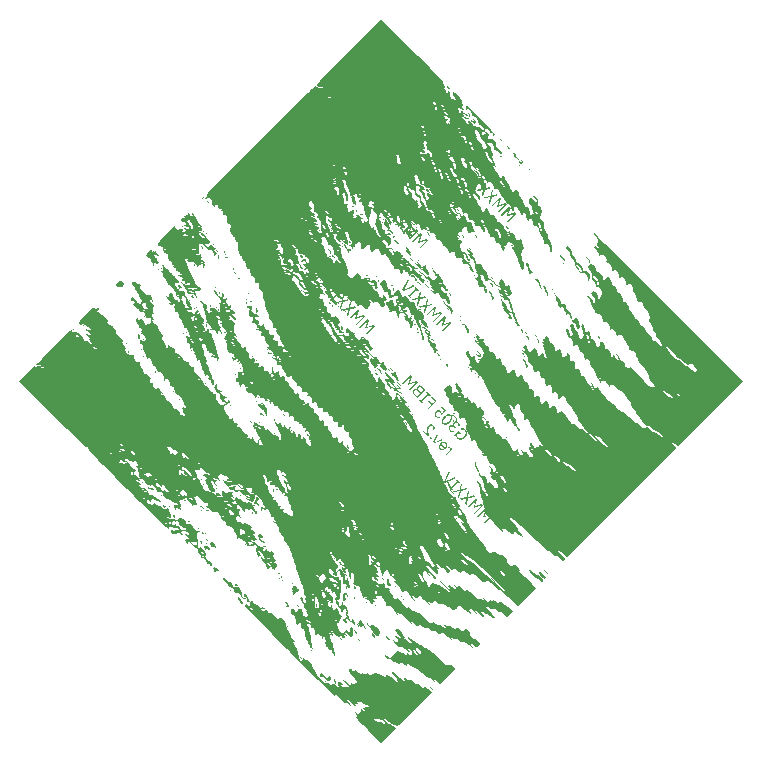
<source format=gbr>
%TF.GenerationSoftware,KiCad,Pcbnew,7.0.1*%
%TF.CreationDate,2024-02-21T11:50:46-08:00*%
%TF.ProjectId,G305_lipo_PMIC,47333035-5f6c-4697-906f-5f504d49432e,rev?*%
%TF.SameCoordinates,Original*%
%TF.FileFunction,Legend,Bot*%
%TF.FilePolarity,Positive*%
%FSLAX46Y46*%
G04 Gerber Fmt 4.6, Leading zero omitted, Abs format (unit mm)*
G04 Created by KiCad (PCBNEW 7.0.1) date 2024-02-21 11:50:46*
%MOMM*%
%LPD*%
G01*
G04 APERTURE LIST*
%ADD10C,0.150000*%
G04 APERTURE END LIST*
D10*
G36*
X105778155Y-78787739D02*
G01*
X105696984Y-78706567D01*
X106283493Y-78120059D01*
X106278657Y-78115223D01*
X106103360Y-78173425D01*
X105634810Y-78311417D01*
X105772802Y-77842866D01*
X105831176Y-77667742D01*
X105826168Y-77662734D01*
X105239659Y-78249243D01*
X105158487Y-78168071D01*
X105854837Y-77471721D01*
X105961742Y-77578626D01*
X105785409Y-78152873D01*
X105790418Y-78157881D01*
X106363628Y-77980512D01*
X106474505Y-78091389D01*
X105778155Y-78787739D01*
G37*
G36*
X104974728Y-77984312D02*
G01*
X104893557Y-77903140D01*
X105480065Y-77316631D01*
X105475230Y-77311796D01*
X105299933Y-77369997D01*
X104831382Y-77507989D01*
X104969374Y-77039439D01*
X105027749Y-76864315D01*
X105022740Y-76859307D01*
X104436232Y-77445815D01*
X104355060Y-77364644D01*
X105051410Y-76668294D01*
X105158314Y-76775199D01*
X104981982Y-77349445D01*
X104986990Y-77354454D01*
X105560201Y-77177085D01*
X105671078Y-77287962D01*
X104974728Y-77984312D01*
G37*
G36*
X104239692Y-77249276D02*
G01*
X104144704Y-77154288D01*
X104255754Y-76680901D01*
X104253682Y-76678829D01*
X103780295Y-76789879D01*
X103680298Y-76689882D01*
X104265080Y-76560698D01*
X104382520Y-75999404D01*
X104477681Y-76094565D01*
X104377512Y-76549127D01*
X104379411Y-76551027D01*
X104830173Y-76447058D01*
X104930170Y-76547054D01*
X104368013Y-76669503D01*
X104239692Y-77249276D01*
G37*
G36*
X103633150Y-76642733D02*
G01*
X103538162Y-76547745D01*
X103649211Y-76074359D01*
X103647139Y-76072286D01*
X103173752Y-76183336D01*
X103073756Y-76083339D01*
X103658538Y-75954156D01*
X103775977Y-75392862D01*
X103871138Y-75488023D01*
X103770969Y-75942584D01*
X103772869Y-75944484D01*
X104223631Y-75840515D01*
X104323627Y-75940512D01*
X103761470Y-76062960D01*
X103633150Y-76642733D01*
G37*
G36*
X102713664Y-75723248D02*
G01*
X102782919Y-75653993D01*
X102879980Y-75751054D01*
X103437647Y-75193387D01*
X103340586Y-75096326D01*
X103410014Y-75026898D01*
X103687379Y-75304264D01*
X103617952Y-75373691D01*
X103520891Y-75276631D01*
X102963224Y-75834298D01*
X103060285Y-75931358D01*
X102991030Y-76000613D01*
X102713664Y-75723248D01*
G37*
G36*
X102304006Y-75313590D02*
G01*
X102767721Y-74384605D01*
X102853901Y-74470786D01*
X102617467Y-74936919D01*
X102434399Y-75276458D01*
X102439235Y-75281294D01*
X102776875Y-75096326D01*
X103241971Y-74858856D01*
X103331087Y-74947972D01*
X102405039Y-75414623D01*
X102304006Y-75313590D01*
G37*
G36*
X108768614Y-94652320D02*
G01*
X108691414Y-94575120D01*
X109052024Y-94214510D01*
X109285695Y-94448181D01*
X109212468Y-94521409D01*
X109059968Y-94368909D01*
X108990368Y-94438510D01*
X108980995Y-94448350D01*
X108972394Y-94458335D01*
X108964552Y-94468455D01*
X108957457Y-94478697D01*
X108951097Y-94489052D01*
X108945460Y-94499506D01*
X108940533Y-94510050D01*
X108936303Y-94520672D01*
X108932759Y-94531360D01*
X108929887Y-94542104D01*
X108927677Y-94552891D01*
X108926114Y-94563711D01*
X108925188Y-94574552D01*
X108924885Y-94585404D01*
X108925193Y-94596254D01*
X108926100Y-94607092D01*
X108927593Y-94617906D01*
X108929661Y-94628685D01*
X108932290Y-94639418D01*
X108935468Y-94650093D01*
X108939184Y-94660699D01*
X108943424Y-94671225D01*
X108948176Y-94681659D01*
X108953428Y-94691991D01*
X108959167Y-94702208D01*
X108965382Y-94712300D01*
X108972060Y-94722255D01*
X108979188Y-94732063D01*
X108986754Y-94741711D01*
X108994745Y-94751188D01*
X109003150Y-94760484D01*
X109011956Y-94769587D01*
X109024416Y-94781505D01*
X109037111Y-94792586D01*
X109050026Y-94802833D01*
X109063147Y-94812249D01*
X109076461Y-94820837D01*
X109089953Y-94828599D01*
X109103609Y-94835539D01*
X109117415Y-94841659D01*
X109131356Y-94846963D01*
X109145419Y-94851452D01*
X109159589Y-94855132D01*
X109173852Y-94858003D01*
X109188194Y-94860069D01*
X109202600Y-94861333D01*
X109217058Y-94861798D01*
X109231552Y-94861466D01*
X109246068Y-94860341D01*
X109260592Y-94858426D01*
X109275110Y-94855723D01*
X109289608Y-94852236D01*
X109304071Y-94847967D01*
X109318486Y-94842919D01*
X109332838Y-94837095D01*
X109347113Y-94830498D01*
X109361298Y-94823131D01*
X109375376Y-94814997D01*
X109389336Y-94806098D01*
X109403162Y-94796438D01*
X109416840Y-94786020D01*
X109430356Y-94774846D01*
X109443696Y-94762920D01*
X109456846Y-94750244D01*
X109568587Y-94638503D01*
X109580983Y-94625623D01*
X109592621Y-94612544D01*
X109603501Y-94599281D01*
X109613624Y-94585851D01*
X109622989Y-94572270D01*
X109631596Y-94558554D01*
X109639446Y-94544719D01*
X109646539Y-94530781D01*
X109652875Y-94516756D01*
X109658454Y-94502660D01*
X109663275Y-94488510D01*
X109667340Y-94474322D01*
X109670648Y-94460111D01*
X109673199Y-94445893D01*
X109674994Y-94431686D01*
X109676032Y-94417504D01*
X109676313Y-94403365D01*
X109675838Y-94389283D01*
X109674607Y-94375276D01*
X109672620Y-94361359D01*
X109669877Y-94347549D01*
X109666378Y-94333860D01*
X109662123Y-94320311D01*
X109657112Y-94306916D01*
X109651346Y-94293692D01*
X109644824Y-94280655D01*
X109637546Y-94267820D01*
X109629513Y-94255205D01*
X109620725Y-94242825D01*
X109611182Y-94230696D01*
X109600883Y-94218835D01*
X109589830Y-94207257D01*
X109581603Y-94199296D01*
X109573249Y-94191732D01*
X109564771Y-94184564D01*
X109556174Y-94177790D01*
X109547465Y-94171410D01*
X109538648Y-94165421D01*
X109529728Y-94159823D01*
X109520710Y-94154614D01*
X109511599Y-94149792D01*
X109502401Y-94145357D01*
X109493121Y-94141306D01*
X109483763Y-94137639D01*
X109474334Y-94134353D01*
X109464837Y-94131449D01*
X109455279Y-94128923D01*
X109445664Y-94126776D01*
X109435997Y-94125005D01*
X109426284Y-94123609D01*
X109416529Y-94122586D01*
X109406738Y-94121936D01*
X109396916Y-94121657D01*
X109387068Y-94121747D01*
X109377199Y-94122205D01*
X109367315Y-94123030D01*
X109357419Y-94124221D01*
X109347519Y-94125775D01*
X109337617Y-94127692D01*
X109327721Y-94129970D01*
X109317835Y-94132607D01*
X109307963Y-94135603D01*
X109298112Y-94138956D01*
X109288285Y-94142665D01*
X109261343Y-94032824D01*
X109273970Y-94028779D01*
X109286651Y-94025134D01*
X109299381Y-94021893D01*
X109312155Y-94019065D01*
X109324966Y-94016655D01*
X109337809Y-94014669D01*
X109350679Y-94013114D01*
X109363569Y-94011997D01*
X109376474Y-94011323D01*
X109389387Y-94011099D01*
X109402304Y-94011332D01*
X109415218Y-94012028D01*
X109428124Y-94013194D01*
X109441016Y-94014834D01*
X109453888Y-94016957D01*
X109466734Y-94019569D01*
X109479549Y-94022675D01*
X109492326Y-94026282D01*
X109505061Y-94030397D01*
X109517747Y-94035027D01*
X109530379Y-94040176D01*
X109542951Y-94045852D01*
X109555457Y-94052062D01*
X109567891Y-94058811D01*
X109580247Y-94066106D01*
X109592521Y-94073953D01*
X109604706Y-94082359D01*
X109616795Y-94091330D01*
X109628785Y-94100873D01*
X109640668Y-94110993D01*
X109652440Y-94121698D01*
X109664093Y-94132993D01*
X109680169Y-94149815D01*
X109695137Y-94167015D01*
X109708990Y-94184577D01*
X109721724Y-94202487D01*
X109733332Y-94220729D01*
X109743811Y-94239289D01*
X109753153Y-94258151D01*
X109761354Y-94277300D01*
X109768407Y-94296721D01*
X109774308Y-94316400D01*
X109779051Y-94336320D01*
X109782631Y-94356468D01*
X109785041Y-94376827D01*
X109786277Y-94397384D01*
X109786333Y-94418123D01*
X109785203Y-94439028D01*
X109782882Y-94460085D01*
X109779365Y-94481279D01*
X109774646Y-94502594D01*
X109768719Y-94524017D01*
X109761578Y-94545530D01*
X109753220Y-94567121D01*
X109743637Y-94588773D01*
X109732825Y-94610471D01*
X109720777Y-94632200D01*
X109707489Y-94653946D01*
X109692955Y-94675693D01*
X109677170Y-94697427D01*
X109660127Y-94719131D01*
X109641822Y-94740792D01*
X109622248Y-94762394D01*
X109601401Y-94783921D01*
X109579340Y-94805296D01*
X109557240Y-94825354D01*
X109535116Y-94844104D01*
X109512984Y-94861555D01*
X109490859Y-94877715D01*
X109468757Y-94892594D01*
X109446693Y-94906200D01*
X109424683Y-94918543D01*
X109402741Y-94929630D01*
X109380884Y-94939471D01*
X109359127Y-94948075D01*
X109337486Y-94955450D01*
X109315976Y-94961605D01*
X109294611Y-94966549D01*
X109273409Y-94970291D01*
X109252384Y-94972840D01*
X109231552Y-94974204D01*
X109210928Y-94974393D01*
X109190528Y-94973415D01*
X109170367Y-94971278D01*
X109150460Y-94967993D01*
X109130824Y-94963567D01*
X109111473Y-94958010D01*
X109092424Y-94951330D01*
X109073690Y-94943536D01*
X109055289Y-94934637D01*
X109037235Y-94924642D01*
X109019544Y-94913559D01*
X109002232Y-94901398D01*
X108985313Y-94888166D01*
X108968803Y-94873874D01*
X108952718Y-94858530D01*
X108943117Y-94848648D01*
X108934000Y-94838694D01*
X108925365Y-94828679D01*
X108917210Y-94818612D01*
X108909533Y-94808502D01*
X108902330Y-94798358D01*
X108895600Y-94788190D01*
X108889341Y-94778006D01*
X108883549Y-94767816D01*
X108878223Y-94757630D01*
X108873361Y-94747455D01*
X108868959Y-94737303D01*
X108865016Y-94727181D01*
X108861530Y-94717100D01*
X108858497Y-94707067D01*
X108855917Y-94697093D01*
X108853785Y-94687188D01*
X108852100Y-94677359D01*
X108850860Y-94667616D01*
X108849705Y-94648426D01*
X108850300Y-94629693D01*
X108852627Y-94611489D01*
X108856666Y-94593889D01*
X108862400Y-94576966D01*
X108869810Y-94560795D01*
X108874137Y-94553014D01*
X108871028Y-94549905D01*
X108768614Y-94652320D01*
G37*
G36*
X108829752Y-93927991D02*
G01*
X108757561Y-94000183D01*
X108676389Y-93919011D01*
X108667290Y-93910178D01*
X108658194Y-93901879D01*
X108649105Y-93894112D01*
X108640026Y-93886876D01*
X108630960Y-93880169D01*
X108621910Y-93873992D01*
X108612879Y-93868342D01*
X108603871Y-93863219D01*
X108594890Y-93858621D01*
X108585937Y-93854547D01*
X108568134Y-93847969D01*
X108550486Y-93843475D01*
X108533022Y-93841056D01*
X108515765Y-93840703D01*
X108498743Y-93842408D01*
X108481982Y-93846162D01*
X108465507Y-93851955D01*
X108449345Y-93859780D01*
X108433522Y-93869626D01*
X108418063Y-93881486D01*
X108410479Y-93888168D01*
X108402996Y-93895350D01*
X108395224Y-93903122D01*
X108388042Y-93910605D01*
X108381360Y-93918189D01*
X108375179Y-93925871D01*
X108364324Y-93941516D01*
X108355488Y-93957512D01*
X108348678Y-93973833D01*
X108343903Y-93990454D01*
X108341173Y-94007349D01*
X108340495Y-94024492D01*
X108341880Y-94041856D01*
X108345336Y-94059415D01*
X108350871Y-94077144D01*
X108358495Y-94095016D01*
X108363093Y-94103998D01*
X108368216Y-94113005D01*
X108373866Y-94122036D01*
X108380043Y-94131086D01*
X108386750Y-94140152D01*
X108393986Y-94149231D01*
X108401753Y-94158321D01*
X108410052Y-94167416D01*
X108418885Y-94176515D01*
X108426748Y-94184169D01*
X108434571Y-94191368D01*
X108442356Y-94198123D01*
X108450108Y-94204444D01*
X108465526Y-94215825D01*
X108480854Y-94225596D01*
X108496121Y-94233841D01*
X108511356Y-94240644D01*
X108526590Y-94246089D01*
X108541851Y-94250260D01*
X108557169Y-94253241D01*
X108572573Y-94255116D01*
X108588092Y-94255969D01*
X108603755Y-94255884D01*
X108619593Y-94254945D01*
X108635634Y-94253236D01*
X108651908Y-94250840D01*
X108668444Y-94247843D01*
X108684333Y-94356647D01*
X108665176Y-94359351D01*
X108655441Y-94360495D01*
X108645608Y-94361475D01*
X108635679Y-94362273D01*
X108625657Y-94362873D01*
X108615546Y-94363255D01*
X108605350Y-94363402D01*
X108595072Y-94363295D01*
X108584715Y-94362918D01*
X108574282Y-94362251D01*
X108563777Y-94361277D01*
X108553204Y-94359978D01*
X108542565Y-94358335D01*
X108531864Y-94356332D01*
X108521105Y-94353949D01*
X108510290Y-94351169D01*
X108499424Y-94347973D01*
X108488510Y-94344345D01*
X108477550Y-94340265D01*
X108466549Y-94335717D01*
X108455510Y-94330681D01*
X108444436Y-94325140D01*
X108433330Y-94319076D01*
X108422196Y-94312470D01*
X108411038Y-94305306D01*
X108399858Y-94297564D01*
X108388660Y-94289228D01*
X108377448Y-94280278D01*
X108366224Y-94270697D01*
X108354993Y-94260467D01*
X108343758Y-94249570D01*
X108330954Y-94236290D01*
X108318904Y-94222821D01*
X108307607Y-94209180D01*
X108297062Y-94195385D01*
X108287269Y-94181453D01*
X108278230Y-94167402D01*
X108269943Y-94153249D01*
X108262408Y-94139011D01*
X108255625Y-94124706D01*
X108249595Y-94110350D01*
X108244318Y-94095963D01*
X108239792Y-94081560D01*
X108236019Y-94067159D01*
X108232997Y-94052779D01*
X108230728Y-94038435D01*
X108229211Y-94024145D01*
X108228445Y-94009928D01*
X108228431Y-93995800D01*
X108229169Y-93981778D01*
X108230659Y-93967880D01*
X108232900Y-93954124D01*
X108235893Y-93940527D01*
X108239638Y-93927106D01*
X108244133Y-93913878D01*
X108249381Y-93900862D01*
X108255379Y-93888073D01*
X108262129Y-93875531D01*
X108269630Y-93863252D01*
X108277882Y-93851253D01*
X108286885Y-93839552D01*
X108296639Y-93828167D01*
X108307144Y-93817114D01*
X108316749Y-93807922D01*
X108326484Y-93799409D01*
X108336337Y-93791562D01*
X108346297Y-93784366D01*
X108356354Y-93777808D01*
X108366496Y-93771875D01*
X108376712Y-93766551D01*
X108386991Y-93761824D01*
X108397321Y-93757680D01*
X108407693Y-93754104D01*
X108418094Y-93751084D01*
X108428514Y-93748605D01*
X108438941Y-93746652D01*
X108449365Y-93745214D01*
X108459774Y-93744275D01*
X108470157Y-93743822D01*
X108480503Y-93743842D01*
X108490801Y-93744319D01*
X108501040Y-93745241D01*
X108511208Y-93746593D01*
X108521296Y-93748363D01*
X108531291Y-93750535D01*
X108541182Y-93753096D01*
X108550959Y-93756033D01*
X108560610Y-93759332D01*
X108570124Y-93762977D01*
X108579490Y-93766957D01*
X108588697Y-93771257D01*
X108597734Y-93775863D01*
X108606590Y-93780762D01*
X108615254Y-93785939D01*
X108623714Y-93791381D01*
X108627686Y-93787409D01*
X108622734Y-93778714D01*
X108618086Y-93769895D01*
X108613749Y-93760959D01*
X108609732Y-93751916D01*
X108606044Y-93742772D01*
X108602693Y-93733537D01*
X108599687Y-93724218D01*
X108594748Y-93705362D01*
X108591293Y-93686270D01*
X108589393Y-93667006D01*
X108589114Y-93647636D01*
X108590526Y-93628226D01*
X108591886Y-93618526D01*
X108593696Y-93608840D01*
X108595961Y-93599177D01*
X108598692Y-93589544D01*
X108601897Y-93579950D01*
X108605584Y-93570403D01*
X108609762Y-93560911D01*
X108614440Y-93551482D01*
X108619625Y-93542125D01*
X108625327Y-93532847D01*
X108631554Y-93523657D01*
X108638314Y-93514563D01*
X108645616Y-93505573D01*
X108653469Y-93496695D01*
X108661882Y-93487937D01*
X108672876Y-93477484D01*
X108684087Y-93467880D01*
X108695501Y-93459112D01*
X108707104Y-93451170D01*
X108718882Y-93444044D01*
X108730819Y-93437721D01*
X108742902Y-93432190D01*
X108755116Y-93427442D01*
X108767447Y-93423464D01*
X108779880Y-93420245D01*
X108792402Y-93417775D01*
X108804997Y-93416042D01*
X108817652Y-93415036D01*
X108830352Y-93414745D01*
X108843083Y-93415158D01*
X108855830Y-93416264D01*
X108868579Y-93418053D01*
X108881316Y-93420512D01*
X108894026Y-93423631D01*
X108906695Y-93427399D01*
X108919309Y-93431805D01*
X108931853Y-93436837D01*
X108944313Y-93442486D01*
X108956674Y-93448738D01*
X108968923Y-93455585D01*
X108981044Y-93463013D01*
X108993024Y-93471013D01*
X109004848Y-93479574D01*
X109016501Y-93488683D01*
X109027970Y-93498331D01*
X109039240Y-93508506D01*
X109050297Y-93519197D01*
X109060378Y-93529611D01*
X109069842Y-93540061D01*
X109078703Y-93550540D01*
X109086978Y-93561043D01*
X109094680Y-93571562D01*
X109101826Y-93582092D01*
X109108431Y-93592628D01*
X109114508Y-93603162D01*
X109120075Y-93613688D01*
X109125145Y-93624201D01*
X109129735Y-93634695D01*
X109133859Y-93645163D01*
X109137531Y-93655599D01*
X109140769Y-93665998D01*
X109143586Y-93676352D01*
X109145998Y-93686657D01*
X109148019Y-93696905D01*
X109149666Y-93707091D01*
X109150953Y-93717209D01*
X109151895Y-93727252D01*
X109152507Y-93737214D01*
X109152806Y-93747090D01*
X109152805Y-93756873D01*
X109151966Y-93776137D01*
X109150112Y-93794956D01*
X109147364Y-93813282D01*
X109143843Y-93831065D01*
X109141831Y-93839739D01*
X109030781Y-93827822D01*
X109035271Y-93812250D01*
X109038931Y-93796817D01*
X109041716Y-93781522D01*
X109043583Y-93766366D01*
X109044486Y-93751350D01*
X109044382Y-93736474D01*
X109043225Y-93721738D01*
X109040971Y-93707144D01*
X109037575Y-93692691D01*
X109032994Y-93678381D01*
X109027182Y-93664213D01*
X109020095Y-93650189D01*
X109011688Y-93636308D01*
X109001918Y-93622571D01*
X108990738Y-93608980D01*
X108978106Y-93595533D01*
X108964201Y-93582522D01*
X108949974Y-93570975D01*
X108935467Y-93560932D01*
X108920724Y-93552432D01*
X108905787Y-93545515D01*
X108890698Y-93540220D01*
X108875499Y-93536586D01*
X108860234Y-93534654D01*
X108844945Y-93534462D01*
X108829673Y-93536051D01*
X108814463Y-93539458D01*
X108799355Y-93544725D01*
X108784394Y-93551890D01*
X108769620Y-93560993D01*
X108755078Y-93572073D01*
X108740808Y-93585171D01*
X108733555Y-93592424D01*
X108721382Y-93605709D01*
X108710800Y-93619624D01*
X108701853Y-93634119D01*
X108694585Y-93649145D01*
X108689040Y-93664651D01*
X108685263Y-93680588D01*
X108683298Y-93696906D01*
X108683189Y-93713556D01*
X108684981Y-93730486D01*
X108688717Y-93747649D01*
X108694442Y-93764992D01*
X108702200Y-93782468D01*
X108706856Y-93791240D01*
X108712036Y-93800026D01*
X108717747Y-93808820D01*
X108723994Y-93817615D01*
X108730782Y-93826407D01*
X108738118Y-93835187D01*
X108746006Y-93843951D01*
X108754452Y-93852692D01*
X108829752Y-93927991D01*
G37*
G36*
X108253446Y-92813001D02*
G01*
X108271186Y-92815233D01*
X108288727Y-92818680D01*
X108306067Y-92823352D01*
X108323203Y-92829259D01*
X108340132Y-92836412D01*
X108356851Y-92844821D01*
X108373357Y-92854498D01*
X108389647Y-92865453D01*
X108405718Y-92877696D01*
X108421567Y-92891239D01*
X108437191Y-92906091D01*
X108452029Y-92921701D01*
X108465558Y-92937537D01*
X108477790Y-92953596D01*
X108488735Y-92969877D01*
X108498404Y-92986374D01*
X108506807Y-93003087D01*
X108513955Y-93020010D01*
X108519858Y-93037143D01*
X108524527Y-93054480D01*
X108527973Y-93072021D01*
X108530206Y-93089760D01*
X108531236Y-93107696D01*
X108531074Y-93125825D01*
X108529731Y-93144144D01*
X108527218Y-93162651D01*
X108523544Y-93181341D01*
X108518721Y-93200213D01*
X108512759Y-93219263D01*
X108505668Y-93238488D01*
X108497460Y-93257885D01*
X108488144Y-93277451D01*
X108477731Y-93297183D01*
X108466232Y-93317078D01*
X108453658Y-93337133D01*
X108440018Y-93357344D01*
X108425324Y-93377710D01*
X108409586Y-93398226D01*
X108392815Y-93418890D01*
X108375021Y-93439699D01*
X108356214Y-93460649D01*
X108336406Y-93481738D01*
X108315607Y-93502963D01*
X108294367Y-93523777D01*
X108273265Y-93543599D01*
X108252303Y-93562417D01*
X108231484Y-93580220D01*
X108210812Y-93597000D01*
X108190290Y-93612744D01*
X108169919Y-93627443D01*
X108149704Y-93641087D01*
X108129647Y-93653664D01*
X108109750Y-93665164D01*
X108090018Y-93675577D01*
X108070453Y-93684892D01*
X108051058Y-93693098D01*
X108031835Y-93700187D01*
X108012789Y-93706146D01*
X107993920Y-93710965D01*
X107975234Y-93714634D01*
X107956732Y-93717143D01*
X107938418Y-93718481D01*
X107920294Y-93718637D01*
X107902364Y-93717602D01*
X107884630Y-93715364D01*
X107867095Y-93711913D01*
X107849762Y-93707238D01*
X107832635Y-93701330D01*
X107815716Y-93694178D01*
X107799008Y-93685771D01*
X107782513Y-93676098D01*
X107766236Y-93665150D01*
X107750179Y-93652916D01*
X107734344Y-93639385D01*
X107718735Y-93624547D01*
X107703882Y-93608923D01*
X107690338Y-93593076D01*
X107678093Y-93577007D01*
X107667135Y-93560720D01*
X107657454Y-93544218D01*
X107649041Y-93527503D01*
X107641883Y-93510579D01*
X107635972Y-93493448D01*
X107631295Y-93476113D01*
X107627843Y-93458577D01*
X107625604Y-93440842D01*
X107624570Y-93422913D01*
X107624596Y-93419903D01*
X107733209Y-93419903D01*
X107733445Y-93431656D01*
X107734464Y-93443300D01*
X107736281Y-93454829D01*
X107738910Y-93466236D01*
X107742365Y-93477515D01*
X107746662Y-93488659D01*
X107751815Y-93499663D01*
X107757838Y-93510520D01*
X107764747Y-93521225D01*
X107772554Y-93531770D01*
X107781276Y-93542149D01*
X107790926Y-93552356D01*
X107801133Y-93562006D01*
X107811511Y-93570727D01*
X107822054Y-93578532D01*
X107832755Y-93585437D01*
X107843608Y-93591456D01*
X107854608Y-93596605D01*
X107865747Y-93600896D01*
X107877020Y-93604346D01*
X107888421Y-93606969D01*
X107899943Y-93608779D01*
X107911580Y-93609791D01*
X107923326Y-93610019D01*
X107935174Y-93609479D01*
X107947119Y-93608184D01*
X107959155Y-93606150D01*
X107971274Y-93603391D01*
X107983472Y-93599921D01*
X107995741Y-93595756D01*
X108008076Y-93590910D01*
X108020470Y-93585397D01*
X108032917Y-93579232D01*
X108045411Y-93572429D01*
X108057946Y-93565004D01*
X108070515Y-93556971D01*
X108083113Y-93548344D01*
X108095733Y-93539139D01*
X108108369Y-93529369D01*
X108121014Y-93519049D01*
X108133663Y-93508195D01*
X108146310Y-93496819D01*
X108158947Y-93484939D01*
X108171570Y-93472566D01*
X108285038Y-93359099D01*
X108297410Y-93346476D01*
X108309291Y-93333839D01*
X108320666Y-93321192D01*
X108331520Y-93308543D01*
X108341840Y-93295898D01*
X108351610Y-93283262D01*
X108360816Y-93270642D01*
X108369442Y-93258044D01*
X108377475Y-93245475D01*
X108384900Y-93232940D01*
X108391703Y-93220446D01*
X108397868Y-93207999D01*
X108403381Y-93195605D01*
X108408227Y-93183270D01*
X108412393Y-93171001D01*
X108415862Y-93158803D01*
X108418621Y-93146684D01*
X108420656Y-93134648D01*
X108421950Y-93122703D01*
X108422491Y-93110854D01*
X108422262Y-93099108D01*
X108421250Y-93087471D01*
X108419440Y-93075950D01*
X108416818Y-93064549D01*
X108413368Y-93053276D01*
X108409076Y-93042137D01*
X108403928Y-93031137D01*
X108397908Y-93020284D01*
X108391003Y-93009583D01*
X108383198Y-92999040D01*
X108374478Y-92988662D01*
X108364828Y-92978455D01*
X108354620Y-92968805D01*
X108344241Y-92960083D01*
X108333696Y-92952275D01*
X108322992Y-92945367D01*
X108312134Y-92939344D01*
X108301130Y-92934191D01*
X108289986Y-92929894D01*
X108278707Y-92926438D01*
X108267300Y-92923809D01*
X108255771Y-92921993D01*
X108244127Y-92920974D01*
X108232374Y-92920738D01*
X108220518Y-92921270D01*
X108208564Y-92922557D01*
X108196521Y-92924583D01*
X108184393Y-92927334D01*
X108172188Y-92930796D01*
X108159911Y-92934953D01*
X108147568Y-92939792D01*
X108135166Y-92945297D01*
X108122712Y-92951455D01*
X108110210Y-92958250D01*
X108097669Y-92965668D01*
X108085093Y-92973695D01*
X108072489Y-92982316D01*
X108059864Y-92991516D01*
X108047224Y-93001281D01*
X108034574Y-93011597D01*
X108021922Y-93022449D01*
X108009274Y-93033821D01*
X107996634Y-93045701D01*
X107984011Y-93058073D01*
X107870544Y-93171540D01*
X107858172Y-93184163D01*
X107846293Y-93196802D01*
X107834920Y-93209451D01*
X107824068Y-93222103D01*
X107813753Y-93234753D01*
X107803987Y-93247393D01*
X107794787Y-93260018D01*
X107786166Y-93272622D01*
X107778139Y-93285197D01*
X107770721Y-93297739D01*
X107763926Y-93310240D01*
X107757768Y-93322695D01*
X107752263Y-93335097D01*
X107747424Y-93347439D01*
X107743267Y-93359717D01*
X107739806Y-93371922D01*
X107737054Y-93384050D01*
X107735028Y-93396093D01*
X107733742Y-93408046D01*
X107733209Y-93419903D01*
X107624596Y-93419903D01*
X107624728Y-93404791D01*
X107626068Y-93386479D01*
X107628580Y-93367980D01*
X107632253Y-93349298D01*
X107637077Y-93330434D01*
X107643040Y-93311392D01*
X107650134Y-93292174D01*
X107658346Y-93272784D01*
X107667666Y-93253224D01*
X107678084Y-93233498D01*
X107689590Y-93213607D01*
X107702172Y-93193555D01*
X107715820Y-93173344D01*
X107730524Y-93152978D01*
X107746272Y-93132460D01*
X107763055Y-93111791D01*
X107780862Y-93090976D01*
X107799682Y-93070016D01*
X107819505Y-93048916D01*
X107840320Y-93027676D01*
X107861544Y-93006876D01*
X107882632Y-92987067D01*
X107903580Y-92968258D01*
X107924386Y-92950461D01*
X107945046Y-92933686D01*
X107965558Y-92917944D01*
X107985919Y-92903245D01*
X108006126Y-92889601D01*
X108026176Y-92877021D01*
X108046065Y-92865517D01*
X108065792Y-92855099D01*
X108085352Y-92845778D01*
X108104744Y-92837564D01*
X108123964Y-92830468D01*
X108143009Y-92824501D01*
X108161877Y-92819674D01*
X108180564Y-92815996D01*
X108199067Y-92813480D01*
X108217384Y-92812134D01*
X108235511Y-92811971D01*
X108253446Y-92813001D01*
G37*
G36*
X107636700Y-92127707D02*
G01*
X108006981Y-92497988D01*
X107650689Y-92903674D01*
X107570381Y-92843399D01*
X107570923Y-92832019D01*
X107571205Y-92820671D01*
X107571150Y-92809346D01*
X107570686Y-92798034D01*
X107569737Y-92786728D01*
X107568229Y-92775418D01*
X107566086Y-92764095D01*
X107563235Y-92752750D01*
X107559601Y-92741376D01*
X107555109Y-92729962D01*
X107549685Y-92718500D01*
X107543253Y-92706981D01*
X107535739Y-92695396D01*
X107527069Y-92683736D01*
X107517169Y-92671994D01*
X107505962Y-92660158D01*
X107497126Y-92651634D01*
X107488236Y-92643676D01*
X107479296Y-92636283D01*
X107470310Y-92629454D01*
X107461282Y-92623186D01*
X107452216Y-92617480D01*
X107443115Y-92612333D01*
X107433984Y-92607745D01*
X107424826Y-92603713D01*
X107415646Y-92600237D01*
X107397233Y-92594945D01*
X107378776Y-92591859D01*
X107360306Y-92590968D01*
X107341854Y-92592261D01*
X107323452Y-92595726D01*
X107305130Y-92601353D01*
X107296009Y-92604974D01*
X107286920Y-92609132D01*
X107277866Y-92613825D01*
X107268852Y-92619051D01*
X107259881Y-92624809D01*
X107250958Y-92631099D01*
X107242086Y-92637918D01*
X107233269Y-92645266D01*
X107224511Y-92653140D01*
X107215816Y-92661540D01*
X107205627Y-92671730D01*
X107197227Y-92680425D01*
X107189352Y-92689183D01*
X107182005Y-92698000D01*
X107175185Y-92706872D01*
X107168896Y-92715795D01*
X107163137Y-92724766D01*
X107157911Y-92733780D01*
X107153218Y-92742833D01*
X107149061Y-92751923D01*
X107145440Y-92761044D01*
X107139813Y-92779366D01*
X107136347Y-92797768D01*
X107135055Y-92816220D01*
X107135946Y-92834690D01*
X107139032Y-92853147D01*
X107144323Y-92871560D01*
X107147800Y-92880740D01*
X107151831Y-92889898D01*
X107156420Y-92899029D01*
X107161567Y-92908129D01*
X107167273Y-92917195D01*
X107173540Y-92926223D01*
X107180369Y-92935209D01*
X107187763Y-92944149D01*
X107195721Y-92953039D01*
X107204245Y-92961875D01*
X107212017Y-92969430D01*
X107219729Y-92976495D01*
X107227386Y-92983081D01*
X107242558Y-92994872D01*
X107257577Y-93004902D01*
X107272487Y-93013273D01*
X107287332Y-93020085D01*
X107302155Y-93025440D01*
X107317002Y-93029437D01*
X107331916Y-93032177D01*
X107346941Y-93033762D01*
X107362121Y-93034291D01*
X107377500Y-93033866D01*
X107393123Y-93032587D01*
X107409032Y-93030555D01*
X107425273Y-93027870D01*
X107441888Y-93024634D01*
X107450351Y-93022841D01*
X107464513Y-93133372D01*
X107445256Y-93136585D01*
X107435495Y-93137977D01*
X107425650Y-93139203D01*
X107415726Y-93140245D01*
X107405724Y-93141087D01*
X107395649Y-93141711D01*
X107385505Y-93142099D01*
X107375294Y-93142235D01*
X107365021Y-93142102D01*
X107354688Y-93141681D01*
X107344299Y-93140956D01*
X107333858Y-93139909D01*
X107323368Y-93138524D01*
X107312833Y-93136782D01*
X107302255Y-93134668D01*
X107291640Y-93132162D01*
X107280989Y-93129249D01*
X107270307Y-93125910D01*
X107259596Y-93122129D01*
X107248862Y-93117889D01*
X107238106Y-93113171D01*
X107227332Y-93107960D01*
X107216545Y-93102237D01*
X107205747Y-93095985D01*
X107194941Y-93089187D01*
X107184132Y-93081826D01*
X107173323Y-93073884D01*
X107162517Y-93065344D01*
X107151718Y-93056190D01*
X107140929Y-93046403D01*
X107130154Y-93035966D01*
X107116967Y-93022230D01*
X107104670Y-93008297D01*
X107093257Y-92994182D01*
X107082726Y-92979901D01*
X107073071Y-92965467D01*
X107064289Y-92950895D01*
X107056375Y-92936202D01*
X107049325Y-92921400D01*
X107043135Y-92906506D01*
X107037801Y-92891534D01*
X107033318Y-92876498D01*
X107029683Y-92861414D01*
X107026891Y-92846297D01*
X107024937Y-92831161D01*
X107023818Y-92816021D01*
X107023530Y-92800892D01*
X107024068Y-92785789D01*
X107025428Y-92770726D01*
X107027606Y-92755719D01*
X107030597Y-92740783D01*
X107034398Y-92725931D01*
X107039004Y-92711179D01*
X107044411Y-92696543D01*
X107050615Y-92682035D01*
X107057612Y-92667673D01*
X107065397Y-92653469D01*
X107073966Y-92639440D01*
X107083315Y-92625599D01*
X107093440Y-92611963D01*
X107104336Y-92598545D01*
X107116000Y-92585360D01*
X107128427Y-92572424D01*
X107141244Y-92560115D01*
X107154232Y-92548636D01*
X107167377Y-92537981D01*
X107180665Y-92528146D01*
X107194079Y-92519124D01*
X107207606Y-92510909D01*
X107221230Y-92503497D01*
X107234938Y-92496881D01*
X107248714Y-92491056D01*
X107262543Y-92486017D01*
X107276412Y-92481756D01*
X107290304Y-92478270D01*
X107304206Y-92475552D01*
X107318103Y-92473597D01*
X107331979Y-92472399D01*
X107345820Y-92471952D01*
X107359612Y-92472251D01*
X107373340Y-92473291D01*
X107386989Y-92475065D01*
X107400543Y-92477567D01*
X107413989Y-92480793D01*
X107427312Y-92484737D01*
X107440497Y-92489393D01*
X107453530Y-92494755D01*
X107466394Y-92500818D01*
X107479077Y-92507576D01*
X107491562Y-92515023D01*
X107503836Y-92523155D01*
X107515884Y-92531965D01*
X107527690Y-92541447D01*
X107539240Y-92551596D01*
X107550520Y-92562407D01*
X107563302Y-92575879D01*
X107574618Y-92589240D01*
X107584535Y-92602519D01*
X107593116Y-92615743D01*
X107600428Y-92628940D01*
X107606534Y-92642137D01*
X107611501Y-92655362D01*
X107615393Y-92668643D01*
X107618274Y-92682006D01*
X107620211Y-92695480D01*
X107621268Y-92709092D01*
X107621510Y-92722869D01*
X107621002Y-92736840D01*
X107619810Y-92751032D01*
X107617997Y-92765473D01*
X107615630Y-92780189D01*
X107622711Y-92787270D01*
X107866226Y-92504032D01*
X107563300Y-92201106D01*
X107636700Y-92127707D01*
G37*
G36*
X106431214Y-92314920D02*
G01*
X106744675Y-92001459D01*
X106444685Y-91701469D01*
X106518085Y-91628069D01*
X106818075Y-91928059D01*
X107054164Y-91691970D01*
X106725505Y-91363311D01*
X106798904Y-91289911D01*
X107210635Y-91701641D01*
X106514285Y-92397991D01*
X106431214Y-92314920D01*
G37*
G36*
X105716385Y-91600090D02*
G01*
X105785640Y-91530835D01*
X105882700Y-91627896D01*
X106440367Y-91070229D01*
X106343307Y-90973168D01*
X106412734Y-90903741D01*
X106690100Y-91181106D01*
X106620672Y-91250534D01*
X106523611Y-91153473D01*
X105965945Y-91711140D01*
X106063005Y-91808201D01*
X105993750Y-91877456D01*
X105716385Y-91600090D01*
G37*
G36*
X105805439Y-90383046D02*
G01*
X105817294Y-90384104D01*
X105829138Y-90385821D01*
X105840961Y-90388197D01*
X105852752Y-90391232D01*
X105864500Y-90394928D01*
X105876195Y-90399284D01*
X105887828Y-90404303D01*
X105899386Y-90409983D01*
X105910860Y-90416326D01*
X105922239Y-90423334D01*
X105933512Y-90431005D01*
X105944670Y-90439342D01*
X105955701Y-90448344D01*
X105966596Y-90458013D01*
X105977343Y-90468349D01*
X106261444Y-90752450D01*
X105565094Y-91448800D01*
X105251288Y-91134994D01*
X105242062Y-91125267D01*
X105233488Y-91115206D01*
X105225565Y-91104831D01*
X105218292Y-91094162D01*
X105211667Y-91083218D01*
X105205689Y-91072020D01*
X105200357Y-91060587D01*
X105195669Y-91048940D01*
X105191623Y-91037099D01*
X105188219Y-91025082D01*
X105185456Y-91012912D01*
X105183331Y-91000606D01*
X105181843Y-90988186D01*
X105181014Y-90975996D01*
X105293536Y-90975996D01*
X105295028Y-90990194D01*
X105298150Y-91004381D01*
X105302887Y-91018527D01*
X105309223Y-91032598D01*
X105317142Y-91046563D01*
X105326630Y-91060390D01*
X105337670Y-91074046D01*
X105350248Y-91087500D01*
X105555250Y-91292501D01*
X105802565Y-91045187D01*
X105597563Y-90840185D01*
X105584108Y-90827609D01*
X105570446Y-90816574D01*
X105556611Y-90807095D01*
X105542635Y-90799186D01*
X105528550Y-90792864D01*
X105514390Y-90788142D01*
X105500187Y-90785035D01*
X105485974Y-90783559D01*
X105471782Y-90783729D01*
X105457646Y-90785558D01*
X105443597Y-90789063D01*
X105429669Y-90794259D01*
X105415893Y-90801159D01*
X105402303Y-90809780D01*
X105388930Y-90820135D01*
X105375809Y-90832241D01*
X105342131Y-90865918D01*
X105330028Y-90879038D01*
X105319678Y-90892405D01*
X105311066Y-90905986D01*
X105304176Y-90919751D01*
X105298994Y-90933667D01*
X105295504Y-90947701D01*
X105293690Y-90961821D01*
X105293536Y-90975996D01*
X105181014Y-90975996D01*
X105180992Y-90975671D01*
X105180775Y-90963081D01*
X105181191Y-90950436D01*
X105182239Y-90937756D01*
X105183918Y-90925062D01*
X105186227Y-90912372D01*
X105189163Y-90899707D01*
X105192726Y-90887088D01*
X105196913Y-90874533D01*
X105201725Y-90862063D01*
X105207159Y-90849697D01*
X105213214Y-90837457D01*
X105219889Y-90825361D01*
X105227182Y-90813429D01*
X105235092Y-90801683D01*
X105243618Y-90790141D01*
X105252759Y-90778823D01*
X105262512Y-90767750D01*
X105272876Y-90756941D01*
X105283666Y-90746649D01*
X105294522Y-90737255D01*
X105305428Y-90728731D01*
X105316367Y-90721050D01*
X105327323Y-90714181D01*
X105338279Y-90708098D01*
X105349219Y-90702771D01*
X105360125Y-90698172D01*
X105370982Y-90694273D01*
X105381773Y-90691046D01*
X105392481Y-90688461D01*
X105403090Y-90686491D01*
X105413583Y-90685107D01*
X105423943Y-90684281D01*
X105434155Y-90683984D01*
X105444200Y-90684188D01*
X105454064Y-90684865D01*
X105473179Y-90687523D01*
X105491366Y-90691730D01*
X105508493Y-90697260D01*
X105524428Y-90703885D01*
X105539038Y-90711378D01*
X105552189Y-90719511D01*
X105563751Y-90728059D01*
X105568894Y-90732417D01*
X105574766Y-90726545D01*
X105567654Y-90716115D01*
X105560948Y-90704563D01*
X105554832Y-90691961D01*
X105550254Y-90680324D01*
X105631305Y-90680324D01*
X105632550Y-90693392D01*
X105635290Y-90706458D01*
X105639519Y-90719491D01*
X105645227Y-90732457D01*
X105652408Y-90745325D01*
X105661054Y-90758063D01*
X105671156Y-90770638D01*
X105682707Y-90783019D01*
X105873720Y-90974032D01*
X106104973Y-90742779D01*
X105913960Y-90551766D01*
X105901581Y-90540213D01*
X105889011Y-90530106D01*
X105876282Y-90521452D01*
X105863425Y-90514259D01*
X105850472Y-90508538D01*
X105837454Y-90504295D01*
X105824403Y-90501539D01*
X105811351Y-90500278D01*
X105798330Y-90500522D01*
X105785370Y-90502277D01*
X105772504Y-90505553D01*
X105759764Y-90510357D01*
X105747180Y-90516699D01*
X105734784Y-90524586D01*
X105722609Y-90534028D01*
X105710685Y-90545031D01*
X105676144Y-90579572D01*
X105665139Y-90591497D01*
X105655692Y-90603678D01*
X105647797Y-90616082D01*
X105641444Y-90628677D01*
X105636626Y-90641431D01*
X105633336Y-90654311D01*
X105631565Y-90667287D01*
X105631305Y-90680324D01*
X105550254Y-90680324D01*
X105549489Y-90678379D01*
X105545102Y-90663889D01*
X105541854Y-90648563D01*
X105539930Y-90632472D01*
X105539512Y-90615689D01*
X105540785Y-90598284D01*
X105543930Y-90580330D01*
X105549133Y-90561897D01*
X105552562Y-90552524D01*
X105556575Y-90543058D01*
X105561194Y-90533509D01*
X105566441Y-90523884D01*
X105572341Y-90514194D01*
X105578915Y-90504447D01*
X105586186Y-90494652D01*
X105594178Y-90484817D01*
X105602914Y-90474953D01*
X105612416Y-90465068D01*
X105622849Y-90455045D01*
X105633450Y-90445668D01*
X105644208Y-90436938D01*
X105655113Y-90428856D01*
X105666154Y-90421422D01*
X105677321Y-90414637D01*
X105688602Y-90408502D01*
X105699988Y-90403018D01*
X105711469Y-90398185D01*
X105723033Y-90394004D01*
X105734670Y-90390475D01*
X105746369Y-90387599D01*
X105758121Y-90385378D01*
X105769915Y-90383811D01*
X105781739Y-90382900D01*
X105793584Y-90382644D01*
X105805439Y-90383046D01*
G37*
G36*
X104919175Y-90802881D02*
G01*
X104838003Y-90721709D01*
X105424512Y-90135200D01*
X105419676Y-90130364D01*
X105244380Y-90188566D01*
X104775829Y-90326558D01*
X104913821Y-89858007D01*
X104972196Y-89682884D01*
X104967187Y-89677875D01*
X104380678Y-90264384D01*
X104299507Y-90183212D01*
X104995856Y-89486863D01*
X105102761Y-89593767D01*
X104926428Y-90168014D01*
X104931437Y-90173023D01*
X105504647Y-89995654D01*
X105615525Y-90106531D01*
X104919175Y-90802881D01*
G37*
G36*
X107957001Y-96216584D02*
G01*
X108301549Y-95872036D01*
X108309841Y-95862547D01*
X108316642Y-95852188D01*
X108321940Y-95841023D01*
X108325728Y-95829114D01*
X108327993Y-95816522D01*
X108328726Y-95803311D01*
X108327916Y-95789542D01*
X108325555Y-95775278D01*
X108321631Y-95760581D01*
X108316134Y-95745513D01*
X108309055Y-95730136D01*
X108300383Y-95714513D01*
X108290108Y-95698705D01*
X108284366Y-95690752D01*
X108278220Y-95682776D01*
X108271668Y-95674785D01*
X108264709Y-95666787D01*
X108257341Y-95658789D01*
X108249564Y-95650800D01*
X108202934Y-95604170D01*
X108282206Y-95524898D01*
X108312947Y-95555639D01*
X108320496Y-95563453D01*
X108327574Y-95571314D01*
X108334190Y-95579216D01*
X108340352Y-95587152D01*
X108346070Y-95595116D01*
X108356212Y-95611102D01*
X108364690Y-95627123D01*
X108371575Y-95643128D01*
X108376943Y-95659064D01*
X108380867Y-95674881D01*
X108383420Y-95690528D01*
X108384676Y-95705953D01*
X108384709Y-95721104D01*
X108383593Y-95735930D01*
X108381400Y-95750381D01*
X108378204Y-95764404D01*
X108374080Y-95777948D01*
X108369101Y-95790963D01*
X108366313Y-95797255D01*
X108371322Y-95802263D01*
X108465446Y-95708139D01*
X108544546Y-95787238D01*
X108036100Y-96295684D01*
X107957001Y-96216584D01*
G37*
G36*
X107804653Y-95134327D02*
G01*
X107819952Y-95135282D01*
X107835177Y-95137075D01*
X107850313Y-95139713D01*
X107865340Y-95143202D01*
X107880240Y-95147548D01*
X107894997Y-95152757D01*
X107909591Y-95158837D01*
X107924005Y-95165793D01*
X107938221Y-95173632D01*
X107952221Y-95182360D01*
X107965988Y-95191983D01*
X107979502Y-95202508D01*
X107992747Y-95213942D01*
X108005704Y-95226289D01*
X108018259Y-95239455D01*
X108029923Y-95252938D01*
X108040696Y-95266721D01*
X108050580Y-95280787D01*
X108059575Y-95295120D01*
X108067682Y-95309703D01*
X108074903Y-95324518D01*
X108081238Y-95339549D01*
X108086689Y-95354780D01*
X108091255Y-95370192D01*
X108094939Y-95385771D01*
X108097741Y-95401497D01*
X108099663Y-95417355D01*
X108100704Y-95433329D01*
X108100867Y-95449400D01*
X108100152Y-95465552D01*
X108098560Y-95481768D01*
X108096093Y-95498032D01*
X108092750Y-95514326D01*
X108088533Y-95530635D01*
X108083444Y-95546939D01*
X108077482Y-95563224D01*
X108070650Y-95579472D01*
X108062948Y-95595667D01*
X108054376Y-95611790D01*
X108044937Y-95627827D01*
X108034630Y-95643759D01*
X108023458Y-95659569D01*
X108011420Y-95675242D01*
X107998518Y-95690760D01*
X107984753Y-95706107D01*
X107970126Y-95721264D01*
X107954953Y-95735906D01*
X107939594Y-95749685D01*
X107924065Y-95762598D01*
X107908382Y-95774645D01*
X107892563Y-95785826D01*
X107876625Y-95796139D01*
X107860583Y-95805583D01*
X107844456Y-95814158D01*
X107828259Y-95821863D01*
X107812010Y-95828697D01*
X107795725Y-95834658D01*
X107779421Y-95839747D01*
X107763114Y-95843962D01*
X107746822Y-95847302D01*
X107730562Y-95849767D01*
X107714349Y-95851355D01*
X107698201Y-95852066D01*
X107682135Y-95851898D01*
X107666167Y-95850851D01*
X107650314Y-95848925D01*
X107634592Y-95846117D01*
X107619020Y-95842428D01*
X107603612Y-95837856D01*
X107588387Y-95832400D01*
X107573361Y-95826060D01*
X107558550Y-95818835D01*
X107543972Y-95810724D01*
X107529642Y-95801725D01*
X107515579Y-95791838D01*
X107501798Y-95781063D01*
X107488317Y-95769398D01*
X107475152Y-95756842D01*
X107466355Y-95747768D01*
X107457969Y-95738558D01*
X107449991Y-95729220D01*
X107442421Y-95719761D01*
X107435256Y-95710189D01*
X107428496Y-95700513D01*
X107422138Y-95690741D01*
X107416181Y-95680881D01*
X107410623Y-95670940D01*
X107405464Y-95660927D01*
X107400700Y-95650850D01*
X107396332Y-95640718D01*
X107392357Y-95630537D01*
X107388773Y-95620316D01*
X107385580Y-95610064D01*
X107382776Y-95599787D01*
X107380358Y-95589495D01*
X107378326Y-95579196D01*
X107376678Y-95568897D01*
X107375412Y-95558606D01*
X107374528Y-95548332D01*
X107374022Y-95538083D01*
X107373894Y-95527866D01*
X107374143Y-95517690D01*
X107374766Y-95507563D01*
X107375763Y-95497493D01*
X107377131Y-95487487D01*
X107378868Y-95477555D01*
X107380975Y-95467704D01*
X107383448Y-95457942D01*
X107386287Y-95448277D01*
X107389490Y-95438718D01*
X107486032Y-95454779D01*
X107481116Y-95470265D01*
X107477310Y-95485684D01*
X107474613Y-95501016D01*
X107473022Y-95516238D01*
X107472536Y-95531330D01*
X107473151Y-95546270D01*
X107474866Y-95561037D01*
X107477677Y-95575609D01*
X107481584Y-95589963D01*
X107486584Y-95604080D01*
X107492673Y-95617938D01*
X107499851Y-95631514D01*
X107508115Y-95644788D01*
X107517462Y-95657737D01*
X107527891Y-95670341D01*
X107539398Y-95682578D01*
X107548397Y-95691195D01*
X107557541Y-95699205D01*
X107566822Y-95706613D01*
X107576226Y-95713425D01*
X107585742Y-95719645D01*
X107595360Y-95725277D01*
X107605068Y-95730327D01*
X107614854Y-95734800D01*
X107624708Y-95738700D01*
X107634618Y-95742032D01*
X107644572Y-95744800D01*
X107654560Y-95747011D01*
X107664570Y-95748668D01*
X107674590Y-95749776D01*
X107684610Y-95750340D01*
X107694617Y-95750365D01*
X107704602Y-95749856D01*
X107714552Y-95748817D01*
X107724456Y-95747254D01*
X107734303Y-95745170D01*
X107744081Y-95742572D01*
X107753779Y-95739463D01*
X107763386Y-95735849D01*
X107772891Y-95731735D01*
X107782282Y-95727124D01*
X107791547Y-95722022D01*
X107800676Y-95716434D01*
X107809658Y-95710365D01*
X107818480Y-95703819D01*
X107827132Y-95696801D01*
X107835602Y-95689316D01*
X107843878Y-95681369D01*
X107867366Y-95657881D01*
X107526445Y-95316960D01*
X107643885Y-95316960D01*
X107926086Y-95599161D01*
X107932995Y-95592253D01*
X107941022Y-95583874D01*
X107948555Y-95575293D01*
X107955593Y-95566524D01*
X107962135Y-95557582D01*
X107968179Y-95548479D01*
X107973725Y-95539230D01*
X107978771Y-95529848D01*
X107983317Y-95520348D01*
X107987360Y-95510743D01*
X107990901Y-95501047D01*
X107993937Y-95491275D01*
X107996468Y-95481439D01*
X107998492Y-95471553D01*
X108000009Y-95461633D01*
X108001017Y-95451690D01*
X108001516Y-95441740D01*
X108001503Y-95431796D01*
X108000978Y-95421872D01*
X107999939Y-95411981D01*
X107998387Y-95402138D01*
X107996318Y-95392357D01*
X107993733Y-95382651D01*
X107990630Y-95373034D01*
X107987008Y-95363520D01*
X107982866Y-95354123D01*
X107978203Y-95344857D01*
X107973017Y-95335736D01*
X107967308Y-95326773D01*
X107961074Y-95317982D01*
X107954314Y-95309377D01*
X107947027Y-95300972D01*
X107939212Y-95292781D01*
X107931507Y-95285425D01*
X107923620Y-95278575D01*
X107915561Y-95272231D01*
X107907340Y-95266392D01*
X107898968Y-95261059D01*
X107890456Y-95256230D01*
X107873055Y-95248083D01*
X107855220Y-95241948D01*
X107837038Y-95237820D01*
X107818592Y-95235697D01*
X107799968Y-95235572D01*
X107781251Y-95237444D01*
X107762526Y-95241307D01*
X107743878Y-95247157D01*
X107734609Y-95250826D01*
X107725391Y-95254991D01*
X107716236Y-95259650D01*
X107707152Y-95264804D01*
X107698152Y-95270452D01*
X107689245Y-95276593D01*
X107680442Y-95283226D01*
X107671754Y-95290353D01*
X107663192Y-95297970D01*
X107654766Y-95306080D01*
X107643885Y-95316960D01*
X107526445Y-95316960D01*
X107500021Y-95290536D01*
X107537326Y-95253232D01*
X107550863Y-95240185D01*
X107564651Y-95227862D01*
X107578671Y-95216270D01*
X107592905Y-95205414D01*
X107607336Y-95195301D01*
X107621945Y-95185937D01*
X107636715Y-95177329D01*
X107651627Y-95169483D01*
X107666664Y-95162405D01*
X107681808Y-95156102D01*
X107697041Y-95150579D01*
X107712345Y-95145845D01*
X107727702Y-95141904D01*
X107743094Y-95138763D01*
X107758503Y-95136428D01*
X107773911Y-95134907D01*
X107789300Y-95134204D01*
X107804653Y-95134327D01*
G37*
G36*
X106938037Y-95197620D02*
G01*
X107266178Y-94508870D01*
X107342514Y-94585206D01*
X107181206Y-94928545D01*
X107063248Y-95157380D01*
X107068257Y-95162388D01*
X107297092Y-95044430D01*
X107638531Y-94881223D01*
X107717630Y-94960323D01*
X107030089Y-95289673D01*
X106938037Y-95197620D01*
G37*
G36*
X106639256Y-94920946D02*
G01*
X106631992Y-94913134D01*
X106625791Y-94905316D01*
X106618426Y-94893608D01*
X106613308Y-94881967D01*
X106610350Y-94870440D01*
X106609464Y-94859074D01*
X106610564Y-94847917D01*
X106613562Y-94837018D01*
X106618371Y-94826424D01*
X106624904Y-94816183D01*
X106633075Y-94806343D01*
X106636147Y-94803160D01*
X106649100Y-94790207D01*
X106658756Y-94781550D01*
X106668845Y-94774486D01*
X106679315Y-94769103D01*
X106690117Y-94765493D01*
X106701200Y-94763743D01*
X106712514Y-94763945D01*
X106724009Y-94766187D01*
X106735634Y-94770559D01*
X106747338Y-94777152D01*
X106759071Y-94786054D01*
X106766885Y-94793316D01*
X106774147Y-94801130D01*
X106780343Y-94808953D01*
X106787695Y-94820673D01*
X106792798Y-94832329D01*
X106795740Y-94843873D01*
X106796612Y-94855253D01*
X106795503Y-94866419D01*
X106792503Y-94877320D01*
X106787701Y-94887906D01*
X106781187Y-94898128D01*
X106773051Y-94907934D01*
X106769994Y-94911101D01*
X106757041Y-94924054D01*
X106747345Y-94932751D01*
X106737232Y-94939840D01*
X106726750Y-94945234D01*
X106715948Y-94948845D01*
X106704872Y-94950587D01*
X106693571Y-94950373D01*
X106682092Y-94948115D01*
X106670483Y-94943727D01*
X106658792Y-94937121D01*
X106647068Y-94928210D01*
X106639256Y-94920946D01*
G37*
G36*
X106061728Y-94174857D02*
G01*
X106425100Y-94538230D01*
X106407484Y-94183492D01*
X106406786Y-94167823D01*
X106406222Y-94152323D01*
X106405805Y-94136993D01*
X106405550Y-94121833D01*
X106405470Y-94106844D01*
X106405579Y-94092027D01*
X106405891Y-94077381D01*
X106406419Y-94062908D01*
X106407176Y-94048608D01*
X106408178Y-94034481D01*
X106409437Y-94020527D01*
X106410967Y-94006748D01*
X106412781Y-93993144D01*
X106414894Y-93979714D01*
X106417319Y-93966461D01*
X106420070Y-93953383D01*
X106423161Y-93940482D01*
X106426605Y-93927758D01*
X106430415Y-93915212D01*
X106434606Y-93902843D01*
X106439192Y-93890654D01*
X106444185Y-93878643D01*
X106449600Y-93866811D01*
X106455451Y-93855159D01*
X106461750Y-93843688D01*
X106468513Y-93832398D01*
X106475751Y-93821289D01*
X106483480Y-93810362D01*
X106491713Y-93799617D01*
X106500463Y-93789054D01*
X106509744Y-93778675D01*
X106519571Y-93768480D01*
X106530815Y-93757687D01*
X106542292Y-93747558D01*
X106553991Y-93738098D01*
X106565899Y-93729313D01*
X106578002Y-93721207D01*
X106590289Y-93713786D01*
X106602748Y-93707055D01*
X106615366Y-93701020D01*
X106628130Y-93695685D01*
X106641028Y-93691055D01*
X106654047Y-93687137D01*
X106667176Y-93683935D01*
X106680402Y-93681454D01*
X106693712Y-93679700D01*
X106707094Y-93678678D01*
X106720535Y-93678392D01*
X106734024Y-93678849D01*
X106747547Y-93680054D01*
X106761092Y-93682011D01*
X106774647Y-93684726D01*
X106788200Y-93688204D01*
X106801737Y-93692451D01*
X106815247Y-93697471D01*
X106828717Y-93703270D01*
X106842134Y-93709853D01*
X106855487Y-93717225D01*
X106868762Y-93725392D01*
X106881948Y-93734358D01*
X106895032Y-93744129D01*
X106908001Y-93754711D01*
X106920843Y-93766107D01*
X106933546Y-93778324D01*
X106945632Y-93790881D01*
X106956838Y-93803483D01*
X106967187Y-93816122D01*
X106976701Y-93828789D01*
X106985401Y-93841478D01*
X106993309Y-93854180D01*
X107000446Y-93866887D01*
X107006836Y-93879592D01*
X107012498Y-93892286D01*
X107017455Y-93904963D01*
X107021729Y-93917613D01*
X107025341Y-93930229D01*
X107028313Y-93942803D01*
X107030667Y-93955328D01*
X107032425Y-93967794D01*
X107033608Y-93980196D01*
X107034237Y-93992524D01*
X107034336Y-94004771D01*
X107033925Y-94016928D01*
X107033026Y-94028989D01*
X107031661Y-94040945D01*
X107029851Y-94052788D01*
X107027619Y-94064510D01*
X107024986Y-94076104D01*
X107021974Y-94087562D01*
X107018604Y-94098875D01*
X107014898Y-94110036D01*
X107010878Y-94121038D01*
X107006566Y-94131871D01*
X107001984Y-94142529D01*
X106997152Y-94153003D01*
X106992094Y-94163285D01*
X106888815Y-94118037D01*
X106897234Y-94102061D01*
X106904746Y-94085947D01*
X106911261Y-94069713D01*
X106916686Y-94053380D01*
X106920929Y-94036965D01*
X106923898Y-94020489D01*
X106925500Y-94003970D01*
X106925645Y-93987428D01*
X106924239Y-93970882D01*
X106921191Y-93954351D01*
X106916408Y-93937854D01*
X106909799Y-93921411D01*
X106901271Y-93905041D01*
X106890733Y-93888763D01*
X106884681Y-93880664D01*
X106878091Y-93872596D01*
X106870953Y-93864561D01*
X106863255Y-93856560D01*
X106855243Y-93848857D01*
X106847174Y-93841708D01*
X106839055Y-93835108D01*
X106830890Y-93829051D01*
X106822684Y-93823533D01*
X106806174Y-93814091D01*
X106789568Y-93806738D01*
X106772908Y-93801433D01*
X106756238Y-93798132D01*
X106739601Y-93796794D01*
X106723039Y-93797375D01*
X106706596Y-93799833D01*
X106690314Y-93804126D01*
X106674238Y-93810211D01*
X106658409Y-93818046D01*
X106642870Y-93827588D01*
X106627665Y-93838794D01*
X106612837Y-93851623D01*
X106605578Y-93858632D01*
X106593661Y-93870549D01*
X106581669Y-93883687D01*
X106570733Y-93897989D01*
X106560823Y-93913385D01*
X106551907Y-93929806D01*
X106543953Y-93947181D01*
X106536931Y-93965441D01*
X106533758Y-93974880D01*
X106530807Y-93984514D01*
X106528072Y-93994334D01*
X106525550Y-94004331D01*
X106523238Y-94014497D01*
X106521130Y-94024823D01*
X106519223Y-94035299D01*
X106517514Y-94045918D01*
X106515998Y-94056670D01*
X106514670Y-94067547D01*
X106513528Y-94078540D01*
X106512568Y-94089640D01*
X106511785Y-94100838D01*
X106511175Y-94112126D01*
X106510734Y-94123495D01*
X106510459Y-94134936D01*
X106510346Y-94146441D01*
X106510390Y-94158000D01*
X106510588Y-94169605D01*
X106510935Y-94181247D01*
X106527170Y-94616465D01*
X106442026Y-94701609D01*
X105988500Y-94248084D01*
X106061728Y-94174857D01*
G37*
G36*
X101278155Y-86037739D02*
G01*
X101196984Y-85956567D01*
X101783493Y-85370059D01*
X101778657Y-85365223D01*
X101603360Y-85423425D01*
X101134810Y-85561417D01*
X101272802Y-85092866D01*
X101331176Y-84917742D01*
X101326168Y-84912734D01*
X100739659Y-85499243D01*
X100658487Y-85418071D01*
X101354837Y-84721721D01*
X101461742Y-84828626D01*
X101285409Y-85402873D01*
X101290418Y-85407881D01*
X101863628Y-85230512D01*
X101974505Y-85341389D01*
X101278155Y-86037739D01*
G37*
G36*
X100474728Y-85234312D02*
G01*
X100393557Y-85153140D01*
X100980065Y-84566631D01*
X100975230Y-84561796D01*
X100799933Y-84619997D01*
X100331382Y-84757989D01*
X100469374Y-84289439D01*
X100527749Y-84114315D01*
X100522740Y-84109307D01*
X99936232Y-84695815D01*
X99855060Y-84614644D01*
X100551410Y-83918294D01*
X100658314Y-84025199D01*
X100481982Y-84599445D01*
X100486990Y-84604454D01*
X101060201Y-84427085D01*
X101171078Y-84537962D01*
X100474728Y-85234312D01*
G37*
G36*
X99739692Y-84499276D02*
G01*
X99644704Y-84404288D01*
X99755754Y-83930901D01*
X99753682Y-83928829D01*
X99280295Y-84039879D01*
X99180298Y-83939882D01*
X99765080Y-83810698D01*
X99882520Y-83249404D01*
X99977681Y-83344565D01*
X99877512Y-83799127D01*
X99879411Y-83801027D01*
X100330173Y-83697058D01*
X100430170Y-83797054D01*
X99868013Y-83919503D01*
X99739692Y-84499276D01*
G37*
G36*
X99133150Y-83892733D02*
G01*
X99038162Y-83797745D01*
X99149211Y-83324359D01*
X99147139Y-83322286D01*
X98673752Y-83433336D01*
X98573756Y-83333339D01*
X99158538Y-83204156D01*
X99275977Y-82642862D01*
X99371138Y-82738023D01*
X99270969Y-83192584D01*
X99272869Y-83194484D01*
X99723631Y-83090515D01*
X99823627Y-83190512D01*
X99261470Y-83312960D01*
X99133150Y-83892733D01*
G37*
G36*
X98213664Y-82973248D02*
G01*
X98282919Y-82903993D01*
X98379980Y-83001054D01*
X98937647Y-82443387D01*
X98840586Y-82346326D01*
X98910014Y-82276898D01*
X99187379Y-82554264D01*
X99117952Y-82623691D01*
X99020891Y-82526631D01*
X98463224Y-83084298D01*
X98560285Y-83181358D01*
X98491030Y-83250613D01*
X98213664Y-82973248D01*
G37*
G36*
X97804006Y-82563590D02*
G01*
X98267721Y-81634605D01*
X98353901Y-81720786D01*
X98117467Y-82186919D01*
X97934399Y-82526458D01*
X97939235Y-82531294D01*
X98276875Y-82346326D01*
X98741971Y-82108856D01*
X98831087Y-82197972D01*
X97905039Y-82664623D01*
X97804006Y-82563590D01*
G37*
G36*
X107778155Y-85787739D02*
G01*
X107696984Y-85706567D01*
X108283493Y-85120059D01*
X108278657Y-85115223D01*
X108103360Y-85173425D01*
X107634810Y-85311417D01*
X107772802Y-84842866D01*
X107831176Y-84667742D01*
X107826168Y-84662734D01*
X107239659Y-85249243D01*
X107158487Y-85168071D01*
X107854837Y-84471721D01*
X107961742Y-84578626D01*
X107785409Y-85152873D01*
X107790418Y-85157881D01*
X108363628Y-84980512D01*
X108474505Y-85091389D01*
X107778155Y-85787739D01*
G37*
G36*
X106974728Y-84984312D02*
G01*
X106893557Y-84903140D01*
X107480065Y-84316631D01*
X107475230Y-84311796D01*
X107299933Y-84369997D01*
X106831382Y-84507989D01*
X106969374Y-84039439D01*
X107027749Y-83864315D01*
X107022740Y-83859307D01*
X106436232Y-84445815D01*
X106355060Y-84364644D01*
X107051410Y-83668294D01*
X107158314Y-83775199D01*
X106981982Y-84349445D01*
X106986990Y-84354454D01*
X107560201Y-84177085D01*
X107671078Y-84287962D01*
X106974728Y-84984312D01*
G37*
G36*
X106239692Y-84249276D02*
G01*
X106144704Y-84154288D01*
X106255754Y-83680901D01*
X106253682Y-83678829D01*
X105780295Y-83789879D01*
X105680298Y-83689882D01*
X106265080Y-83560698D01*
X106382520Y-82999404D01*
X106477681Y-83094565D01*
X106377512Y-83549127D01*
X106379411Y-83551027D01*
X106830173Y-83447058D01*
X106930170Y-83547054D01*
X106368013Y-83669503D01*
X106239692Y-84249276D01*
G37*
G36*
X105633150Y-83642733D02*
G01*
X105538162Y-83547745D01*
X105649211Y-83074359D01*
X105647139Y-83072286D01*
X105173752Y-83183336D01*
X105073756Y-83083339D01*
X105658538Y-82954156D01*
X105775977Y-82392862D01*
X105871138Y-82488023D01*
X105770969Y-82942584D01*
X105772869Y-82944484D01*
X106223631Y-82840515D01*
X106323627Y-82940512D01*
X105761470Y-83062960D01*
X105633150Y-83642733D01*
G37*
G36*
X104713664Y-82723248D02*
G01*
X104782919Y-82653993D01*
X104879980Y-82751054D01*
X105437647Y-82193387D01*
X105340586Y-82096326D01*
X105410014Y-82026898D01*
X105687379Y-82304264D01*
X105617952Y-82373691D01*
X105520891Y-82276631D01*
X104963224Y-82834298D01*
X105060285Y-82931358D01*
X104991030Y-83000613D01*
X104713664Y-82723248D01*
G37*
G36*
X104304006Y-82313590D02*
G01*
X104767721Y-81384605D01*
X104853901Y-81470786D01*
X104617467Y-81936919D01*
X104434399Y-82276458D01*
X104439235Y-82281294D01*
X104776875Y-82096326D01*
X105241971Y-81858856D01*
X105331087Y-81947972D01*
X104405039Y-82414623D01*
X104304006Y-82313590D01*
G37*
G36*
X113278155Y-76537739D02*
G01*
X113196984Y-76456567D01*
X113783493Y-75870059D01*
X113778657Y-75865223D01*
X113603360Y-75923425D01*
X113134810Y-76061417D01*
X113272802Y-75592866D01*
X113331176Y-75417742D01*
X113326168Y-75412734D01*
X112739659Y-75999243D01*
X112658487Y-75918071D01*
X113354837Y-75221721D01*
X113461742Y-75328626D01*
X113285409Y-75902873D01*
X113290418Y-75907881D01*
X113863628Y-75730512D01*
X113974505Y-75841389D01*
X113278155Y-76537739D01*
G37*
G36*
X112474728Y-75734312D02*
G01*
X112393557Y-75653140D01*
X112980065Y-75066631D01*
X112975230Y-75061796D01*
X112799933Y-75119997D01*
X112331382Y-75257989D01*
X112469374Y-74789439D01*
X112527749Y-74614315D01*
X112522740Y-74609307D01*
X111936232Y-75195815D01*
X111855060Y-75114644D01*
X112551410Y-74418294D01*
X112658314Y-74525199D01*
X112481982Y-75099445D01*
X112486990Y-75104454D01*
X113060201Y-74927085D01*
X113171078Y-75037962D01*
X112474728Y-75734312D01*
G37*
G36*
X111739692Y-74999276D02*
G01*
X111644704Y-74904288D01*
X111755754Y-74430901D01*
X111753682Y-74428829D01*
X111280295Y-74539879D01*
X111180298Y-74439882D01*
X111765080Y-74310698D01*
X111882520Y-73749404D01*
X111977681Y-73844565D01*
X111877512Y-74299127D01*
X111879411Y-74301027D01*
X112330173Y-74197058D01*
X112430170Y-74297054D01*
X111868013Y-74419503D01*
X111739692Y-74999276D01*
G37*
G36*
X111133150Y-74392733D02*
G01*
X111038162Y-74297745D01*
X111149211Y-73824359D01*
X111147139Y-73822286D01*
X110673752Y-73933336D01*
X110573756Y-73833339D01*
X111158538Y-73704156D01*
X111275977Y-73142862D01*
X111371138Y-73238023D01*
X111270969Y-73692584D01*
X111272869Y-73694484D01*
X111723631Y-73590515D01*
X111823627Y-73690512D01*
X111261470Y-73812960D01*
X111133150Y-74392733D01*
G37*
G36*
X110213664Y-73473248D02*
G01*
X110282919Y-73403993D01*
X110379980Y-73501054D01*
X110937647Y-72943387D01*
X110840586Y-72846326D01*
X110910014Y-72776898D01*
X111187379Y-73054264D01*
X111117952Y-73123691D01*
X111020891Y-73026631D01*
X110463224Y-73584298D01*
X110560285Y-73681358D01*
X110491030Y-73750613D01*
X110213664Y-73473248D01*
G37*
G36*
X109804006Y-73063590D02*
G01*
X110267721Y-72134605D01*
X110353901Y-72220786D01*
X110117467Y-72686919D01*
X109934399Y-73026458D01*
X109939235Y-73031294D01*
X110276875Y-72846326D01*
X110741971Y-72608856D01*
X110831087Y-72697972D01*
X109905039Y-73164623D01*
X109804006Y-73063590D01*
G37*
G36*
X111278155Y-102037739D02*
G01*
X111196984Y-101956567D01*
X111783493Y-101370059D01*
X111778657Y-101365223D01*
X111603360Y-101423425D01*
X111134810Y-101561417D01*
X111272802Y-101092866D01*
X111331176Y-100917742D01*
X111326168Y-100912734D01*
X110739659Y-101499243D01*
X110658487Y-101418071D01*
X111354837Y-100721721D01*
X111461742Y-100828626D01*
X111285409Y-101402873D01*
X111290418Y-101407881D01*
X111863628Y-101230512D01*
X111974505Y-101341389D01*
X111278155Y-102037739D01*
G37*
G36*
X110474728Y-101234312D02*
G01*
X110393557Y-101153140D01*
X110980065Y-100566631D01*
X110975230Y-100561796D01*
X110799933Y-100619997D01*
X110331382Y-100757989D01*
X110469374Y-100289439D01*
X110527749Y-100114315D01*
X110522740Y-100109307D01*
X109936232Y-100695815D01*
X109855060Y-100614644D01*
X110551410Y-99918294D01*
X110658314Y-100025199D01*
X110481982Y-100599445D01*
X110486990Y-100604454D01*
X111060201Y-100427085D01*
X111171078Y-100537962D01*
X110474728Y-101234312D01*
G37*
G36*
X109739692Y-100499276D02*
G01*
X109644704Y-100404288D01*
X109755754Y-99930901D01*
X109753682Y-99928829D01*
X109280295Y-100039879D01*
X109180298Y-99939882D01*
X109765080Y-99810698D01*
X109882520Y-99249404D01*
X109977681Y-99344565D01*
X109877512Y-99799127D01*
X109879411Y-99801027D01*
X110330173Y-99697058D01*
X110430170Y-99797054D01*
X109868013Y-99919503D01*
X109739692Y-100499276D01*
G37*
G36*
X109133150Y-99892733D02*
G01*
X109038162Y-99797745D01*
X109149211Y-99324359D01*
X109147139Y-99322286D01*
X108673752Y-99433336D01*
X108573756Y-99333339D01*
X109158538Y-99204156D01*
X109275977Y-98642862D01*
X109371138Y-98738023D01*
X109270969Y-99192584D01*
X109272869Y-99194484D01*
X109723631Y-99090515D01*
X109823627Y-99190512D01*
X109261470Y-99312960D01*
X109133150Y-99892733D01*
G37*
G36*
X108213664Y-98973248D02*
G01*
X108282919Y-98903993D01*
X108379980Y-99001054D01*
X108937647Y-98443387D01*
X108840586Y-98346326D01*
X108910014Y-98276898D01*
X109187379Y-98554264D01*
X109117952Y-98623691D01*
X109020891Y-98526631D01*
X108463224Y-99084298D01*
X108560285Y-99181358D01*
X108491030Y-99250613D01*
X108213664Y-98973248D01*
G37*
G36*
X107804006Y-98563590D02*
G01*
X108267721Y-97634605D01*
X108353901Y-97720786D01*
X108117467Y-98186919D01*
X107934399Y-98526458D01*
X107939235Y-98531294D01*
X108276875Y-98346326D01*
X108741971Y-98108856D01*
X108831087Y-98197972D01*
X107905039Y-98664623D01*
X107804006Y-98563590D01*
G37*
%TO.C,G\u002A\u002A\u002A*%
G36*
X100510871Y-110516901D02*
G01*
X100507515Y-110522858D01*
X100499555Y-110499772D01*
X100510871Y-110516901D01*
G37*
G36*
X99433639Y-106318126D02*
G01*
X99427690Y-106316391D01*
X99426553Y-106304357D01*
X99433639Y-106318126D01*
G37*
G36*
X100494409Y-111642417D02*
G01*
X100434541Y-111642417D01*
X100434540Y-111582549D01*
X100494409Y-111582549D01*
X100494409Y-111642417D01*
G37*
G36*
X114324003Y-95537824D02*
G01*
X114264135Y-95537825D01*
X114264136Y-95477956D01*
X114324003Y-95477956D01*
X114324003Y-95537824D01*
G37*
G36*
X96662833Y-112839784D02*
G01*
X96602965Y-112839784D01*
X96602965Y-112779917D01*
X96662833Y-112779917D01*
X96662833Y-112839784D01*
G37*
G36*
X113126636Y-94819404D02*
G01*
X113066768Y-94819404D01*
X113066768Y-94759536D01*
X113126635Y-94759536D01*
X113126636Y-94819404D01*
G37*
G36*
X120969393Y-86617437D02*
G01*
X120909524Y-86617437D01*
X120909524Y-86557569D01*
X120969393Y-86557568D01*
X120969393Y-86617437D01*
G37*
G36*
X112587820Y-94400325D02*
G01*
X112527952Y-94400325D01*
X112527952Y-94340458D01*
X112587821Y-94340457D01*
X112587820Y-94400325D01*
G37*
G36*
X103368091Y-102422688D02*
G01*
X103308222Y-102422687D01*
X103308222Y-102362819D01*
X103368091Y-102362819D01*
X103368091Y-102422688D01*
G37*
G36*
X95166124Y-110265445D02*
G01*
X95106255Y-110265444D01*
X95106255Y-110205576D01*
X95166123Y-110205576D01*
X95166124Y-110265445D01*
G37*
G36*
X95525334Y-107990446D02*
G01*
X95465466Y-107990447D01*
X95465466Y-107930578D01*
X95525334Y-107930578D01*
X95525334Y-107990446D01*
G37*
G36*
X93908888Y-106733210D02*
G01*
X93849019Y-106733211D01*
X93849019Y-106673342D01*
X93908888Y-106673342D01*
X93908888Y-106733210D01*
G37*
G36*
X119352947Y-81049679D02*
G01*
X119293078Y-81049678D01*
X119293078Y-80989810D01*
X119352947Y-80989809D01*
X119352947Y-81049679D01*
G37*
G36*
X105164142Y-92843747D02*
G01*
X105104274Y-92843748D01*
X105104274Y-92783879D01*
X105164142Y-92783879D01*
X105164142Y-92843747D01*
G37*
G36*
X110731901Y-87275989D02*
G01*
X110672032Y-87275989D01*
X110672033Y-87216121D01*
X110731901Y-87216121D01*
X110731901Y-87275989D01*
G37*
G36*
X92352310Y-105416107D02*
G01*
X92292442Y-105416107D01*
X92292441Y-105356238D01*
X92352311Y-105356238D01*
X92352310Y-105416107D01*
G37*
G36*
X92172705Y-105116764D02*
G01*
X92112837Y-105116764D01*
X92112837Y-105056896D01*
X92172705Y-105056896D01*
X92172705Y-105116764D01*
G37*
G36*
X110432559Y-86377964D02*
G01*
X110372691Y-86377963D01*
X110372691Y-86318095D01*
X110432559Y-86318095D01*
X110432559Y-86377964D01*
G37*
G36*
X92711520Y-103859528D02*
G01*
X92651652Y-103859528D01*
X92651652Y-103799660D01*
X92711520Y-103799660D01*
X92711520Y-103859528D01*
G37*
G36*
X93010862Y-101285189D02*
G01*
X92950994Y-101285188D01*
X92950994Y-101225320D01*
X93010862Y-101225320D01*
X93010862Y-101285189D01*
G37*
G36*
X88041788Y-105895053D02*
G01*
X87981918Y-105895053D01*
X87981919Y-105835185D01*
X88041787Y-105835185D01*
X88041788Y-105895053D01*
G37*
G36*
X92711520Y-101105584D02*
G01*
X92651652Y-101105584D01*
X92651652Y-101045715D01*
X92711521Y-101045715D01*
X92711520Y-101105584D01*
G37*
G36*
X109235191Y-84581912D02*
G01*
X109175323Y-84581912D01*
X109175323Y-84522044D01*
X109235192Y-84522044D01*
X109235191Y-84581912D01*
G37*
G36*
X92531915Y-101165452D02*
G01*
X92472047Y-101165452D01*
X92472047Y-101105584D01*
X92531915Y-101105584D01*
X92531915Y-101165452D01*
G37*
G36*
X87443104Y-105296369D02*
G01*
X87383235Y-105296370D01*
X87383235Y-105236501D01*
X87443104Y-105236501D01*
X87443104Y-105296369D01*
G37*
G36*
X89837839Y-102662161D02*
G01*
X89777970Y-102662161D01*
X89777970Y-102602293D01*
X89837838Y-102602293D01*
X89837839Y-102662161D01*
G37*
G36*
X103368091Y-88772699D02*
G01*
X103308222Y-88772698D01*
X103308222Y-88712830D01*
X103368091Y-88712829D01*
X103368091Y-88772699D01*
G37*
G36*
X87742445Y-103799660D02*
G01*
X87682577Y-103799660D01*
X87682577Y-103739792D01*
X87742445Y-103739792D01*
X87742445Y-103799660D01*
G37*
G36*
X102050986Y-89131908D02*
G01*
X101991119Y-89131908D01*
X101991119Y-89072040D01*
X102050986Y-89072040D01*
X102050986Y-89131908D01*
G37*
G36*
X105942431Y-85240464D02*
G01*
X105882563Y-85240464D01*
X105882563Y-85180596D01*
X105942431Y-85180596D01*
X105942431Y-85240464D01*
G37*
G36*
X90616127Y-99728611D02*
G01*
X90556259Y-99728611D01*
X90556259Y-99668743D01*
X90616127Y-99668742D01*
X90616127Y-99728611D01*
G37*
G36*
X85587184Y-103500319D02*
G01*
X85587184Y-103560187D01*
X85527316Y-103560187D01*
X85527315Y-103500318D01*
X85587184Y-103500319D01*
G37*
G36*
X94926650Y-94220720D02*
G01*
X94866782Y-94220720D01*
X94866782Y-94160852D01*
X94926650Y-94160852D01*
X94926650Y-94220720D01*
G37*
G36*
X85587184Y-103141109D02*
G01*
X85587184Y-103200976D01*
X85527316Y-103200976D01*
X85527315Y-103141108D01*
X85587184Y-103141109D01*
G37*
G36*
X87323366Y-100985846D02*
G01*
X87263499Y-100985846D01*
X87263499Y-100925979D01*
X87323366Y-100925979D01*
X87323366Y-100985846D01*
G37*
G36*
X104146380Y-84043097D02*
G01*
X104086511Y-84043096D01*
X104086511Y-83983228D01*
X104146379Y-83983228D01*
X104146380Y-84043097D01*
G37*
G36*
X93489809Y-94460193D02*
G01*
X93429941Y-94460194D01*
X93429941Y-94400325D01*
X93489809Y-94400325D01*
X93489809Y-94460193D01*
G37*
G36*
X101093092Y-86138490D02*
G01*
X101033224Y-86138490D01*
X101033224Y-86078622D01*
X101093093Y-86078621D01*
X101093092Y-86138490D01*
G37*
G36*
X87024025Y-100087822D02*
G01*
X86964156Y-100087821D01*
X86964156Y-100027953D01*
X87024025Y-100027952D01*
X87024025Y-100087822D01*
G37*
G36*
X86185868Y-100387163D02*
G01*
X86185868Y-100447031D01*
X86125999Y-100447032D01*
X86125999Y-100387162D01*
X86185868Y-100387163D01*
G37*
G36*
X114264136Y-71770080D02*
G01*
X114204266Y-71770080D01*
X114204267Y-71710211D01*
X114264135Y-71710211D01*
X114264136Y-71770080D01*
G37*
G36*
X84868763Y-100985847D02*
G01*
X84868763Y-101045715D01*
X84808895Y-101045715D01*
X84808895Y-100985846D01*
X84868763Y-100985847D01*
G37*
G36*
X92232573Y-93562168D02*
G01*
X92172705Y-93562168D01*
X92172705Y-93502300D01*
X92232573Y-93502300D01*
X92232573Y-93562168D01*
G37*
G36*
X105702958Y-79792443D02*
G01*
X105702958Y-79852311D01*
X105643090Y-79852311D01*
X105643089Y-79792442D01*
X105702958Y-79792443D01*
G37*
G36*
X84629290Y-100686505D02*
G01*
X84569421Y-100686505D01*
X84569422Y-100626636D01*
X84629290Y-100626636D01*
X84629290Y-100686505D01*
G37*
G36*
X109055587Y-76260208D02*
G01*
X108995718Y-76260208D01*
X108995718Y-76200340D01*
X109055586Y-76200340D01*
X109055587Y-76260208D01*
G37*
G36*
X91993100Y-91766117D02*
G01*
X91933232Y-91766117D01*
X91933231Y-91706249D01*
X91993100Y-91706249D01*
X91993100Y-91766117D01*
G37*
G36*
X83910869Y-99728611D02*
G01*
X83851001Y-99728611D01*
X83851001Y-99668743D01*
X83910869Y-99668743D01*
X83910869Y-99728611D01*
G37*
G36*
X99536515Y-83863492D02*
G01*
X99476647Y-83863492D01*
X99476646Y-83803623D01*
X99536515Y-83803623D01*
X99536515Y-83863492D01*
G37*
G36*
X104804932Y-78535207D02*
G01*
X104804932Y-78595075D01*
X104745064Y-78595075D01*
X104745063Y-78535206D01*
X104804932Y-78535207D01*
G37*
G36*
X93310204Y-89610855D02*
G01*
X93250335Y-89610856D01*
X93250336Y-89550987D01*
X93310204Y-89550987D01*
X93310204Y-89610855D01*
G37*
G36*
X98937832Y-83504282D02*
G01*
X98877963Y-83504281D01*
X98877963Y-83444413D01*
X98937831Y-83444413D01*
X98937832Y-83504282D01*
G37*
G36*
X93849019Y-88114146D02*
G01*
X93789152Y-88114146D01*
X93789151Y-88054278D01*
X93849019Y-88054278D01*
X93849019Y-88114146D01*
G37*
G36*
X104864801Y-77098365D02*
G01*
X104804932Y-77098366D01*
X104804932Y-77038497D01*
X104864801Y-77038497D01*
X104864801Y-77098365D01*
G37*
G36*
X89598364Y-92245064D02*
G01*
X89538497Y-92245064D01*
X89538497Y-92185196D01*
X89598365Y-92185195D01*
X89598364Y-92245064D01*
G37*
G36*
X92711520Y-89131908D02*
G01*
X92651652Y-89131908D01*
X92651652Y-89072040D01*
X92711520Y-89072040D01*
X92711520Y-89131908D01*
G37*
G36*
X82354292Y-98650981D02*
G01*
X82294423Y-98650980D01*
X82294423Y-98591112D01*
X82354292Y-98591111D01*
X82354292Y-98650981D01*
G37*
G36*
X105702958Y-75302315D02*
G01*
X105643089Y-75302314D01*
X105643089Y-75242446D01*
X105702958Y-75242445D01*
X105702958Y-75302315D01*
G37*
G36*
X84569422Y-95717430D02*
G01*
X84509553Y-95717429D01*
X84509553Y-95657561D01*
X84569421Y-95657561D01*
X84569422Y-95717430D01*
G37*
G36*
X91993100Y-88293751D02*
G01*
X91933231Y-88293751D01*
X91933232Y-88233883D01*
X91993100Y-88233883D01*
X91993100Y-88293751D01*
G37*
G36*
X92891126Y-87395726D02*
G01*
X92831257Y-87395726D01*
X92831257Y-87335857D01*
X92891125Y-87335857D01*
X92891126Y-87395726D01*
G37*
G36*
X90197048Y-89491119D02*
G01*
X90137181Y-89491119D01*
X90137181Y-89431251D01*
X90197048Y-89431251D01*
X90197048Y-89491119D01*
G37*
G36*
X90616127Y-88952304D02*
G01*
X90556259Y-88952303D01*
X90556259Y-88892435D01*
X90616127Y-88892435D01*
X90616127Y-88952304D01*
G37*
G36*
X91633890Y-87934541D02*
G01*
X91574021Y-87934541D01*
X91574021Y-87874672D01*
X91633889Y-87874672D01*
X91633890Y-87934541D01*
G37*
G36*
X90556259Y-88533225D02*
G01*
X90496391Y-88533225D01*
X90496390Y-88473356D01*
X90556259Y-88473356D01*
X90556259Y-88533225D01*
G37*
G36*
X102709539Y-76320077D02*
G01*
X102709539Y-76379945D01*
X102649670Y-76379945D01*
X102649670Y-76320076D01*
X102709539Y-76320077D01*
G37*
G36*
X110612164Y-68357583D02*
G01*
X110552296Y-68357583D01*
X110552296Y-68297715D01*
X110612164Y-68297714D01*
X110612164Y-68357583D01*
G37*
G36*
X95764808Y-82366782D02*
G01*
X95704939Y-82366782D01*
X95704939Y-82306914D01*
X95764807Y-82306914D01*
X95764808Y-82366782D01*
G37*
G36*
X99237173Y-78355602D02*
G01*
X99237173Y-78415470D01*
X99177305Y-78415470D01*
X99177305Y-78355601D01*
X99237173Y-78355602D01*
G37*
G36*
X85048368Y-92185196D02*
G01*
X85048368Y-92245064D01*
X84988501Y-92245064D01*
X84988500Y-92185195D01*
X85048368Y-92185196D01*
G37*
G36*
X88879945Y-88353620D02*
G01*
X88879945Y-88413488D01*
X88820076Y-88413489D01*
X88820076Y-88353619D01*
X88879945Y-88353620D01*
G37*
G36*
X84988501Y-92065459D02*
G01*
X84928631Y-92065459D01*
X84928632Y-92005590D01*
X84988500Y-92005590D01*
X84988501Y-92065459D01*
G37*
G36*
X85467447Y-91586512D02*
G01*
X85407579Y-91586511D01*
X85407579Y-91526644D01*
X85467447Y-91526644D01*
X85467447Y-91586512D01*
G37*
G36*
X90316786Y-86258226D02*
G01*
X90256917Y-86258227D01*
X90256917Y-86198358D01*
X90316786Y-86198358D01*
X90316786Y-86258226D01*
G37*
G36*
X108217429Y-68237846D02*
G01*
X108157561Y-68237846D01*
X108157561Y-68177978D01*
X108217429Y-68177978D01*
X108217429Y-68237846D01*
G37*
G36*
X95166123Y-80929941D02*
G01*
X95106255Y-80929941D01*
X95106255Y-80870073D01*
X95166124Y-80870073D01*
X95166123Y-80929941D01*
G37*
G36*
X84928632Y-90868092D02*
G01*
X84928632Y-90927960D01*
X84868763Y-90927960D01*
X84868763Y-90868091D01*
X84928632Y-90868092D01*
G37*
G36*
X98339148Y-77277971D02*
G01*
X98279279Y-77277970D01*
X98279279Y-77218102D01*
X98339148Y-77218102D01*
X98339148Y-77277971D01*
G37*
G36*
X84030606Y-91047697D02*
G01*
X84030606Y-91107565D01*
X83970738Y-91107565D01*
X83970738Y-91047696D01*
X84030606Y-91047697D01*
G37*
G36*
X89837839Y-84701649D02*
G01*
X89777970Y-84701649D01*
X89777970Y-84641780D01*
X89837838Y-84641780D01*
X89837839Y-84701649D01*
G37*
G36*
X91154943Y-83145071D02*
G01*
X91095074Y-83145071D01*
X91095075Y-83085203D01*
X91154943Y-83085203D01*
X91154943Y-83145071D01*
G37*
G36*
X86485209Y-87455594D02*
G01*
X86425341Y-87455594D01*
X86425342Y-87395726D01*
X86485209Y-87395726D01*
X86485209Y-87455594D01*
G37*
G36*
X91334548Y-82606255D02*
G01*
X91274679Y-82606256D01*
X91274680Y-82546387D01*
X91334548Y-82546387D01*
X91334548Y-82606255D01*
G37*
G36*
X83970738Y-89730592D02*
G01*
X83910870Y-89730592D01*
X83910869Y-89670724D01*
X83970738Y-89670724D01*
X83970738Y-89730592D01*
G37*
G36*
X86545078Y-86377964D02*
G01*
X86545078Y-86437832D01*
X86485209Y-86437832D01*
X86485209Y-86377963D01*
X86545078Y-86377964D01*
G37*
G36*
X85946394Y-86557568D02*
G01*
X85886525Y-86557569D01*
X85886526Y-86497700D01*
X85946394Y-86497700D01*
X85946394Y-86557568D01*
G37*
G36*
X88580603Y-83803623D02*
G01*
X88520734Y-83803623D01*
X88520734Y-83743755D01*
X88580602Y-83743755D01*
X88580603Y-83803623D01*
G37*
G36*
X86066131Y-85958885D02*
G01*
X86006262Y-85958885D01*
X86006263Y-85899016D01*
X86066131Y-85899016D01*
X86066131Y-85958885D01*
G37*
G36*
X82952975Y-88473356D02*
G01*
X82893107Y-88473356D01*
X82893107Y-88413489D01*
X82952976Y-88413488D01*
X82952975Y-88473356D01*
G37*
G36*
X90376654Y-81049678D02*
G01*
X90316786Y-81049678D01*
X90316786Y-80989810D01*
X90376654Y-80989810D01*
X90376654Y-81049678D01*
G37*
G36*
X84270080Y-87036515D02*
G01*
X84210211Y-87036515D01*
X84210211Y-86976647D01*
X84270079Y-86976647D01*
X84270080Y-87036515D01*
G37*
G36*
X86904288Y-83803623D02*
G01*
X86844420Y-83803623D01*
X86844420Y-83743755D01*
X86904288Y-83743755D01*
X86904288Y-83803623D01*
G37*
G36*
X82414160Y-87934541D02*
G01*
X82354292Y-87934541D01*
X82354292Y-87874673D01*
X82414160Y-87874672D01*
X82414160Y-87934541D01*
G37*
G36*
X90077312Y-80151653D02*
G01*
X90017443Y-80151652D01*
X90017443Y-80091784D01*
X90077312Y-80091784D01*
X90077312Y-80151653D01*
G37*
G36*
X85347710Y-84761517D02*
G01*
X85287842Y-84761517D01*
X85287841Y-84701649D01*
X85347711Y-84701649D01*
X85347710Y-84761517D01*
G37*
G36*
X87203630Y-82785860D02*
G01*
X87143761Y-82785861D01*
X87143762Y-82725993D01*
X87203630Y-82725993D01*
X87203630Y-82785860D01*
G37*
G36*
X87203630Y-82486520D02*
G01*
X87203630Y-82546387D01*
X87143762Y-82546387D01*
X87143761Y-82486519D01*
X87203630Y-82486520D01*
G37*
G36*
X86305604Y-83204940D02*
G01*
X86245736Y-83204939D01*
X86245736Y-83145071D01*
X86305604Y-83145071D01*
X86305604Y-83204940D01*
G37*
G36*
X82414160Y-86497700D02*
G01*
X82354292Y-86497700D01*
X82354292Y-86437832D01*
X82414160Y-86437832D01*
X82414160Y-86497700D01*
G37*
G36*
X89358891Y-79313495D02*
G01*
X89299024Y-79313495D01*
X89299023Y-79253627D01*
X89358891Y-79253627D01*
X89358891Y-79313495D01*
G37*
G36*
X82234555Y-85839148D02*
G01*
X82174687Y-85839148D01*
X82174687Y-85779280D01*
X82234554Y-85779280D01*
X82234555Y-85839148D01*
G37*
G36*
X87682577Y-80391126D02*
G01*
X87622708Y-80391126D01*
X87622709Y-80331257D01*
X87682577Y-80331257D01*
X87682577Y-80391126D01*
G37*
G36*
X80977319Y-86856910D02*
G01*
X80917451Y-86856910D01*
X80917451Y-86797042D01*
X80977319Y-86797042D01*
X80977319Y-86856910D01*
G37*
G36*
X85826657Y-81648362D02*
G01*
X85766789Y-81648362D01*
X85766789Y-81588494D01*
X85826658Y-81588493D01*
X85826657Y-81648362D01*
G37*
G36*
X84808895Y-82426651D02*
G01*
X84749027Y-82426651D01*
X84749026Y-82366782D01*
X84808895Y-82366782D01*
X84808895Y-82426651D01*
G37*
G36*
X88221392Y-78175996D02*
G01*
X88161524Y-78175996D01*
X88161524Y-78116128D01*
X88221392Y-78116128D01*
X88221392Y-78175996D01*
G37*
G36*
X87742445Y-77577312D02*
G01*
X87682577Y-77577313D01*
X87682577Y-77517444D01*
X87742445Y-77517444D01*
X87742445Y-77577312D01*
G37*
G36*
X83970738Y-81049679D02*
G01*
X83970738Y-81109546D01*
X83910870Y-81109546D01*
X83910869Y-81049678D01*
X83970738Y-81049679D01*
G37*
G36*
X81516135Y-83324677D02*
G01*
X81456266Y-83324676D01*
X81456266Y-83264808D01*
X81516134Y-83264808D01*
X81516135Y-83324677D01*
G37*
G36*
X77325348Y-85360201D02*
G01*
X77265480Y-85360201D01*
X77265480Y-85300333D01*
X77325348Y-85300332D01*
X77325348Y-85360201D01*
G37*
G36*
X85706921Y-76978629D02*
G01*
X85647052Y-76978629D01*
X85647052Y-76918760D01*
X85706920Y-76918760D01*
X85706921Y-76978629D01*
G37*
G36*
X83252317Y-79074022D02*
G01*
X83192449Y-79074021D01*
X83192449Y-79014154D01*
X83252317Y-79014153D01*
X83252317Y-79074022D01*
G37*
G36*
X79899689Y-82067441D02*
G01*
X79839820Y-82067440D01*
X79839820Y-82007572D01*
X79899688Y-82007572D01*
X79899689Y-82067441D01*
G37*
G36*
X100584033Y-111816532D02*
G01*
X100698696Y-111947011D01*
X100688064Y-111977955D01*
X100593665Y-111902372D01*
X100519654Y-111811670D01*
X100549026Y-111797340D01*
X100584033Y-111816532D01*
G37*
G36*
X103457715Y-107625746D02*
G01*
X103572379Y-107756224D01*
X103561746Y-107787169D01*
X103467347Y-107711586D01*
X103393335Y-107620884D01*
X103422708Y-107606553D01*
X103457715Y-107625746D01*
G37*
G36*
X103757057Y-107326404D02*
G01*
X103871721Y-107456883D01*
X103861088Y-107487826D01*
X103766688Y-107412244D01*
X103692677Y-107321542D01*
X103722050Y-107307211D01*
X103757057Y-107326404D01*
G37*
G36*
X102036993Y-108959928D02*
G01*
X102100878Y-109038143D01*
X102092236Y-109065516D01*
X102021053Y-109038143D01*
X101993679Y-109002129D01*
X102021053Y-108958318D01*
X102036993Y-108959928D01*
G37*
G36*
X99087324Y-111756664D02*
G01*
X99201988Y-111887143D01*
X99191355Y-111918086D01*
X99096955Y-111842503D01*
X99022945Y-111751802D01*
X99052316Y-111737471D01*
X99087324Y-111756664D01*
G37*
G36*
X108921855Y-101596118D02*
G01*
X108985740Y-101674333D01*
X108977100Y-101701706D01*
X108905915Y-101674333D01*
X108878542Y-101638318D01*
X108905916Y-101594508D01*
X108921855Y-101596118D01*
G37*
G36*
X101258704Y-108660586D02*
G01*
X101322589Y-108738801D01*
X101313947Y-108766174D01*
X101242763Y-108738801D01*
X101215391Y-108702786D01*
X101242764Y-108658977D01*
X101258704Y-108660586D01*
G37*
G36*
X102679426Y-106727720D02*
G01*
X102794090Y-106858199D01*
X102783457Y-106889143D01*
X102689058Y-106813560D01*
X102615047Y-106722858D01*
X102644419Y-106708528D01*
X102679426Y-106727720D01*
G37*
G36*
X95700566Y-113397895D02*
G01*
X95786996Y-113498599D01*
X95793158Y-113547860D01*
X95714654Y-113498599D01*
X95658166Y-113433644D01*
X95667521Y-113388578D01*
X95700566Y-113397895D01*
G37*
G36*
X99550161Y-106352099D02*
G01*
X99589843Y-106475418D01*
X99589518Y-106496588D01*
X99570039Y-106557277D01*
X99507921Y-106462463D01*
X99433639Y-106318126D01*
X99550161Y-106352099D01*
G37*
G36*
X97616354Y-108129478D02*
G01*
X97702783Y-108230182D01*
X97708946Y-108279443D01*
X97630443Y-108230183D01*
X97573954Y-108165227D01*
X97583310Y-108120161D01*
X97616354Y-108129478D01*
G37*
G36*
X97855827Y-107650531D02*
G01*
X97942257Y-107751236D01*
X97948419Y-107800496D01*
X97869916Y-107751236D01*
X97813427Y-107686280D01*
X97822783Y-107641214D01*
X97855827Y-107650531D01*
G37*
G36*
X94563066Y-110703819D02*
G01*
X94649497Y-110804523D01*
X94655658Y-110853783D01*
X94577156Y-110804523D01*
X94520667Y-110739567D01*
X94530023Y-110694501D01*
X94563066Y-110703819D01*
G37*
G36*
X95461092Y-108967635D02*
G01*
X95547522Y-109068340D01*
X95553684Y-109117601D01*
X95475181Y-109068339D01*
X95418692Y-109003384D01*
X95428048Y-108958318D01*
X95461092Y-108967635D01*
G37*
G36*
X98564627Y-105008616D02*
G01*
X98628511Y-105086830D01*
X98619870Y-105114204D01*
X98548687Y-105086830D01*
X98521314Y-105050816D01*
X98548687Y-105007006D01*
X98564627Y-105008616D01*
G37*
G36*
X94982145Y-107051848D02*
G01*
X95068575Y-107152552D01*
X95074737Y-107201812D01*
X94996234Y-107152552D01*
X94939745Y-107087597D01*
X94949101Y-107042531D01*
X94982145Y-107051848D01*
G37*
G36*
X115610995Y-86132999D02*
G01*
X115725659Y-86263478D01*
X115715026Y-86294422D01*
X115620627Y-86218840D01*
X115546615Y-86128138D01*
X115575988Y-86113807D01*
X115610995Y-86132999D01*
G37*
G36*
X114772837Y-85893526D02*
G01*
X114887502Y-86024004D01*
X114876868Y-86054949D01*
X114782470Y-85979366D01*
X114708458Y-85888664D01*
X114737831Y-85874333D01*
X114772837Y-85893526D01*
G37*
G36*
X117254993Y-82505138D02*
G01*
X117227619Y-82576321D01*
X117191605Y-82603695D01*
X117147795Y-82576321D01*
X117149405Y-82560382D01*
X117227620Y-82496497D01*
X117254993Y-82505138D01*
G37*
G36*
X110488054Y-89270940D02*
G01*
X110574484Y-89371644D01*
X110580646Y-89420906D01*
X110502143Y-89371644D01*
X110445654Y-89306689D01*
X110455010Y-89261623D01*
X110488054Y-89270940D01*
G37*
G36*
X117047836Y-82181686D02*
G01*
X117162500Y-82312165D01*
X117151867Y-82343109D01*
X117057468Y-82267527D01*
X116983456Y-82176825D01*
X117012829Y-82162494D01*
X117047836Y-82181686D01*
G37*
G36*
X89835278Y-107649855D02*
G01*
X89807904Y-107721039D01*
X89771890Y-107748413D01*
X89728080Y-107721039D01*
X89729689Y-107705099D01*
X89807904Y-107641214D01*
X89835278Y-107649855D01*
G37*
G36*
X104790938Y-92077046D02*
G01*
X104854823Y-92155261D01*
X104846182Y-92182635D01*
X104774997Y-92155261D01*
X104747624Y-92119246D01*
X104774998Y-92075437D01*
X104790938Y-92077046D01*
G37*
G36*
X115518810Y-81128166D02*
G01*
X115491437Y-81199349D01*
X115455422Y-81226723D01*
X115411613Y-81199349D01*
X115413222Y-81183409D01*
X115491437Y-81119524D01*
X115518810Y-81128166D01*
G37*
G36*
X110658038Y-85850736D02*
G01*
X110721923Y-85928951D01*
X110713282Y-85956324D01*
X110642098Y-85928950D01*
X110614725Y-85892936D01*
X110642098Y-85849126D01*
X110658038Y-85850736D01*
G37*
G36*
X89236594Y-107051172D02*
G01*
X89209220Y-107122355D01*
X89173206Y-107149729D01*
X89129396Y-107122355D01*
X89131006Y-107106416D01*
X89209221Y-107042531D01*
X89236594Y-107051172D01*
G37*
G36*
X92347937Y-103699219D02*
G01*
X92434366Y-103799923D01*
X92440529Y-103849183D01*
X92362026Y-103799923D01*
X92305537Y-103734968D01*
X92314893Y-103689902D01*
X92347937Y-103699219D01*
G37*
G36*
X107853846Y-88193310D02*
G01*
X107940275Y-88294014D01*
X107946438Y-88343274D01*
X107867935Y-88294014D01*
X107811446Y-88229059D01*
X107820802Y-88183993D01*
X107853846Y-88193310D01*
G37*
G36*
X104431727Y-91358626D02*
G01*
X104495612Y-91436841D01*
X104486971Y-91464214D01*
X104415787Y-91436841D01*
X104388414Y-91400826D01*
X104415788Y-91357016D01*
X104431727Y-91358626D01*
G37*
G36*
X107528765Y-88108656D02*
G01*
X107643428Y-88239134D01*
X107632795Y-88270078D01*
X107538396Y-88194496D01*
X107464385Y-88103794D01*
X107493757Y-88089463D01*
X107528765Y-88108656D01*
G37*
G36*
X91032646Y-103818279D02*
G01*
X91005271Y-103889463D01*
X90969257Y-103916837D01*
X90925448Y-103889463D01*
X90927057Y-103873523D01*
X91005272Y-103809638D01*
X91032646Y-103818279D01*
G37*
G36*
X111899155Y-81223793D02*
G01*
X112013820Y-81354271D01*
X112003186Y-81385216D01*
X111908788Y-81309633D01*
X111834776Y-81218931D01*
X111864149Y-81204600D01*
X111899155Y-81223793D01*
G37*
G36*
X102619558Y-89545497D02*
G01*
X102734222Y-89675975D01*
X102723589Y-89706920D01*
X102629189Y-89631336D01*
X102555178Y-89540635D01*
X102584551Y-89526304D01*
X102619558Y-89545497D01*
G37*
G36*
X108187316Y-83858001D02*
G01*
X108301980Y-83988480D01*
X108291347Y-84019424D01*
X108196949Y-83943841D01*
X108122937Y-83853139D01*
X108152309Y-83838809D01*
X108187316Y-83858001D01*
G37*
G36*
X89236594Y-102022228D02*
G01*
X89209220Y-102093412D01*
X89173206Y-102120785D01*
X89129396Y-102093412D01*
X89131006Y-102077472D01*
X89209221Y-102013587D01*
X89236594Y-102022228D01*
G37*
G36*
X87738072Y-103399876D02*
G01*
X87824502Y-103500581D01*
X87830664Y-103549842D01*
X87752161Y-103500580D01*
X87695672Y-103435626D01*
X87705027Y-103390560D01*
X87738072Y-103399876D01*
G37*
G36*
X86781991Y-104237358D02*
G01*
X86754617Y-104308542D01*
X86718603Y-104335915D01*
X86674793Y-104308541D01*
X86676402Y-104292602D01*
X86754617Y-104228717D01*
X86781991Y-104237358D01*
G37*
G36*
X87668583Y-102853354D02*
G01*
X87732468Y-102931569D01*
X87723826Y-102958942D01*
X87652643Y-102931569D01*
X87625269Y-102895554D01*
X87652643Y-102851744D01*
X87668583Y-102853354D01*
G37*
G36*
X110043236Y-78769189D02*
G01*
X110157900Y-78899668D01*
X110147267Y-78930612D01*
X110052868Y-78855030D01*
X109978856Y-78764328D01*
X110008229Y-78749997D01*
X110043236Y-78769189D01*
G37*
G36*
X106417005Y-81488052D02*
G01*
X106503434Y-81588756D01*
X106509597Y-81638017D01*
X106431094Y-81588756D01*
X106374604Y-81523801D01*
X106383960Y-81478735D01*
X106417005Y-81488052D01*
G37*
G36*
X88566609Y-99081646D02*
G01*
X88630494Y-99159861D01*
X88621851Y-99187235D01*
X88550668Y-99159861D01*
X88523295Y-99123847D01*
X88550669Y-99080037D01*
X88566609Y-99081646D01*
G37*
G36*
X106897764Y-80409745D02*
G01*
X106870391Y-80480929D01*
X106834376Y-80508302D01*
X106790567Y-80480929D01*
X106792176Y-80464989D01*
X106870392Y-80401104D01*
X106897764Y-80409745D01*
G37*
G36*
X115159600Y-72028173D02*
G01*
X115132226Y-72099356D01*
X115096212Y-72126729D01*
X115052402Y-72099356D01*
X115054012Y-72083416D01*
X115132226Y-72019532D01*
X115159600Y-72028173D01*
G37*
G36*
X94263725Y-92803175D02*
G01*
X94350155Y-92903878D01*
X94356316Y-92953140D01*
X94277814Y-92903879D01*
X94221325Y-92838923D01*
X94230681Y-92793857D01*
X94263725Y-92803175D01*
G37*
G36*
X87488978Y-98722436D02*
G01*
X87552863Y-98800651D01*
X87544221Y-98828025D01*
X87473038Y-98800651D01*
X87445664Y-98764637D01*
X87473038Y-98720826D01*
X87488978Y-98722436D01*
G37*
G36*
X85764229Y-100345913D02*
G01*
X85736854Y-100417097D01*
X85700840Y-100444471D01*
X85657030Y-100417097D01*
X85658640Y-100401157D01*
X85736855Y-100337273D01*
X85764229Y-100345913D01*
G37*
G36*
X87249504Y-98243489D02*
G01*
X87313389Y-98321704D01*
X87304748Y-98349077D01*
X87233564Y-98321704D01*
X87206191Y-98285689D01*
X87233565Y-98241880D01*
X87249504Y-98243489D01*
G37*
G36*
X87010030Y-97764542D02*
G01*
X87073915Y-97842757D01*
X87065274Y-97870130D01*
X86994091Y-97842757D01*
X86966717Y-97806742D01*
X86994091Y-97762933D01*
X87010030Y-97764542D01*
G37*
G36*
X109025473Y-75476429D02*
G01*
X109140138Y-75606907D01*
X109129504Y-75637852D01*
X109035106Y-75562269D01*
X108961094Y-75471567D01*
X108990467Y-75457236D01*
X109025473Y-75476429D01*
G37*
G36*
X105808700Y-77768505D02*
G01*
X105872585Y-77846720D01*
X105863944Y-77874094D01*
X105792760Y-77846720D01*
X105765387Y-77810705D01*
X105792760Y-77766896D01*
X105808700Y-77768505D01*
G37*
G36*
X99446534Y-83977738D02*
G01*
X99561198Y-84108217D01*
X99550565Y-84139160D01*
X99456166Y-84063578D01*
X99382154Y-83972876D01*
X99411527Y-83958545D01*
X99446534Y-83977738D01*
G37*
G36*
X105449490Y-76930348D02*
G01*
X105513374Y-77008563D01*
X105504734Y-77035936D01*
X105433550Y-77008563D01*
X105406177Y-76972548D01*
X105433550Y-76928738D01*
X105449490Y-76930348D01*
G37*
G36*
X104954424Y-77272480D02*
G01*
X105069088Y-77402958D01*
X105058456Y-77433903D01*
X104964056Y-77358320D01*
X104890045Y-77267619D01*
X104919417Y-77253288D01*
X104954424Y-77272480D01*
G37*
G36*
X89763976Y-92017178D02*
G01*
X89827861Y-92095393D01*
X89819219Y-92122767D01*
X89748036Y-92095393D01*
X89720662Y-92059378D01*
X89748036Y-92015568D01*
X89763976Y-92017178D01*
G37*
G36*
X97676222Y-82086735D02*
G01*
X97762652Y-82187440D01*
X97768814Y-82236700D01*
X97690311Y-82187440D01*
X97633822Y-82122485D01*
X97643178Y-82077419D01*
X97676222Y-82086735D01*
G37*
G36*
X102635677Y-76511269D02*
G01*
X102699561Y-76589484D01*
X102690920Y-76616858D01*
X102619737Y-76589484D01*
X102592363Y-76553470D01*
X102619737Y-76509659D01*
X102635677Y-76511269D01*
G37*
G36*
X97376881Y-81428184D02*
G01*
X97463310Y-81528888D01*
X97469472Y-81578148D01*
X97390970Y-81528888D01*
X97334480Y-81463933D01*
X97343836Y-81418867D01*
X97376881Y-81428184D01*
G37*
G36*
X99893165Y-78673562D02*
G01*
X99865791Y-78744745D01*
X99829777Y-78772119D01*
X99785966Y-78744746D01*
X99787577Y-78728806D01*
X99865791Y-78664921D01*
X99893165Y-78673562D01*
G37*
G36*
X85513322Y-92555994D02*
G01*
X85577206Y-92634208D01*
X85568565Y-92661582D01*
X85497381Y-92634209D01*
X85470008Y-92598194D01*
X85497381Y-92554384D01*
X85513322Y-92555994D01*
G37*
G36*
X101498177Y-75014560D02*
G01*
X101562062Y-75092775D01*
X101553420Y-75120148D01*
X101482237Y-75092775D01*
X101454864Y-75056760D01*
X101482238Y-75012950D01*
X101498177Y-75014560D01*
G37*
G36*
X98155169Y-76818318D02*
G01*
X98241599Y-76919023D01*
X98247761Y-76968284D01*
X98169258Y-76919022D01*
X98112769Y-76854068D01*
X98122124Y-76809001D01*
X98155169Y-76818318D01*
G37*
G36*
X97318825Y-77176853D02*
G01*
X97291451Y-77248036D01*
X97255437Y-77275410D01*
X97211626Y-77248036D01*
X97213236Y-77232096D01*
X97291451Y-77168212D01*
X97318825Y-77176853D01*
G37*
G36*
X91440290Y-82797449D02*
G01*
X91504175Y-82875664D01*
X91495534Y-82903037D01*
X91424350Y-82875663D01*
X91396977Y-82839649D01*
X91424350Y-82795839D01*
X91440290Y-82797449D01*
G37*
G36*
X85812663Y-85910603D02*
G01*
X85876548Y-85988819D01*
X85867907Y-86016193D01*
X85796723Y-85988819D01*
X85769349Y-85952804D01*
X85796724Y-85908994D01*
X85812663Y-85910603D01*
G37*
G36*
X82519903Y-89083628D02*
G01*
X82583787Y-89161842D01*
X82575146Y-89189217D01*
X82503963Y-89161843D01*
X82476589Y-89125829D01*
X82503963Y-89082018D01*
X82519903Y-89083628D01*
G37*
G36*
X88817516Y-82325533D02*
G01*
X88790142Y-82396716D01*
X88754128Y-82424090D01*
X88710318Y-82396717D01*
X88711928Y-82380777D01*
X88790142Y-82316892D01*
X88817516Y-82325533D01*
G37*
G36*
X90362659Y-80642187D02*
G01*
X90426544Y-80720402D01*
X90417903Y-80747776D01*
X90346720Y-80720402D01*
X90319346Y-80684387D01*
X90346720Y-80640578D01*
X90362659Y-80642187D01*
G37*
G36*
X88518174Y-82026192D02*
G01*
X88490800Y-82097375D01*
X88454786Y-82124748D01*
X88410975Y-82097375D01*
X88412585Y-82081434D01*
X88490800Y-82017550D01*
X88518174Y-82026192D01*
G37*
G36*
X85883965Y-83343295D02*
G01*
X85856592Y-83414478D01*
X85820577Y-83441852D01*
X85776767Y-83414479D01*
X85778377Y-83398539D01*
X85856592Y-83334655D01*
X85883965Y-83343295D01*
G37*
G36*
X83369493Y-84420926D02*
G01*
X83342120Y-84492109D01*
X83306105Y-84519483D01*
X83262295Y-84492110D01*
X83263905Y-84476170D01*
X83342120Y-84412285D01*
X83369493Y-84420926D01*
G37*
G36*
X85453453Y-81240870D02*
G01*
X85517338Y-81319086D01*
X85508696Y-81346460D01*
X85437513Y-81319086D01*
X85410139Y-81283071D01*
X85437513Y-81239261D01*
X85453453Y-81240870D01*
G37*
G36*
X88276888Y-78315028D02*
G01*
X88363317Y-78415732D01*
X88369479Y-78464993D01*
X88290976Y-78415733D01*
X88234488Y-78350777D01*
X88243843Y-78305711D01*
X88276888Y-78315028D01*
G37*
G36*
X81981088Y-83156659D02*
G01*
X82044972Y-83234873D01*
X82036330Y-83262247D01*
X81965147Y-83234874D01*
X81937774Y-83198860D01*
X81965147Y-83155049D01*
X81981088Y-83156659D01*
G37*
G36*
X87488978Y-77289558D02*
G01*
X87552862Y-77367773D01*
X87544221Y-77395146D01*
X87473038Y-77367774D01*
X87445665Y-77331758D01*
X87473038Y-77287948D01*
X87488978Y-77289558D01*
G37*
G36*
X83657402Y-80522450D02*
G01*
X83721287Y-80600665D01*
X83712645Y-80628039D01*
X83641461Y-80600665D01*
X83614088Y-80564651D01*
X83641462Y-80520840D01*
X83657402Y-80522450D01*
G37*
G36*
X87539168Y-74390239D02*
G01*
X87463584Y-74484638D01*
X87372883Y-74558649D01*
X87358553Y-74529277D01*
X87377745Y-74494270D01*
X87508224Y-74379606D01*
X87539168Y-74390239D01*
G37*
G36*
X76422950Y-85499233D02*
G01*
X76509379Y-85599937D01*
X76515541Y-85649197D01*
X76437038Y-85599938D01*
X76380550Y-85534982D01*
X76389905Y-85489916D01*
X76422950Y-85499233D01*
G37*
G36*
X100591647Y-110766890D02*
G01*
X100624450Y-110870049D01*
X100643340Y-110985794D01*
X100599651Y-110951840D01*
X100505025Y-110768032D01*
X100477577Y-110575998D01*
X100507515Y-110522858D01*
X100591647Y-110766890D01*
G37*
G36*
X108863631Y-92773363D02*
G01*
X108880266Y-92811778D01*
X108786179Y-92813813D01*
X108698381Y-92793147D01*
X108621458Y-92756785D01*
X108696376Y-92724011D01*
X108725497Y-92720521D01*
X108863631Y-92773363D01*
G37*
G36*
X110751635Y-89584903D02*
G01*
X110776854Y-89651587D01*
X110785364Y-89736997D01*
X110746468Y-89742709D01*
X110686175Y-89665759D01*
X110671771Y-89552097D01*
X110694018Y-89518918D01*
X110751635Y-89584903D01*
G37*
G36*
X93923855Y-106257797D02*
G01*
X93971879Y-106276687D01*
X93923855Y-106310599D01*
X93878779Y-106318714D01*
X93785617Y-106310599D01*
X93777831Y-106301646D01*
X93799303Y-106253807D01*
X93923855Y-106257797D01*
G37*
G36*
X104645061Y-93536216D02*
G01*
X104670280Y-93602899D01*
X104678790Y-93688310D01*
X104639894Y-93694021D01*
X104579601Y-93617072D01*
X104565197Y-93503409D01*
X104587444Y-93470231D01*
X104645061Y-93536216D01*
G37*
G36*
X93515762Y-101924007D02*
G01*
X93572953Y-101960214D01*
X93548568Y-102003871D01*
X93521138Y-102007843D01*
X93396473Y-101970142D01*
X93366060Y-101933406D01*
X93383182Y-101888050D01*
X93515762Y-101924007D01*
G37*
G36*
X93729656Y-99131507D02*
G01*
X93732104Y-99166845D01*
X93662721Y-99251243D01*
X93624080Y-99258533D01*
X93546310Y-99232624D01*
X93613079Y-99126394D01*
X93664585Y-99092450D01*
X93729656Y-99131507D01*
G37*
G36*
X93449675Y-99223711D02*
G01*
X93474894Y-99290395D01*
X93483404Y-99375806D01*
X93444508Y-99381517D01*
X93384215Y-99304567D01*
X93369811Y-99190905D01*
X93392058Y-99157726D01*
X93449675Y-99223711D01*
G37*
G36*
X102055937Y-89292955D02*
G01*
X102153789Y-89339530D01*
X102224544Y-89442729D01*
X102176972Y-89471576D01*
X102055876Y-89395104D01*
X101981598Y-89326459D01*
X101952313Y-89273782D01*
X102055937Y-89292955D01*
G37*
G36*
X96296212Y-94467944D02*
G01*
X96357505Y-94613643D01*
X96357461Y-94619242D01*
X96331618Y-94667308D01*
X96252799Y-94561289D01*
X96208054Y-94451729D01*
X96252798Y-94434781D01*
X96296212Y-94467944D01*
G37*
G36*
X87109846Y-102462822D02*
G01*
X87167036Y-102499029D01*
X87142653Y-102542686D01*
X87115222Y-102546658D01*
X86990557Y-102508957D01*
X86960143Y-102472221D01*
X86977266Y-102426865D01*
X87109846Y-102462822D01*
G37*
G36*
X86320572Y-101887406D02*
G01*
X86368596Y-101906296D01*
X86320572Y-101940207D01*
X86300431Y-101944441D01*
X86186140Y-101940424D01*
X86182334Y-101887405D01*
X86201152Y-101879291D01*
X86320572Y-101887406D01*
G37*
G36*
X103422182Y-81894525D02*
G01*
X103494732Y-81909688D01*
X103406562Y-81961404D01*
X103320834Y-81987418D01*
X103258332Y-81960851D01*
X103280778Y-81925581D01*
X103406562Y-81894376D01*
X103422182Y-81894525D01*
G37*
G36*
X99795722Y-84256617D02*
G01*
X99820941Y-84323302D01*
X99829452Y-84408712D01*
X99790556Y-84414423D01*
X99730263Y-84337473D01*
X99715859Y-84223812D01*
X99738106Y-84190633D01*
X99795722Y-84256617D01*
G37*
G36*
X102196676Y-81149681D02*
G01*
X102253867Y-81185888D01*
X102229482Y-81229545D01*
X102202051Y-81233517D01*
X102077388Y-81195816D01*
X102046974Y-81159079D01*
X102064096Y-81113723D01*
X102196676Y-81149681D01*
G37*
G36*
X92132571Y-91321085D02*
G01*
X92157789Y-91387770D01*
X92166300Y-91473180D01*
X92127404Y-91478891D01*
X92067111Y-91401942D01*
X92052707Y-91288279D01*
X92074954Y-91255101D01*
X92132571Y-91321085D01*
G37*
G36*
X99197038Y-83897408D02*
G01*
X99222257Y-83964091D01*
X99230767Y-84049502D01*
X99191872Y-84055213D01*
X99131579Y-83978263D01*
X99117174Y-83864601D01*
X99139423Y-83831422D01*
X99197038Y-83897408D01*
G37*
G36*
X98963784Y-83664153D02*
G01*
X99020975Y-83700360D01*
X98996590Y-83744017D01*
X98969159Y-83747989D01*
X98844496Y-83710288D01*
X98814081Y-83673551D01*
X98831204Y-83628195D01*
X98963784Y-83664153D01*
G37*
G36*
X98418750Y-83598065D02*
G01*
X98443968Y-83664750D01*
X98452479Y-83750160D01*
X98413583Y-83755871D01*
X98353290Y-83678921D01*
X98338886Y-83565259D01*
X98361134Y-83532081D01*
X98418750Y-83598065D01*
G37*
G36*
X87789964Y-90258891D02*
G01*
X87806598Y-90297307D01*
X87712511Y-90299342D01*
X87624712Y-90278675D01*
X87547791Y-90242313D01*
X87622709Y-90209539D01*
X87651829Y-90206049D01*
X87789964Y-90258891D01*
G37*
G36*
X98234378Y-79436765D02*
G01*
X98282402Y-79455656D01*
X98234378Y-79489567D01*
X98214237Y-79493800D01*
X98099946Y-79489784D01*
X98096140Y-79436765D01*
X98114959Y-79428651D01*
X98234378Y-79436765D01*
G37*
G36*
X100961005Y-75890481D02*
G01*
X100977641Y-75928897D01*
X100883553Y-75930932D01*
X100795755Y-75910265D01*
X100718833Y-75873904D01*
X100793751Y-75841129D01*
X100822871Y-75837640D01*
X100961005Y-75890481D01*
G37*
G36*
X94223197Y-79616371D02*
G01*
X94271221Y-79635261D01*
X94223197Y-79669172D01*
X94203057Y-79673405D01*
X94088765Y-79669389D01*
X94084960Y-79616370D01*
X94103777Y-79608256D01*
X94223197Y-79616371D01*
G37*
G36*
X98593588Y-72851244D02*
G01*
X98641612Y-72870135D01*
X98593589Y-72904046D01*
X98573447Y-72908279D01*
X98459157Y-72904263D01*
X98455351Y-72851244D01*
X98474169Y-72843129D01*
X98593588Y-72851244D01*
G37*
G36*
X86748000Y-83785717D02*
G01*
X86762882Y-83846550D01*
X86714533Y-83925756D01*
X86686368Y-83931680D01*
X86607310Y-83913020D01*
X86641286Y-83786192D01*
X86684638Y-83728191D01*
X86748000Y-83785717D01*
G37*
G36*
X82256678Y-87248544D02*
G01*
X82287883Y-87374327D01*
X82287734Y-87389948D01*
X82272571Y-87462499D01*
X82220855Y-87374327D01*
X82194840Y-87288599D01*
X82221409Y-87226099D01*
X82256678Y-87248544D01*
G37*
G36*
X85183073Y-80753870D02*
G01*
X85231096Y-80772760D01*
X85183072Y-80806671D01*
X85137996Y-80814785D01*
X85044836Y-80806671D01*
X85037049Y-80797719D01*
X85058520Y-80749879D01*
X85183073Y-80753870D01*
G37*
G36*
X84018255Y-80500346D02*
G01*
X84034891Y-80538761D01*
X83940804Y-80540797D01*
X83853005Y-80520130D01*
X83776083Y-80483768D01*
X83851001Y-80450995D01*
X83880121Y-80447504D01*
X84018255Y-80500346D01*
G37*
G36*
X106687153Y-115896705D02*
G01*
X106754164Y-115945093D01*
X106896692Y-116106244D01*
X106908082Y-116128827D01*
X106879706Y-116131531D01*
X106764543Y-116028853D01*
X106724503Y-115987655D01*
X106651168Y-115895424D01*
X106687153Y-115896705D01*
G37*
G36*
X116296079Y-105986791D02*
G01*
X116429033Y-106098412D01*
X116596237Y-106285315D01*
X116627296Y-106337633D01*
X116576837Y-106308629D01*
X116436520Y-106177272D01*
X116327367Y-106064199D01*
X116257967Y-105976722D01*
X116296079Y-105986791D01*
G37*
G36*
X111866750Y-106705926D02*
G01*
X111971607Y-106790974D01*
X112136158Y-106975334D01*
X112157152Y-107014997D01*
X112109666Y-106991391D01*
X111975509Y-106866575D01*
X111889398Y-106776972D01*
X111823574Y-106692361D01*
X111866750Y-106705926D01*
G37*
G36*
X100299690Y-107400034D02*
G01*
X100343334Y-107502839D01*
X100337756Y-107608285D01*
X100281355Y-107634587D01*
X100211931Y-107565793D01*
X100194266Y-107400382D01*
X100198063Y-107366069D01*
X100228318Y-107305420D01*
X100299690Y-107400034D01*
G37*
G36*
X100315570Y-101949895D02*
G01*
X100314804Y-102063478D01*
X100304759Y-102095825D01*
X100262002Y-102130412D01*
X100254170Y-102117192D01*
X100254935Y-102003609D01*
X100264981Y-101971261D01*
X100307738Y-101936675D01*
X100315570Y-101949895D01*
G37*
G36*
X108618468Y-93169928D02*
G01*
X108661014Y-93351008D01*
X108665881Y-93472587D01*
X108634887Y-93496871D01*
X108594680Y-93415594D01*
X108552134Y-93234513D01*
X108547267Y-93112934D01*
X108578260Y-93088649D01*
X108618468Y-93169928D01*
G37*
G36*
X99297808Y-100453185D02*
G01*
X99297042Y-100566768D01*
X99286997Y-100599116D01*
X99244239Y-100633703D01*
X99236407Y-100620483D01*
X99237173Y-100506900D01*
X99247219Y-100474552D01*
X99289976Y-100439965D01*
X99297808Y-100453185D01*
G37*
G36*
X118005908Y-80001981D02*
G01*
X118018479Y-80018031D01*
X118005908Y-80121718D01*
X117989859Y-80134289D01*
X117886171Y-80121718D01*
X117873602Y-80105668D01*
X117886172Y-80001982D01*
X117902222Y-79989411D01*
X118005908Y-80001981D01*
G37*
G36*
X99682003Y-95390402D02*
G01*
X99732161Y-95521784D01*
X99750109Y-95653517D01*
X99731146Y-95762272D01*
X99690368Y-95745116D01*
X99640211Y-95613733D01*
X99622263Y-95481999D01*
X99641227Y-95373245D01*
X99682003Y-95390402D01*
G37*
G36*
X107302094Y-87637204D02*
G01*
X107409206Y-87725001D01*
X107468592Y-87804705D01*
X107474680Y-87899002D01*
X107424099Y-87901039D01*
X107331991Y-87802217D01*
X107284433Y-87709028D01*
X107266518Y-87628217D01*
X107302094Y-87637204D01*
G37*
G36*
X109288597Y-84834154D02*
G01*
X109410244Y-84973330D01*
X109417575Y-84986587D01*
X109408218Y-85013672D01*
X109306731Y-84929451D01*
X109292471Y-84915356D01*
X109206777Y-84813607D01*
X109228421Y-84795943D01*
X109288597Y-84834154D01*
G37*
G36*
X91634655Y-101051868D02*
G01*
X91633889Y-101165452D01*
X91623845Y-101197800D01*
X91581088Y-101232387D01*
X91573256Y-101219167D01*
X91574021Y-101105584D01*
X91584067Y-101073236D01*
X91626823Y-101038648D01*
X91634655Y-101051868D01*
G37*
G36*
X103274656Y-88896067D02*
G01*
X103341666Y-88944456D01*
X103484196Y-89105607D01*
X103495584Y-89128190D01*
X103467208Y-89130894D01*
X103352047Y-89028216D01*
X103312006Y-88987017D01*
X103238671Y-88894788D01*
X103274656Y-88896067D01*
G37*
G36*
X113667405Y-78483611D02*
G01*
X113669609Y-78512780D01*
X113597310Y-78597028D01*
X113568141Y-78599232D01*
X113483893Y-78526933D01*
X113481689Y-78497764D01*
X113553988Y-78413517D01*
X113583157Y-78411313D01*
X113667405Y-78483611D01*
G37*
G36*
X94089259Y-97639371D02*
G01*
X94088493Y-97752954D01*
X94078447Y-97785302D01*
X94035691Y-97819890D01*
X94027859Y-97806670D01*
X94028625Y-97693086D01*
X94038670Y-97660738D01*
X94081426Y-97626152D01*
X94089259Y-97639371D01*
G37*
G36*
X105702958Y-85839148D02*
G01*
X105735503Y-85852984D01*
X105736425Y-85925417D01*
X105716748Y-85940494D01*
X105613155Y-85928950D01*
X105600293Y-85914715D01*
X105579688Y-85842682D01*
X105592046Y-85835833D01*
X105702958Y-85839148D01*
G37*
G36*
X105599653Y-85506439D02*
G01*
X105623062Y-85583602D01*
X105606750Y-85695882D01*
X105578664Y-85720163D01*
X105524933Y-85704706D01*
X105523586Y-85537298D01*
X105526852Y-85505097D01*
X105550372Y-85426455D01*
X105599653Y-85506439D01*
G37*
G36*
X87296497Y-103547282D02*
G01*
X87353301Y-103709858D01*
X87357474Y-103729781D01*
X87359605Y-103814687D01*
X87282916Y-103757375D01*
X87236977Y-103697718D01*
X87203630Y-103560187D01*
X87235354Y-103503717D01*
X87296497Y-103547282D01*
G37*
G36*
X105313813Y-85150662D02*
G01*
X105441024Y-85189680D01*
X105521201Y-85252277D01*
X105463484Y-85300333D01*
X105405051Y-85298789D01*
X105266295Y-85221047D01*
X105252884Y-85207230D01*
X105211215Y-85141053D01*
X105313813Y-85150662D01*
G37*
G36*
X87430455Y-102794381D02*
G01*
X87478068Y-102887674D01*
X87495989Y-102968485D01*
X87492305Y-102971542D01*
X87421083Y-102942745D01*
X87345676Y-102837610D01*
X87321235Y-102731063D01*
X87353373Y-102709414D01*
X87430455Y-102794381D01*
G37*
G36*
X113276307Y-76948695D02*
G01*
X113334675Y-77029515D01*
X113336175Y-77128299D01*
X113278926Y-77140644D01*
X113156570Y-77068431D01*
X113098203Y-76987610D01*
X113096702Y-76888826D01*
X113153952Y-76876482D01*
X113276307Y-76948695D01*
G37*
G36*
X89239920Y-98776870D02*
G01*
X89239154Y-98890454D01*
X89229110Y-98922802D01*
X89186353Y-98957388D01*
X89178521Y-98944168D01*
X89179286Y-98830586D01*
X89189332Y-98798238D01*
X89232088Y-98763650D01*
X89239920Y-98776870D01*
G37*
G36*
X85022491Y-101322263D02*
G01*
X85048257Y-101466000D01*
X85047135Y-101477503D01*
X85016334Y-101579890D01*
X84939496Y-101535526D01*
X84875887Y-101430213D01*
X84883289Y-101315295D01*
X84975944Y-101282225D01*
X85022491Y-101322263D01*
G37*
G36*
X103564128Y-82153810D02*
G01*
X103587537Y-82230973D01*
X103571225Y-82343253D01*
X103543139Y-82367533D01*
X103489408Y-82352077D01*
X103488061Y-82184669D01*
X103491327Y-82152468D01*
X103514847Y-82073827D01*
X103564128Y-82153810D01*
G37*
G36*
X91547369Y-93445936D02*
G01*
X91573939Y-93469250D01*
X91628245Y-93538086D01*
X91541599Y-93533212D01*
X91447645Y-93511265D01*
X91381666Y-93476237D01*
X91389670Y-93402671D01*
X91431916Y-93381215D01*
X91547369Y-93445936D01*
G37*
G36*
X105120839Y-79665657D02*
G01*
X105239136Y-79759651D01*
X105286584Y-79840855D01*
X105236806Y-79851881D01*
X105113329Y-79774755D01*
X105016510Y-79682819D01*
X104978225Y-79619149D01*
X105007819Y-79613605D01*
X105120839Y-79665657D01*
G37*
G36*
X98855096Y-85636675D02*
G01*
X98870614Y-85661418D01*
X98818094Y-85719411D01*
X98789681Y-85723356D01*
X98661357Y-85682411D01*
X98645839Y-85657666D01*
X98698358Y-85599675D01*
X98726771Y-85595730D01*
X98855096Y-85636675D01*
G37*
G36*
X102331938Y-81454967D02*
G01*
X102320395Y-81558559D01*
X102306159Y-81571422D01*
X102234125Y-81592027D01*
X102227277Y-81579669D01*
X102230592Y-81468757D01*
X102244428Y-81436211D01*
X102316861Y-81435289D01*
X102331938Y-81454967D01*
G37*
G36*
X112681156Y-70965390D02*
G01*
X112698110Y-70991745D01*
X112647689Y-71051660D01*
X112617485Y-71057288D01*
X112524419Y-71048126D01*
X112520001Y-71040595D01*
X112557887Y-70961857D01*
X112576732Y-70947884D01*
X112681156Y-70965390D01*
G37*
G36*
X101302632Y-81019744D02*
G01*
X101382143Y-81042803D01*
X101510338Y-81111380D01*
X101517728Y-81139963D01*
X101422369Y-81139480D01*
X101342859Y-81116422D01*
X101214663Y-81047845D01*
X101207274Y-81019262D01*
X101302632Y-81019744D01*
G37*
G36*
X112657930Y-69514776D02*
G01*
X112732128Y-69618959D01*
X112691674Y-69748605D01*
X112629551Y-69793852D01*
X112607861Y-69742615D01*
X112611906Y-69686363D01*
X112574118Y-69508785D01*
X112566070Y-69448109D01*
X112657930Y-69514776D01*
G37*
G36*
X105288155Y-76675010D02*
G01*
X105337892Y-76741828D01*
X105322989Y-76803924D01*
X105315358Y-76805419D01*
X105194076Y-76769090D01*
X105189039Y-76763609D01*
X105159242Y-76640176D01*
X105189679Y-76616719D01*
X105288155Y-76675010D01*
G37*
G36*
X98256412Y-83361677D02*
G01*
X98271930Y-83386420D01*
X98219410Y-83444413D01*
X98190997Y-83448357D01*
X98062674Y-83407412D01*
X98047155Y-83382668D01*
X98099674Y-83324677D01*
X98128087Y-83320732D01*
X98256412Y-83361677D01*
G37*
G36*
X105570572Y-74716114D02*
G01*
X105618185Y-74809407D01*
X105636107Y-74890218D01*
X105632422Y-74893275D01*
X105561200Y-74864478D01*
X105485794Y-74759343D01*
X105461352Y-74652796D01*
X105493490Y-74631146D01*
X105570572Y-74716114D01*
G37*
G36*
X90466456Y-88263817D02*
G01*
X90479027Y-88279867D01*
X90466457Y-88383554D01*
X90450407Y-88396125D01*
X90346720Y-88383554D01*
X90334149Y-88367505D01*
X90346720Y-88263817D01*
X90362769Y-88251247D01*
X90466456Y-88263817D01*
G37*
G36*
X99936177Y-78218281D02*
G01*
X99970255Y-78253836D01*
X100015225Y-78328465D01*
X99925659Y-78325667D01*
X99824307Y-78302918D01*
X99763111Y-78264928D01*
X99775989Y-78175997D01*
X99823631Y-78145976D01*
X99936177Y-78218281D01*
G37*
G36*
X98390771Y-79334967D02*
G01*
X98531248Y-79417114D01*
X98628437Y-79503232D01*
X98624496Y-79556272D01*
X98580861Y-79551688D01*
X98461365Y-79486155D01*
X98355888Y-79390870D01*
X98332168Y-79320474D01*
X98390771Y-79334967D01*
G37*
G36*
X99300357Y-78544032D02*
G01*
X99297042Y-78654943D01*
X99283205Y-78687489D01*
X99210772Y-78688411D01*
X99195696Y-78668733D01*
X99207239Y-78565141D01*
X99221475Y-78552279D01*
X99293508Y-78531673D01*
X99300357Y-78544032D01*
G37*
G36*
X92344980Y-84499440D02*
G01*
X92354042Y-84618093D01*
X92344980Y-84708979D01*
X92333492Y-84718502D01*
X92294081Y-84679900D01*
X92299773Y-84499440D01*
X92309707Y-84422618D01*
X92325843Y-84376750D01*
X92344980Y-84499440D01*
G37*
G36*
X92014672Y-83931722D02*
G01*
X92042326Y-84079144D01*
X92020928Y-84194874D01*
X91962214Y-84234472D01*
X91932711Y-84172486D01*
X91936255Y-83968829D01*
X91948109Y-83811175D01*
X91968458Y-83795349D01*
X92014672Y-83931722D01*
G37*
G36*
X100382532Y-75313777D02*
G01*
X100414831Y-75399211D01*
X100424253Y-75585335D01*
X100417293Y-75858377D01*
X100371912Y-75586209D01*
X100368388Y-75564030D01*
X100355476Y-75386471D01*
X100378873Y-75313167D01*
X100382532Y-75313777D01*
G37*
G36*
X100228535Y-75156176D02*
G01*
X100245488Y-75182531D01*
X100195067Y-75242446D01*
X100164863Y-75248075D01*
X100071797Y-75238913D01*
X100067379Y-75231381D01*
X100105265Y-75152643D01*
X100124110Y-75138670D01*
X100228535Y-75156176D01*
G37*
G36*
X95858144Y-79406831D02*
G01*
X95913336Y-79487516D01*
X95884544Y-79552969D01*
X95839822Y-79555009D01*
X95701406Y-79489568D01*
X95669543Y-79445361D01*
X95675005Y-79343429D01*
X95734531Y-79332071D01*
X95858144Y-79406831D01*
G37*
G36*
X89340501Y-85825359D02*
G01*
X89328957Y-85928951D01*
X89314722Y-85941813D01*
X89242688Y-85962418D01*
X89235840Y-85950059D01*
X89239155Y-85839148D01*
X89252991Y-85806602D01*
X89325424Y-85805680D01*
X89340501Y-85825359D01*
G37*
G36*
X91528203Y-83220823D02*
G01*
X91541431Y-83234438D01*
X91585652Y-83303384D01*
X91484219Y-83294742D01*
X91388774Y-83272755D01*
X91321402Y-83236476D01*
X91364482Y-83175005D01*
X91411960Y-83159441D01*
X91528203Y-83220823D01*
G37*
G36*
X91155708Y-83330830D02*
G01*
X91154943Y-83444413D01*
X91144897Y-83476760D01*
X91102141Y-83511348D01*
X91094309Y-83498128D01*
X91095074Y-83384544D01*
X91105120Y-83352196D01*
X91147877Y-83317610D01*
X91155708Y-83330830D01*
G37*
G36*
X108198255Y-65054063D02*
G01*
X108297779Y-65180725D01*
X108307232Y-65274361D01*
X108260512Y-65303757D01*
X108187824Y-65254463D01*
X108097693Y-65064822D01*
X108067021Y-64979838D01*
X108084488Y-64954848D01*
X108198255Y-65054063D01*
G37*
G36*
X87780639Y-85223259D02*
G01*
X87802314Y-85360201D01*
X87788923Y-85392774D01*
X87719577Y-85397202D01*
X87704252Y-85377406D01*
X87682577Y-85240464D01*
X87695968Y-85207891D01*
X87765313Y-85203464D01*
X87780639Y-85223259D01*
G37*
G36*
X88801686Y-83969439D02*
G01*
X88790141Y-84073031D01*
X88775907Y-84085893D01*
X88703873Y-84106498D01*
X88697025Y-84094140D01*
X88700339Y-83983228D01*
X88714175Y-83950683D01*
X88786609Y-83949761D01*
X88801686Y-83969439D01*
G37*
G36*
X83432688Y-89138062D02*
G01*
X83431922Y-89251645D01*
X83421877Y-89283994D01*
X83379121Y-89318580D01*
X83371289Y-89305360D01*
X83372054Y-89191777D01*
X83382100Y-89159430D01*
X83424856Y-89124842D01*
X83432688Y-89138062D01*
G37*
G36*
X90570309Y-81305035D02*
G01*
X90583537Y-81318650D01*
X90627758Y-81387596D01*
X90526325Y-81378954D01*
X90430880Y-81356967D01*
X90363508Y-81320689D01*
X90406588Y-81259218D01*
X90454066Y-81243653D01*
X90570309Y-81305035D01*
G37*
G36*
X88083266Y-83610229D02*
G01*
X88071721Y-83713821D01*
X88057487Y-83726683D01*
X87985452Y-83747288D01*
X87978604Y-83734930D01*
X87981918Y-83624018D01*
X87995755Y-83591473D01*
X88068188Y-83590551D01*
X88083266Y-83610229D01*
G37*
G36*
X88883260Y-82495344D02*
G01*
X88879945Y-82606256D01*
X88866108Y-82638801D01*
X88793675Y-82639723D01*
X88778599Y-82620045D01*
X88790142Y-82516453D01*
X88804378Y-82503591D01*
X88876411Y-82482985D01*
X88883260Y-82495344D01*
G37*
G36*
X90075886Y-80752376D02*
G01*
X90211342Y-80832913D01*
X90232922Y-80857126D01*
X90251951Y-80905745D01*
X90137181Y-80870073D01*
X89983400Y-80806121D01*
X89947629Y-80773232D01*
X90017444Y-80750336D01*
X90075886Y-80752376D01*
G37*
G36*
X90018209Y-80397279D02*
G01*
X90017443Y-80510862D01*
X90007399Y-80543210D01*
X89964641Y-80577798D01*
X89956810Y-80564578D01*
X89957575Y-80450995D01*
X89967621Y-80418647D01*
X90010377Y-80384059D01*
X90018209Y-80397279D01*
G37*
G36*
X89524726Y-79536805D02*
G01*
X89633781Y-79575765D01*
X89656970Y-79595808D01*
X89515390Y-79583125D01*
X89404353Y-79569138D01*
X89290740Y-79539004D01*
X89296917Y-79495207D01*
X89363508Y-79493923D01*
X89524726Y-79536805D01*
G37*
G36*
X81160239Y-87464419D02*
G01*
X81156924Y-87575331D01*
X81143088Y-87607876D01*
X81070655Y-87608798D01*
X81055578Y-87589120D01*
X81067121Y-87485528D01*
X81081357Y-87472666D01*
X81153391Y-87452061D01*
X81160239Y-87464419D01*
G37*
G36*
X89299789Y-78960438D02*
G01*
X89299023Y-79074021D01*
X89288978Y-79106369D01*
X89246221Y-79140957D01*
X89238389Y-79127737D01*
X89239155Y-79014154D01*
X89249201Y-78981806D01*
X89291957Y-78947218D01*
X89299789Y-78960438D01*
G37*
G36*
X82070766Y-86112164D02*
G01*
X82128903Y-86242135D01*
X82104102Y-86397181D01*
X82006636Y-86478518D01*
X81946901Y-86409124D01*
X81935793Y-86186731D01*
X81947660Y-86031943D01*
X81982298Y-86004437D01*
X82070766Y-86112164D01*
G37*
G36*
X88714390Y-78970169D02*
G01*
X88727618Y-78983784D01*
X88771839Y-79052730D01*
X88670406Y-79044088D01*
X88574960Y-79022101D01*
X88507589Y-78985822D01*
X88550668Y-78924350D01*
X88598146Y-78908787D01*
X88714390Y-78970169D01*
G37*
G36*
X82474794Y-84468329D02*
G01*
X82474028Y-84581912D01*
X82463983Y-84614260D01*
X82421227Y-84648847D01*
X82413395Y-84635627D01*
X82414160Y-84522044D01*
X82424205Y-84489696D01*
X82466962Y-84455109D01*
X82474794Y-84468329D01*
G37*
G36*
X86725448Y-80097938D02*
G01*
X86724682Y-80211521D01*
X86714638Y-80243869D01*
X86671881Y-80278456D01*
X86664049Y-80265235D01*
X86664815Y-80151653D01*
X86674860Y-80119305D01*
X86717616Y-80084717D01*
X86725448Y-80097938D01*
G37*
G36*
X81876111Y-83989382D02*
G01*
X81875345Y-84102965D01*
X81865299Y-84135313D01*
X81822543Y-84169900D01*
X81814711Y-84156680D01*
X81815476Y-84043096D01*
X81825521Y-84010749D01*
X81868278Y-83976162D01*
X81876111Y-83989382D01*
G37*
G36*
X87356366Y-78582170D02*
G01*
X87413169Y-78744746D01*
X87417342Y-78764669D01*
X87419473Y-78849575D01*
X87342784Y-78792263D01*
X87296846Y-78732605D01*
X87263498Y-78595075D01*
X87295221Y-78538605D01*
X87356366Y-78582170D01*
G37*
G36*
X87936101Y-74839251D02*
G01*
X87949329Y-74852866D01*
X87993550Y-74921811D01*
X87892116Y-74913170D01*
X87796672Y-74891183D01*
X87729299Y-74854905D01*
X87772379Y-74793433D01*
X87819857Y-74777868D01*
X87936101Y-74839251D01*
G37*
G36*
X101853825Y-111396025D02*
G01*
X101955427Y-111531336D01*
X102023899Y-111688640D01*
X102018771Y-111794369D01*
X101944740Y-111783240D01*
X101833762Y-111650103D01*
X101737988Y-111481345D01*
X101712415Y-111379633D01*
X101776003Y-111353054D01*
X101853825Y-111396025D01*
G37*
G36*
X104225676Y-108151015D02*
G01*
X104311725Y-108261453D01*
X104415788Y-108439459D01*
X104451207Y-108510714D01*
X104469503Y-108577773D01*
X104396029Y-108519086D01*
X104320816Y-108429854D01*
X104206249Y-108229920D01*
X104182557Y-108133058D01*
X104225676Y-108151015D01*
G37*
G36*
X100193004Y-108022948D02*
G01*
X100236817Y-108151605D01*
X100287792Y-108376669D01*
X100293437Y-108452770D01*
X100257184Y-108467145D01*
X100255611Y-108465468D01*
X100206439Y-108341744D01*
X100170483Y-108134768D01*
X100167588Y-108013870D01*
X100193004Y-108022948D01*
G37*
G36*
X120853729Y-86084528D02*
G01*
X120912533Y-86159536D01*
X120996592Y-86350764D01*
X121002737Y-86393127D01*
X120978086Y-86409866D01*
X120886194Y-86281557D01*
X120856295Y-86233739D01*
X120760827Y-86060290D01*
X120759476Y-86007547D01*
X120853729Y-86084528D01*
G37*
G36*
X97080303Y-108990900D02*
G01*
X97101056Y-109067899D01*
X97187341Y-109142532D01*
X97218491Y-109148824D01*
X97167044Y-109177913D01*
X97048713Y-109144315D01*
X96977775Y-109025547D01*
X97005845Y-108904670D01*
X97043468Y-108890580D01*
X97080303Y-108990900D01*
G37*
G36*
X108306716Y-82532242D02*
G01*
X108407299Y-82671004D01*
X108449572Y-82868333D01*
X108441149Y-82933934D01*
X108424382Y-82994231D01*
X108406265Y-82896367D01*
X108368110Y-82762413D01*
X108263408Y-82560276D01*
X108141255Y-82383088D01*
X108306716Y-82532242D01*
G37*
G36*
X105859034Y-83899832D02*
G01*
X105884569Y-83960019D01*
X105822408Y-84024657D01*
X105697707Y-84018414D01*
X105656477Y-84000833D01*
X105574859Y-83965414D01*
X105582535Y-83953901D01*
X105681307Y-83901710D01*
X105745943Y-83882027D01*
X105859034Y-83899832D01*
G37*
G36*
X106410189Y-81876144D02*
G01*
X106527617Y-82040453D01*
X106529360Y-82044338D01*
X106568322Y-82149377D01*
X106528770Y-82137078D01*
X106393872Y-82002689D01*
X106343666Y-81948319D01*
X106259881Y-81829034D01*
X106307060Y-81809541D01*
X106410189Y-81876144D01*
G37*
G36*
X92474707Y-92819786D02*
G01*
X92553620Y-92892936D01*
X92578762Y-92937838D01*
X92472331Y-92903332D01*
X92365766Y-92860864D01*
X92285216Y-92828106D01*
X92282888Y-92825877D01*
X92287591Y-92744561D01*
X92346841Y-92733946D01*
X92474707Y-92819786D01*
G37*
G36*
X99220435Y-85354269D02*
G01*
X99287020Y-85497615D01*
X99316020Y-85645431D01*
X99282877Y-85722756D01*
X99236274Y-85728592D01*
X99146101Y-85669144D01*
X99096257Y-85473044D01*
X99095794Y-85360606D01*
X99141222Y-85290355D01*
X99220435Y-85354269D01*
G37*
G36*
X99535839Y-107275952D02*
G01*
X99585012Y-107399675D01*
X99620969Y-107606651D01*
X99626985Y-107674853D01*
X99624241Y-107769065D01*
X99590361Y-107697127D01*
X99581689Y-107669580D01*
X99516951Y-107428591D01*
X99499798Y-107286682D01*
X99534267Y-107274274D01*
X99535839Y-107275952D01*
G37*
G36*
X94082148Y-106541608D02*
G01*
X94148361Y-106733210D01*
X94150265Y-106740268D01*
X94176088Y-106883482D01*
X94152604Y-106908572D01*
X94094838Y-106805077D01*
X94028625Y-106613474D01*
X94026720Y-106606416D01*
X94000899Y-106463202D01*
X94024382Y-106438111D01*
X94082148Y-106541608D01*
G37*
G36*
X108126765Y-88583160D02*
G01*
X108140884Y-88730790D01*
X108129431Y-88827185D01*
X108116081Y-88800016D01*
X108093922Y-88733536D01*
X107972138Y-88614255D01*
X107958930Y-88607802D01*
X107897096Y-88560734D01*
X107996941Y-88545030D01*
X108027557Y-88544600D01*
X108126765Y-88583160D01*
G37*
G36*
X100286843Y-111060741D02*
G01*
X100368090Y-111210894D01*
X100430639Y-111368615D01*
X100439137Y-111458216D01*
X100436569Y-111459675D01*
X100380335Y-111400060D01*
X100291850Y-111240180D01*
X100282119Y-111219679D01*
X100220483Y-111059515D01*
X100222239Y-110993843D01*
X100222251Y-110993843D01*
X100286843Y-111060741D01*
G37*
G36*
X90534531Y-108399314D02*
G01*
X90666942Y-108566238D01*
X90779244Y-108785224D01*
X90805635Y-108856144D01*
X90814855Y-108923605D01*
X90747028Y-108882425D01*
X90581427Y-108726445D01*
X90523172Y-108667341D01*
X90374752Y-108475508D01*
X90345780Y-108348717D01*
X90415385Y-108318057D01*
X90534531Y-108399314D01*
G37*
G36*
X117758871Y-79352034D02*
G01*
X117853023Y-79434638D01*
X117961465Y-79589712D01*
X118038358Y-79748029D01*
X118044999Y-79843155D01*
X118033750Y-79842219D01*
X117939380Y-79769791D01*
X117788063Y-79621143D01*
X117718995Y-79544884D01*
X117609754Y-79387251D01*
X117622588Y-79318753D01*
X117758871Y-79352034D01*
G37*
G36*
X103622128Y-77622617D02*
G01*
X103643507Y-77691899D01*
X103606993Y-77856071D01*
X103554198Y-77908718D01*
X103458750Y-77907445D01*
X103439978Y-77875015D01*
X103498658Y-77814229D01*
X103550096Y-77781524D01*
X103581585Y-77648567D01*
X103581279Y-77646835D01*
X103574179Y-77557084D01*
X103622128Y-77622617D01*
G37*
G36*
X104244693Y-77046329D02*
G01*
X104361260Y-77186848D01*
X104458756Y-77360986D01*
X104499603Y-77517129D01*
X104470724Y-77565128D01*
X104378411Y-77462457D01*
X104284875Y-77334298D01*
X104156898Y-77177649D01*
X104114205Y-77109897D01*
X104123929Y-77001079D01*
X104146628Y-76991045D01*
X104244693Y-77046329D01*
G37*
G36*
X109858849Y-67222816D02*
G01*
X109954606Y-67329334D01*
X110029863Y-67527458D01*
X110037819Y-67667961D01*
X110000401Y-67685951D01*
X109982911Y-67664243D01*
X109953612Y-67519426D01*
X109943060Y-67435617D01*
X109852254Y-67284441D01*
X109833023Y-67262783D01*
X109783569Y-67190762D01*
X109858849Y-67222816D01*
G37*
G36*
X98147944Y-78907583D02*
G01*
X98240554Y-79002317D01*
X98233065Y-79188278D01*
X98207378Y-79259611D01*
X98177575Y-79312188D01*
X98179992Y-79209849D01*
X98166652Y-79102495D01*
X98067529Y-78956495D01*
X98065595Y-78955218D01*
X97968747Y-78867726D01*
X98005600Y-78846127D01*
X98147944Y-78907583D01*
G37*
G36*
X116050469Y-106208182D02*
G01*
X116239791Y-106374000D01*
X116350407Y-106491919D01*
X116443330Y-106638763D01*
X116419396Y-106733210D01*
X116370353Y-106760346D01*
X116249510Y-106719423D01*
X116060186Y-106553605D01*
X115949571Y-106435687D01*
X115856649Y-106288843D01*
X115880581Y-106194395D01*
X115929624Y-106167260D01*
X116050469Y-106208182D01*
G37*
G36*
X103015104Y-111623455D02*
G01*
X103158551Y-111732220D01*
X103160782Y-111734459D01*
X103268301Y-111877634D01*
X103278288Y-111971693D01*
X103277530Y-111972425D01*
X103182263Y-111960722D01*
X103038815Y-111851956D01*
X103036585Y-111849717D01*
X102929067Y-111706542D01*
X102919078Y-111612483D01*
X102919837Y-111611752D01*
X103015104Y-111623455D01*
G37*
G36*
X98526663Y-115136815D02*
G01*
X98593765Y-115282404D01*
X98668423Y-115503927D01*
X98690455Y-115583992D01*
X98720012Y-115736124D01*
X98703377Y-115768316D01*
X98690448Y-115751303D01*
X98623346Y-115605714D01*
X98548687Y-115384191D01*
X98526656Y-115304127D01*
X98497099Y-115151994D01*
X98513734Y-115119802D01*
X98526663Y-115136815D01*
G37*
G36*
X114587326Y-87649603D02*
G01*
X114633556Y-87785319D01*
X114648614Y-87893598D01*
X114665231Y-88002414D01*
X114664026Y-88012638D01*
X114606923Y-87977987D01*
X114589514Y-87955829D01*
X114563850Y-87813224D01*
X114564695Y-87773649D01*
X114481948Y-87689954D01*
X114439161Y-87671965D01*
X114493345Y-87637622D01*
X114587326Y-87649603D01*
G37*
G36*
X115784694Y-86452235D02*
G01*
X115830924Y-86587952D01*
X115845981Y-86696231D01*
X115862599Y-86805046D01*
X115861394Y-86815270D01*
X115804290Y-86780619D01*
X115786882Y-86758461D01*
X115761218Y-86615856D01*
X115762063Y-86576282D01*
X115679316Y-86492587D01*
X115636529Y-86474598D01*
X115690713Y-86440254D01*
X115784694Y-86452235D01*
G37*
G36*
X114946537Y-86212762D02*
G01*
X114992767Y-86348478D01*
X115007824Y-86456757D01*
X115024441Y-86565573D01*
X115023237Y-86575797D01*
X114966133Y-86541146D01*
X114948724Y-86518988D01*
X114923060Y-86376383D01*
X114923906Y-86336808D01*
X114841159Y-86253113D01*
X114798372Y-86235124D01*
X114852555Y-86200781D01*
X114946537Y-86212762D01*
G37*
G36*
X114467590Y-85614078D02*
G01*
X114513819Y-85749795D01*
X114528876Y-85858074D01*
X114545495Y-85966889D01*
X114544290Y-85977113D01*
X114487186Y-85942462D01*
X114469778Y-85920304D01*
X114444113Y-85777699D01*
X114444959Y-85738124D01*
X114362212Y-85654429D01*
X114319425Y-85636441D01*
X114373608Y-85602097D01*
X114467590Y-85614078D01*
G37*
G36*
X119900924Y-79510224D02*
G01*
X120052592Y-79609586D01*
X120172078Y-79837754D01*
X120182873Y-79873474D01*
X120203886Y-80005201D01*
X120150105Y-79990179D01*
X120104485Y-79930295D01*
X120071451Y-79792087D01*
X120036107Y-79692237D01*
X119901903Y-79565424D01*
X119798978Y-79494465D01*
X119779007Y-79466894D01*
X119900924Y-79510224D01*
G37*
G36*
X88529218Y-105838994D02*
G01*
X88682122Y-105929226D01*
X88754221Y-106064222D01*
X88734204Y-106130546D01*
X88646039Y-106080227D01*
X88572539Y-106033243D01*
X88486692Y-106086932D01*
X88432988Y-106140871D01*
X88349719Y-106055243D01*
X88344854Y-106046837D01*
X88281192Y-105867309D01*
X88345829Y-105794195D01*
X88529218Y-105838994D01*
G37*
G36*
X111893250Y-81722634D02*
G01*
X111939480Y-81858350D01*
X111954537Y-81966629D01*
X111971154Y-82075445D01*
X111969949Y-82085668D01*
X111912846Y-82051018D01*
X111895437Y-82028860D01*
X111869773Y-81886255D01*
X111870619Y-81846680D01*
X111787872Y-81762985D01*
X111745085Y-81744996D01*
X111799268Y-81710653D01*
X111893250Y-81722634D01*
G37*
G36*
X91931861Y-100281300D02*
G01*
X92093587Y-100377747D01*
X92186476Y-100524649D01*
X92200253Y-100590017D01*
X92203035Y-100646826D01*
X92148597Y-100552046D01*
X92073585Y-100470170D01*
X91894401Y-100408544D01*
X91800196Y-100405823D01*
X91688706Y-100374299D01*
X91721586Y-100299466D01*
X91772183Y-100269643D01*
X91931861Y-100281300D01*
G37*
G36*
X87750929Y-103983075D02*
G01*
X87903833Y-104073306D01*
X87975932Y-104208302D01*
X87955915Y-104274626D01*
X87867750Y-104224307D01*
X87794250Y-104177323D01*
X87708403Y-104231013D01*
X87654699Y-104284951D01*
X87571431Y-104199324D01*
X87566565Y-104190917D01*
X87502904Y-104011389D01*
X87567540Y-103938275D01*
X87750929Y-103983075D01*
G37*
G36*
X88722291Y-99478037D02*
G01*
X88880681Y-99532474D01*
X88933826Y-99648898D01*
X88921852Y-99730202D01*
X88858451Y-99707117D01*
X88824195Y-99684309D01*
X88760207Y-99728611D01*
X88735891Y-99758126D01*
X88648761Y-99729269D01*
X88554743Y-99633959D01*
X88510756Y-99519834D01*
X88564904Y-99476688D01*
X88722291Y-99478037D01*
G37*
G36*
X110611462Y-77749362D02*
G01*
X110629684Y-77817033D01*
X110717593Y-77891242D01*
X110748167Y-77898494D01*
X110688362Y-77928731D01*
X110609185Y-77931275D01*
X110552999Y-77824341D01*
X110534777Y-77756670D01*
X110446868Y-77682462D01*
X110416294Y-77675209D01*
X110476099Y-77644972D01*
X110555276Y-77642429D01*
X110611462Y-77749362D01*
G37*
G36*
X105703916Y-81628836D02*
G01*
X105833539Y-81691405D01*
X105904943Y-81864328D01*
X105907986Y-81977138D01*
X105867605Y-81992614D01*
X105848624Y-81967987D01*
X105823805Y-81823263D01*
X105817861Y-81759981D01*
X105690557Y-81707078D01*
X105604121Y-81690501D01*
X105533331Y-81640936D01*
X105567364Y-81618010D01*
X105703916Y-81628836D01*
G37*
G36*
X109533832Y-77749362D02*
G01*
X109552053Y-77817033D01*
X109639963Y-77891242D01*
X109670537Y-77898494D01*
X109610731Y-77928731D01*
X109531554Y-77931275D01*
X109475368Y-77824341D01*
X109457147Y-77756670D01*
X109369237Y-77682462D01*
X109338663Y-77675209D01*
X109398469Y-77644972D01*
X109477646Y-77642429D01*
X109533832Y-77749362D01*
G37*
G36*
X106540413Y-77509889D02*
G01*
X106558634Y-77577560D01*
X106646544Y-77651768D01*
X106677117Y-77659021D01*
X106617312Y-77689258D01*
X106538135Y-77691802D01*
X106481949Y-77584868D01*
X106463728Y-77517197D01*
X106375818Y-77442988D01*
X106345245Y-77435736D01*
X106405050Y-77405499D01*
X106484227Y-77402955D01*
X106540413Y-77509889D01*
G37*
G36*
X113222115Y-70104238D02*
G01*
X113354438Y-70225173D01*
X113416124Y-70290357D01*
X113490926Y-70386937D01*
X113459545Y-70389475D01*
X113379153Y-70359207D01*
X113256033Y-70381614D01*
X113214015Y-70411007D01*
X113206545Y-70341299D01*
X113210590Y-70285046D01*
X113172801Y-70107468D01*
X113166689Y-70082710D01*
X113222115Y-70104238D01*
G37*
G36*
X103708965Y-78027155D02*
G01*
X103844332Y-78129115D01*
X103867051Y-78154493D01*
X103995379Y-78305679D01*
X104034547Y-78383768D01*
X104008683Y-78433430D01*
X104000355Y-78437955D01*
X103901170Y-78397738D01*
X103750250Y-78270788D01*
X103723910Y-78243530D01*
X103618954Y-78098345D01*
X103623680Y-78018494D01*
X103708965Y-78027155D01*
G37*
G36*
X110606251Y-72254940D02*
G01*
X110756491Y-72371773D01*
X110818262Y-72533715D01*
X110825291Y-72609770D01*
X110898021Y-72682693D01*
X110926917Y-72691044D01*
X110857996Y-72722537D01*
X110852769Y-72723910D01*
X110751567Y-72724024D01*
X110743628Y-72608168D01*
X110703281Y-72457860D01*
X110571642Y-72289550D01*
X110381448Y-72120533D01*
X110606251Y-72254940D01*
G37*
G36*
X106435390Y-73773708D02*
G01*
X106560321Y-73902629D01*
X106664363Y-74058068D01*
X106702760Y-74187561D01*
X106692117Y-74253829D01*
X106678812Y-74185624D01*
X106659343Y-74118882D01*
X106523206Y-74043414D01*
X106516654Y-74042675D01*
X106381398Y-73971901D01*
X106298353Y-73845102D01*
X106314725Y-73732644D01*
X106334320Y-73723775D01*
X106435390Y-73773708D01*
G37*
G36*
X108597761Y-92914850D02*
G01*
X108734549Y-92961862D01*
X108844183Y-93049653D01*
X108893061Y-93214944D01*
X108903142Y-93353986D01*
X108871342Y-93377924D01*
X108845745Y-93340266D01*
X108810127Y-93185879D01*
X108779994Y-93086514D01*
X108622483Y-92998235D01*
X108498840Y-92953098D01*
X108388400Y-92890188D01*
X108385315Y-92885996D01*
X108437020Y-92877092D01*
X108597761Y-92914850D01*
G37*
G36*
X102281833Y-88960931D02*
G01*
X102377190Y-89013321D01*
X102469857Y-89156806D01*
X102488488Y-89217336D01*
X102600526Y-89314045D01*
X102652826Y-89334313D01*
X102604770Y-89367849D01*
X102581388Y-89372339D01*
X102439262Y-89335981D01*
X102408050Y-89200871D01*
X102386559Y-89123441D01*
X102268584Y-89003994D01*
X102197261Y-88954581D01*
X102165770Y-88920872D01*
X102281833Y-88960931D01*
G37*
G36*
X93247477Y-87572618D02*
G01*
X93270129Y-87669655D01*
X93180403Y-87727979D01*
X93032964Y-87710593D01*
X93002026Y-87697361D01*
X92850050Y-87628887D01*
X92822334Y-87597032D01*
X92891126Y-87575331D01*
X92939232Y-87573956D01*
X93077797Y-87642266D01*
X93125768Y-87674097D01*
X93190468Y-87635199D01*
X93200513Y-87602851D01*
X93243269Y-87568264D01*
X93247477Y-87572618D01*
G37*
G36*
X91029001Y-108027340D02*
G01*
X91126582Y-108188803D01*
X91259425Y-108394845D01*
X91271866Y-108414008D01*
X91355598Y-108583821D01*
X91359726Y-108683689D01*
X91358956Y-108684448D01*
X91266573Y-108687745D01*
X91178581Y-108594954D01*
X91155027Y-108469037D01*
X91130641Y-108384476D01*
X91005483Y-108268534D01*
X90899263Y-108175575D01*
X90893488Y-108029411D01*
X90953846Y-107953646D01*
X91029001Y-108027340D01*
G37*
G36*
X88320886Y-103689844D02*
G01*
X88462709Y-103835477D01*
X88563721Y-104031347D01*
X88641208Y-104277870D01*
X88448147Y-104085545D01*
X88385839Y-104026734D01*
X88267518Y-103958375D01*
X88199426Y-104018193D01*
X88188456Y-104041065D01*
X88132900Y-104078398D01*
X88061367Y-103964010D01*
X88019949Y-103843015D01*
X88025344Y-103747354D01*
X88124608Y-103656972D01*
X88183930Y-103633391D01*
X88320886Y-103689844D01*
G37*
G36*
X105322330Y-81065734D02*
G01*
X105405687Y-81191694D01*
X105422554Y-81254867D01*
X105519110Y-81348018D01*
X105557854Y-81373895D01*
X105526886Y-81465223D01*
X105463422Y-81512377D01*
X105371778Y-81486772D01*
X105337761Y-81314100D01*
X105315135Y-81205744D01*
X105205074Y-81196753D01*
X105135675Y-81197237D01*
X105045594Y-81114580D01*
X105063193Y-81038032D01*
X105206088Y-81030162D01*
X105322330Y-81065734D01*
G37*
G36*
X82888830Y-99005914D02*
G01*
X82968760Y-99054142D01*
X83155164Y-99091440D01*
X83216543Y-99092412D01*
X83287178Y-99116099D01*
X83213641Y-99196631D01*
X83133353Y-99240095D01*
X83043516Y-99194502D01*
X83014655Y-99153146D01*
X82929447Y-99153456D01*
X82888696Y-99173835D01*
X82773370Y-99129927D01*
X82738813Y-99081861D01*
X82743437Y-98980256D01*
X82778218Y-98962752D01*
X82888830Y-99005914D01*
G37*
G36*
X105121570Y-76896842D02*
G01*
X105280404Y-77032067D01*
X105426301Y-77234957D01*
X105431396Y-77244040D01*
X105567863Y-77437697D01*
X105700264Y-77556932D01*
X105770378Y-77602182D01*
X105707000Y-77605587D01*
X105629720Y-77569945D01*
X105469276Y-77449589D01*
X105283233Y-77281816D01*
X105110900Y-77105110D01*
X104991588Y-76957952D01*
X104964605Y-76878823D01*
X104992903Y-76862531D01*
X105121570Y-76896842D01*
G37*
G36*
X103124470Y-106715507D02*
G01*
X103149999Y-106858293D01*
X103149999Y-106858601D01*
X103206471Y-107057125D01*
X103341903Y-107259728D01*
X103372890Y-107293912D01*
X103441313Y-107389095D01*
X103401658Y-107388130D01*
X103323246Y-107355633D01*
X103214030Y-107366218D01*
X103184399Y-107385740D01*
X103088060Y-107349977D01*
X103005101Y-107205978D01*
X102965483Y-106998112D01*
X102985793Y-106822098D01*
X103053513Y-106710895D01*
X103124470Y-106715507D01*
G37*
G36*
X87288761Y-100590800D02*
G01*
X87416176Y-100632540D01*
X87599489Y-100801805D01*
X87687569Y-100908475D01*
X87850096Y-100960033D01*
X87853545Y-100959424D01*
X87942559Y-100952409D01*
X87876574Y-101000239D01*
X87742388Y-100996572D01*
X87543754Y-100850999D01*
X87516776Y-100825127D01*
X87352203Y-100691184D01*
X87239567Y-100636614D01*
X87224030Y-100636046D01*
X87120721Y-100599787D01*
X87148707Y-100582497D01*
X87288761Y-100590800D01*
G37*
G36*
X110365806Y-67825652D02*
G01*
X110392819Y-67852106D01*
X110503064Y-68044033D01*
X110472471Y-68217890D01*
X110466447Y-68223911D01*
X110370369Y-68204274D01*
X110223748Y-68088903D01*
X110153348Y-68010318D01*
X110095222Y-67893128D01*
X110153431Y-67874473D01*
X110307356Y-67980971D01*
X110381138Y-68045532D01*
X110406689Y-68042574D01*
X110342756Y-67908570D01*
X110304497Y-67831393D01*
X110288787Y-67767134D01*
X110365806Y-67825652D01*
G37*
G36*
X86402219Y-82936700D02*
G01*
X86369547Y-82851861D01*
X86376763Y-82845729D01*
X86425341Y-82845729D01*
X86425342Y-82905598D01*
X86485209Y-82905598D01*
X86485209Y-82845730D01*
X86425341Y-82845729D01*
X86376763Y-82845729D01*
X86482735Y-82755671D01*
X86562068Y-82733288D01*
X86572745Y-82790394D01*
X86562997Y-82835233D01*
X86636146Y-82914559D01*
X86664621Y-82937306D01*
X86565413Y-82961498D01*
X86561356Y-82961905D01*
X86537783Y-82958171D01*
X86402219Y-82936700D01*
G37*
G36*
X110808435Y-87535437D02*
G01*
X110929450Y-87691636D01*
X110972983Y-87857365D01*
X110954200Y-87934079D01*
X110880533Y-88004388D01*
X110793624Y-87965280D01*
X110654171Y-87842645D01*
X110564612Y-87739768D01*
X110582885Y-87730972D01*
X110729580Y-87817125D01*
X110835298Y-87877604D01*
X110911086Y-87891952D01*
X110892988Y-87801599D01*
X110839701Y-87709412D01*
X110683388Y-87562022D01*
X110609523Y-87503212D01*
X110621198Y-87453462D01*
X110665877Y-87452994D01*
X110808435Y-87535437D01*
G37*
G36*
X92396411Y-103059321D02*
G01*
X92494076Y-103219173D01*
X92505697Y-103264980D01*
X92507388Y-103336258D01*
X92425432Y-103270458D01*
X92356479Y-103226235D01*
X92290138Y-103270603D01*
X92327004Y-103380018D01*
X92471781Y-103515107D01*
X92528882Y-103554972D01*
X92638458Y-103658310D01*
X92604937Y-103688423D01*
X92433751Y-103629038D01*
X92286449Y-103518992D01*
X92154295Y-103338215D01*
X92085859Y-103152918D01*
X92112288Y-103021919D01*
X92246969Y-102982765D01*
X92396411Y-103059321D01*
G37*
G36*
X104733582Y-77243658D02*
G01*
X104947995Y-77425464D01*
X105094489Y-77580794D01*
X105137013Y-77669103D01*
X105070624Y-77700089D01*
X104983591Y-77720466D01*
X105023410Y-77772612D01*
X105060598Y-77811067D01*
X105066213Y-77945294D01*
X105062513Y-77952897D01*
X104998480Y-77993124D01*
X104904971Y-77882030D01*
X104893750Y-77863861D01*
X104763989Y-77663361D01*
X104609302Y-77434722D01*
X104536828Y-77315248D01*
X104506922Y-77189126D01*
X104579532Y-77165071D01*
X104733582Y-77243658D01*
G37*
G36*
X99594751Y-107980442D02*
G01*
X99672936Y-108179799D01*
X99680736Y-108318793D01*
X99643172Y-108336576D01*
X99625682Y-108314870D01*
X99596383Y-108170052D01*
X99598302Y-108096655D01*
X99542281Y-108001673D01*
X99456829Y-108010264D01*
X99441760Y-108107266D01*
X99476647Y-108289789D01*
X99502560Y-108467683D01*
X99466530Y-108599246D01*
X99386827Y-108646257D01*
X99313013Y-108569160D01*
X99280729Y-108328679D01*
X99292552Y-108163028D01*
X99368049Y-107985915D01*
X99480952Y-107920433D01*
X99594751Y-107980442D01*
G37*
G36*
X94570345Y-108749160D02*
G01*
X94683943Y-109015732D01*
X94720365Y-109127454D01*
X94749969Y-109245916D01*
X94727815Y-109232445D01*
X94667563Y-109166088D01*
X94527825Y-109150218D01*
X94466382Y-109172446D01*
X94375025Y-109175003D01*
X94374951Y-109154533D01*
X94462498Y-109092780D01*
X94465495Y-109091394D01*
X94529424Y-108989124D01*
X94493587Y-108853367D01*
X94379094Y-108766672D01*
X94352912Y-108756141D01*
X94350834Y-108685999D01*
X94351198Y-108685636D01*
X94462493Y-108642161D01*
X94570345Y-108749160D01*
G37*
G36*
X115169207Y-106045618D02*
G01*
X115341766Y-106194395D01*
X115425026Y-106272161D01*
X115581828Y-106386128D01*
X115671042Y-106403934D01*
X115701296Y-106398404D01*
X115827759Y-106464696D01*
X116000317Y-106613474D01*
X116097873Y-106716661D01*
X116201769Y-106872367D01*
X116183203Y-106969404D01*
X116150194Y-106989319D01*
X116012219Y-106956767D01*
X115789883Y-106793975D01*
X115628601Y-106655325D01*
X115310939Y-106372605D01*
X115110535Y-106175121D01*
X115015135Y-106050121D01*
X115012489Y-105984856D01*
X115042744Y-105979326D01*
X115169207Y-106045618D01*
G37*
G36*
X116382396Y-81970571D02*
G01*
X116444746Y-82053390D01*
X116478892Y-82188758D01*
X116475103Y-82223276D01*
X116524318Y-82303416D01*
X116527455Y-82304425D01*
X116582288Y-82398085D01*
X116620354Y-82588251D01*
X116630760Y-82715358D01*
X116619734Y-82776329D01*
X116570625Y-82694500D01*
X116516243Y-82592248D01*
X116421539Y-82454443D01*
X116398827Y-82422820D01*
X116399440Y-82326870D01*
X116407041Y-82277687D01*
X116333127Y-82160777D01*
X116273941Y-82082439D01*
X116239791Y-81947703D01*
X116278244Y-81913658D01*
X116382396Y-81970571D01*
G37*
G36*
X100792643Y-110260753D02*
G01*
X100796434Y-110273234D01*
X100872527Y-110413810D01*
X101004775Y-110602084D01*
X101019847Y-110621902D01*
X101156579Y-110831545D01*
X101235253Y-111003461D01*
X101246010Y-111048539D01*
X101245076Y-111121707D01*
X101190383Y-111057691D01*
X101095508Y-110869508D01*
X101050100Y-110777049D01*
X100976733Y-110711996D01*
X100880931Y-110776948D01*
X100835435Y-110816845D01*
X100740654Y-110827165D01*
X100630545Y-110698058D01*
X100510871Y-110516901D01*
X100593975Y-110369385D01*
X100604481Y-110357309D01*
X100731196Y-110245521D01*
X100792643Y-110260753D01*
G37*
G36*
X114713148Y-88203949D02*
G01*
X114771516Y-88284770D01*
X114773016Y-88383554D01*
X114759592Y-88399935D01*
X114767554Y-88478819D01*
X114769834Y-88480346D01*
X114853006Y-88596553D01*
X114901324Y-88757202D01*
X114886348Y-88868906D01*
X114837101Y-88892348D01*
X114759244Y-88838169D01*
X114743455Y-88711250D01*
X114745903Y-88675911D01*
X114676521Y-88591513D01*
X114648819Y-88579915D01*
X114649746Y-88506824D01*
X114664138Y-88447478D01*
X114593411Y-88323686D01*
X114535044Y-88242865D01*
X114533542Y-88144080D01*
X114590793Y-88131735D01*
X114713148Y-88203949D01*
G37*
G36*
X109637307Y-85162635D02*
G01*
X109662123Y-85252737D01*
X109769109Y-85418980D01*
X109841021Y-85519429D01*
X109905965Y-85693660D01*
X109914121Y-85844612D01*
X109854465Y-85908994D01*
X109827004Y-85903486D01*
X109811425Y-85824181D01*
X109791503Y-85715805D01*
X109679216Y-85564752D01*
X109575989Y-85422488D01*
X109571798Y-85322936D01*
X109581693Y-85273817D01*
X109452061Y-85233134D01*
X109381636Y-85224066D01*
X109327302Y-85207689D01*
X109434753Y-85189536D01*
X109534160Y-85164920D01*
X109615356Y-85099732D01*
X109622716Y-85083318D01*
X109637307Y-85162635D01*
G37*
G36*
X111839466Y-82456585D02*
G01*
X111897834Y-82537406D01*
X111899334Y-82636190D01*
X111885910Y-82652572D01*
X111893872Y-82731455D01*
X111896152Y-82732982D01*
X111979324Y-82849189D01*
X112027642Y-83009838D01*
X112012666Y-83121542D01*
X111963419Y-83144984D01*
X111885562Y-83090805D01*
X111869773Y-82963886D01*
X111872221Y-82928548D01*
X111802839Y-82844149D01*
X111775137Y-82832551D01*
X111776064Y-82759460D01*
X111790456Y-82700115D01*
X111719729Y-82576322D01*
X111661362Y-82495501D01*
X111659861Y-82396716D01*
X111717111Y-82384372D01*
X111839466Y-82456585D01*
G37*
G36*
X92094793Y-100087558D02*
G01*
X91922845Y-100227106D01*
X91915903Y-100227677D01*
X91839896Y-100174090D01*
X91823668Y-100151611D01*
X91863213Y-100090217D01*
X91900521Y-100056630D01*
X91888632Y-99932106D01*
X91887509Y-99926835D01*
X91995661Y-99926835D01*
X92023034Y-99998018D01*
X92059049Y-100025392D01*
X92102859Y-99998019D01*
X92101249Y-99982079D01*
X92023034Y-99918194D01*
X91995661Y-99926835D01*
X91887509Y-99926835D01*
X91867836Y-99834481D01*
X91959043Y-99794466D01*
X92094591Y-99828325D01*
X92153269Y-99939964D01*
X92122490Y-100017650D01*
X92094793Y-100087558D01*
G37*
G36*
X97514730Y-114766496D02*
G01*
X97680596Y-114935178D01*
X97822707Y-115089844D01*
X97923030Y-115136719D01*
X98013878Y-115080841D01*
X98090385Y-115010911D01*
X98163509Y-115008402D01*
X98238043Y-115146225D01*
X98252345Y-115230290D01*
X98187079Y-115386589D01*
X98110095Y-115435329D01*
X98010775Y-115395748D01*
X97860200Y-115234520D01*
X97776975Y-115139999D01*
X97646016Y-115037644D01*
X97556852Y-115058922D01*
X97501926Y-115107711D01*
X97436519Y-115102331D01*
X97362622Y-114963603D01*
X97344294Y-114889360D01*
X97383652Y-114753174D01*
X97407333Y-114736734D01*
X97514730Y-114766496D01*
G37*
G36*
X107808760Y-83243944D02*
G01*
X107928865Y-83389575D01*
X107953342Y-83418727D01*
X108114792Y-83568849D01*
X108245349Y-83630005D01*
X108303756Y-83643986D01*
X108432308Y-83746276D01*
X108539100Y-83900936D01*
X108590400Y-84051700D01*
X108552476Y-84142303D01*
X108507877Y-84174485D01*
X108483827Y-84292306D01*
X108499899Y-84343817D01*
X108453993Y-84330076D01*
X108415911Y-84263369D01*
X108398031Y-84092251D01*
X108374993Y-83957202D01*
X108206406Y-83760332D01*
X108037812Y-83601773D01*
X107866462Y-83376302D01*
X107847018Y-83342783D01*
X107784578Y-83229007D01*
X107808760Y-83243944D01*
G37*
G36*
X80592373Y-81558102D02*
G01*
X80760060Y-81680029D01*
X80832212Y-81776241D01*
X80799634Y-81791115D01*
X80793668Y-81788619D01*
X80707523Y-81788476D01*
X80673415Y-81917335D01*
X80668106Y-81963208D01*
X80642109Y-82032141D01*
X80587641Y-81940408D01*
X80579579Y-81923175D01*
X80514357Y-81851106D01*
X80441571Y-81941786D01*
X80366464Y-82029989D01*
X80228301Y-82013214D01*
X80152408Y-81967571D01*
X80041337Y-81895858D01*
X80031168Y-81883275D01*
X80063791Y-81791844D01*
X80181290Y-81671773D01*
X80333044Y-81567293D01*
X80468438Y-81522638D01*
X80592373Y-81558102D01*
G37*
G36*
X108214754Y-98367132D02*
G01*
X108197473Y-98431462D01*
X108178693Y-98492741D01*
X108244547Y-98618229D01*
X108351809Y-98762068D01*
X108439602Y-98950346D01*
X108476671Y-99113644D01*
X108442738Y-99193140D01*
X108434544Y-99196704D01*
X108445226Y-99275597D01*
X108552172Y-99416736D01*
X108553205Y-99417834D01*
X108671116Y-99548514D01*
X108670145Y-99575477D01*
X108549900Y-99515876D01*
X108410954Y-99401801D01*
X108342470Y-99176775D01*
X108304200Y-98994825D01*
X108205934Y-98819090D01*
X108153971Y-98746975D01*
X108103649Y-98579636D01*
X108114994Y-98427808D01*
X108190389Y-98361616D01*
X108214754Y-98367132D01*
G37*
G36*
X114947632Y-80056861D02*
G01*
X115012044Y-80141036D01*
X115022468Y-80231477D01*
X115008986Y-80255049D01*
X115039039Y-80364576D01*
X115129396Y-80485718D01*
X115247512Y-80666719D01*
X115334219Y-80822598D01*
X115368703Y-80914746D01*
X115330150Y-80904556D01*
X115225992Y-80838117D01*
X115158275Y-80886535D01*
X115124354Y-80936114D01*
X115064169Y-80838036D01*
X115016368Y-80738348D01*
X114924829Y-80598523D01*
X114901869Y-80567254D01*
X114898567Y-80475115D01*
X114903284Y-80416038D01*
X114833411Y-80280242D01*
X114781314Y-80188101D01*
X114766593Y-80054166D01*
X114829831Y-79995169D01*
X114947632Y-80056861D01*
G37*
G36*
X99412245Y-78376746D02*
G01*
X99507139Y-78564581D01*
X99511869Y-78574304D01*
X99620916Y-78774859D01*
X99710622Y-78859008D01*
X99822423Y-78866421D01*
X99915702Y-78869048D01*
X99956963Y-78948488D01*
X99937770Y-78986104D01*
X99852454Y-78974689D01*
X99803057Y-78969901D01*
X99800495Y-79102335D01*
X99803542Y-79223312D01*
X99767475Y-79245114D01*
X99757585Y-79234049D01*
X99706142Y-79093978D01*
X99698080Y-79024829D01*
X99644776Y-78926109D01*
X99510540Y-78763672D01*
X99444586Y-78654408D01*
X99380181Y-78445018D01*
X99375294Y-78409878D01*
X99373056Y-78329660D01*
X99412245Y-78376746D01*
G37*
G36*
X101385132Y-110549950D02*
G01*
X101435088Y-110659479D01*
X101509114Y-110785615D01*
X101578611Y-110788208D01*
X101688604Y-110687695D01*
X101715939Y-110661221D01*
X101814596Y-110602486D01*
X101920708Y-110643858D01*
X102085402Y-110799779D01*
X102130562Y-110846728D01*
X102335646Y-111078577D01*
X102426558Y-111240952D01*
X102414912Y-111369737D01*
X102312325Y-111500815D01*
X102230744Y-111576285D01*
X102129089Y-111616502D01*
X102054002Y-111528499D01*
X101984160Y-111421738D01*
X101825828Y-111216308D01*
X101626984Y-110980324D01*
X101469384Y-110786410D01*
X101332025Y-110581562D01*
X101279458Y-110450925D01*
X101281408Y-110416716D01*
X101311202Y-110408161D01*
X101385132Y-110549950D01*
G37*
G36*
X115607026Y-81396526D02*
G01*
X115655364Y-81472961D01*
X115697090Y-81425350D01*
X115736224Y-81373964D01*
X115843581Y-81431756D01*
X115905931Y-81514575D01*
X115940077Y-81649942D01*
X115936287Y-81684461D01*
X115985503Y-81764601D01*
X115988640Y-81765609D01*
X116043472Y-81859269D01*
X116081539Y-82049436D01*
X116091945Y-82176543D01*
X116080918Y-82237514D01*
X116031810Y-82155685D01*
X115977428Y-82053433D01*
X115882723Y-81915628D01*
X115860451Y-81883343D01*
X115868108Y-81780571D01*
X115869541Y-81779020D01*
X115844952Y-81696719D01*
X115712742Y-81581370D01*
X115569281Y-81454458D01*
X115521859Y-81346957D01*
X115546645Y-81317820D01*
X115607026Y-81396526D01*
G37*
G36*
X104744973Y-78745757D02*
G01*
X104900693Y-78899017D01*
X104974744Y-78987201D01*
X105073111Y-79133995D01*
X105078459Y-79199831D01*
X105048572Y-79198622D01*
X104979424Y-79112229D01*
X104962107Y-79070182D01*
X104927829Y-79120503D01*
X104923130Y-79169269D01*
X104971639Y-79250582D01*
X105010892Y-79277371D01*
X105075258Y-79408097D01*
X105075587Y-79448833D01*
X105001759Y-79421737D01*
X104829502Y-79258991D01*
X104704707Y-79116447D01*
X104611303Y-78964011D01*
X104623682Y-78892231D01*
X104747048Y-78922366D01*
X104783029Y-78934087D01*
X104727184Y-78882481D01*
X104668771Y-78824656D01*
X104627733Y-78704618D01*
X104645539Y-78690218D01*
X104744973Y-78745757D01*
G37*
G36*
X95306488Y-107379478D02*
G01*
X95364190Y-107451020D01*
X95375781Y-107510956D01*
X95485512Y-107608872D01*
X95555994Y-107658822D01*
X95525373Y-107733192D01*
X95367835Y-107862892D01*
X95330316Y-107890939D01*
X95151396Y-108025524D01*
X95043922Y-108107718D01*
X95017777Y-108120168D01*
X95021704Y-108055566D01*
X95023662Y-107967440D01*
X94940836Y-107816612D01*
X94882277Y-107752805D01*
X94864035Y-107708175D01*
X94986519Y-107750973D01*
X95069029Y-107782463D01*
X95111426Y-107778703D01*
X95023679Y-107676812D01*
X94959896Y-107578667D01*
X94986518Y-107511499D01*
X95019064Y-107497663D01*
X95019986Y-107425230D01*
X95033746Y-107381361D01*
X95169417Y-107358535D01*
X95306488Y-107379478D01*
G37*
G36*
X113791256Y-70672841D02*
G01*
X113893216Y-70772518D01*
X113934413Y-70903880D01*
X113946735Y-70986013D01*
X114068046Y-71102987D01*
X114159199Y-71172626D01*
X114205197Y-71287193D01*
X114204575Y-71289965D01*
X114229192Y-71417821D01*
X114317026Y-71510380D01*
X114409416Y-71505062D01*
X114426972Y-71455533D01*
X114387504Y-71317434D01*
X114375160Y-71295818D01*
X114360566Y-71242186D01*
X114451763Y-71313045D01*
X114518736Y-71411789D01*
X114496698Y-71542453D01*
X114353937Y-71600453D01*
X114343603Y-71600147D01*
X114198708Y-71519385D01*
X114138412Y-71340565D01*
X114103038Y-71243423D01*
X113918380Y-71117570D01*
X113778726Y-71033257D01*
X113749753Y-70967358D01*
X113761821Y-70894344D01*
X113710970Y-70736733D01*
X113620784Y-70557511D01*
X113791256Y-70672841D01*
G37*
G36*
X103160688Y-76724294D02*
G01*
X103211575Y-76847928D01*
X103251653Y-77037838D01*
X103191549Y-77128293D01*
X103146837Y-77150913D01*
X103137042Y-77194444D01*
X103274220Y-77246805D01*
X103433416Y-77322792D01*
X103481288Y-77447037D01*
X103468264Y-77524707D01*
X103419583Y-77448130D01*
X103372487Y-77380750D01*
X103254959Y-77336280D01*
X103254532Y-77336380D01*
X103120636Y-77313690D01*
X103031828Y-77221804D01*
X103046299Y-77120816D01*
X103046133Y-77042371D01*
X102911028Y-76918383D01*
X102821048Y-76849040D01*
X102751331Y-76714449D01*
X102780424Y-76503403D01*
X102792604Y-76458433D01*
X102891705Y-76458433D01*
X102919078Y-76529616D01*
X102955093Y-76556989D01*
X102998903Y-76529616D01*
X102997293Y-76513676D01*
X102919079Y-76449791D01*
X102891705Y-76458433D01*
X102792604Y-76458433D01*
X102794001Y-76453275D01*
X102854050Y-76310917D01*
X102925374Y-76302937D01*
X103022685Y-76437881D01*
X103130101Y-76660814D01*
X103160688Y-76724294D01*
G37*
G36*
X92858592Y-92697587D02*
G01*
X92860189Y-92715808D01*
X92853441Y-92928341D01*
X92802633Y-92990178D01*
X92732647Y-92904395D01*
X92668368Y-92674069D01*
X92627227Y-92530918D01*
X92580211Y-92496110D01*
X92568046Y-92502708D01*
X92466874Y-92460686D01*
X92321375Y-92334545D01*
X92187256Y-92185195D01*
X92531915Y-92185195D01*
X92531916Y-92245064D01*
X92591784Y-92245064D01*
X92591784Y-92185196D01*
X92531915Y-92185195D01*
X92187256Y-92185195D01*
X92173524Y-92169904D01*
X92065295Y-92012377D01*
X92038663Y-91907580D01*
X92075738Y-91868206D01*
X92142772Y-91942673D01*
X92198456Y-92016784D01*
X92220518Y-91991706D01*
X92369674Y-91991706D01*
X92382245Y-92095393D01*
X92398294Y-92107964D01*
X92501981Y-92095394D01*
X92514552Y-92079344D01*
X92501981Y-91975656D01*
X92485932Y-91963086D01*
X92382244Y-91975656D01*
X92369674Y-91991706D01*
X92220518Y-91991706D01*
X92261333Y-91945310D01*
X92308813Y-91877974D01*
X92425394Y-91862986D01*
X92560914Y-91965480D01*
X92693122Y-92157429D01*
X92799765Y-92410807D01*
X92810665Y-92463945D01*
X92858592Y-92697587D01*
G37*
G36*
X103936840Y-89760526D02*
G01*
X103920993Y-89808167D01*
X103980825Y-89926081D01*
X103985776Y-89931143D01*
X104037397Y-90006012D01*
X103944475Y-90000236D01*
X103899026Y-89995362D01*
X103882601Y-90047217D01*
X103984908Y-90199278D01*
X104165542Y-90429850D01*
X103959510Y-90242981D01*
X103828722Y-90086901D01*
X103808819Y-89931848D01*
X103802040Y-89802413D01*
X103687428Y-89630851D01*
X103549622Y-89526436D01*
X103484295Y-89565955D01*
X103461413Y-89617494D01*
X103426552Y-89545027D01*
X103423451Y-89533353D01*
X103353322Y-89371382D01*
X103607564Y-89371382D01*
X103607565Y-89431251D01*
X103667433Y-89431251D01*
X103667433Y-89371382D01*
X103607564Y-89371382D01*
X103353322Y-89371382D01*
X103350489Y-89364839D01*
X103229999Y-89154331D01*
X103171722Y-89063001D01*
X103117194Y-88970925D01*
X103154871Y-89005278D01*
X103292940Y-89167815D01*
X103331443Y-89213228D01*
X103464238Y-89350387D01*
X103546764Y-89371142D01*
X103621205Y-89291367D01*
X103631303Y-89276657D01*
X103702081Y-89204878D01*
X103721315Y-89284382D01*
X103747929Y-89394000D01*
X103859012Y-89562961D01*
X103932366Y-89663314D01*
X103933952Y-89697771D01*
X103936840Y-89760526D01*
G37*
G36*
X106533542Y-81010402D02*
G01*
X106433668Y-81008278D01*
X106276605Y-80867641D01*
X106106976Y-80706240D01*
X105936090Y-80609471D01*
X105842051Y-80565603D01*
X105795361Y-80496955D01*
X105819893Y-80496955D01*
X105968294Y-80541402D01*
X106045113Y-80547908D01*
X106112058Y-80504502D01*
X106080897Y-80467221D01*
X105945079Y-80450748D01*
X105839035Y-80465888D01*
X105819893Y-80496955D01*
X105795361Y-80496955D01*
X105769548Y-80459003D01*
X105729083Y-80376048D01*
X105586489Y-80272857D01*
X105476045Y-80201113D01*
X105376453Y-80049084D01*
X105374936Y-80041247D01*
X105368920Y-79950769D01*
X105428953Y-80006578D01*
X105488637Y-80072052D01*
X105643080Y-80211531D01*
X105686370Y-80242531D01*
X105714792Y-80230150D01*
X105643089Y-80091784D01*
X105509186Y-79866477D01*
X105710842Y-80053966D01*
X105726466Y-80068869D01*
X105838117Y-80211490D01*
X105849095Y-80304856D01*
X105832142Y-80331211D01*
X105882563Y-80391126D01*
X105988037Y-80365634D01*
X106141454Y-80253805D01*
X106249212Y-80172894D01*
X106281259Y-80203802D01*
X106280623Y-80232793D01*
X106331459Y-80397182D01*
X106442734Y-80609243D01*
X106495124Y-80702682D01*
X106559576Y-80899905D01*
X106549639Y-80942082D01*
X106533542Y-81010402D01*
G37*
G36*
X99051533Y-105958702D02*
G01*
X99191829Y-106004933D01*
X99236982Y-106132472D01*
X99278948Y-106264940D01*
X99421422Y-106314564D01*
X99427690Y-106316391D01*
X99447214Y-106523171D01*
X99472092Y-106717012D01*
X99517876Y-106918665D01*
X99565394Y-107017574D01*
X99602678Y-106992701D01*
X99617766Y-106823013D01*
X99618022Y-106802539D01*
X99641477Y-106691383D01*
X99687570Y-106709901D01*
X99734346Y-106828205D01*
X99759847Y-107016410D01*
X99787139Y-107207253D01*
X99847145Y-107343183D01*
X99873248Y-107389895D01*
X99835856Y-107511499D01*
X99756518Y-107571104D01*
X99694458Y-107529442D01*
X99638646Y-107344222D01*
X99630801Y-107312562D01*
X99568924Y-107187933D01*
X99453883Y-107180972D01*
X99368703Y-107178269D01*
X99308787Y-107086675D01*
X99265380Y-106864248D01*
X99234131Y-106670225D01*
X99194237Y-106474150D01*
X99160802Y-106352729D01*
X99142571Y-106336459D01*
X99148286Y-106455839D01*
X99151023Y-106569606D01*
X99121642Y-106608547D01*
X99074543Y-106526471D01*
X99033063Y-106345687D01*
X99031592Y-106218517D01*
X99086038Y-106222865D01*
X99122876Y-106251966D01*
X99167327Y-106233353D01*
X99129632Y-106169952D01*
X98993223Y-106072339D01*
X98964401Y-106057860D01*
X98856844Y-106030676D01*
X98849457Y-106117278D01*
X98857137Y-106190586D01*
X98807578Y-106182045D01*
X98748456Y-106077832D01*
X98810793Y-105984413D01*
X98998250Y-105954950D01*
X99051533Y-105958702D01*
G37*
G36*
X83127528Y-78881575D02*
G01*
X83132207Y-79015733D01*
X83131088Y-79020835D01*
X83163039Y-79118737D01*
X83263843Y-79127784D01*
X83356053Y-79039689D01*
X83395728Y-78981217D01*
X83437212Y-79040169D01*
X83464510Y-79107044D01*
X83586851Y-79248369D01*
X83622746Y-79277114D01*
X83667624Y-79366143D01*
X83586000Y-79402586D01*
X83410402Y-79364950D01*
X83300423Y-79328639D01*
X83299380Y-79344985D01*
X83351176Y-79435131D01*
X83371671Y-79620529D01*
X83379558Y-79779068D01*
X83422710Y-79902966D01*
X83455973Y-79896846D01*
X83455091Y-79774020D01*
X83452609Y-79757245D01*
X83459577Y-79626052D01*
X83551952Y-79612906D01*
X83614760Y-79636406D01*
X83566203Y-79669272D01*
X83536076Y-79682826D01*
X83554065Y-79755325D01*
X83711251Y-79894868D01*
X83822875Y-79984954D01*
X83874452Y-80046286D01*
X83794251Y-80028797D01*
X83693176Y-79999162D01*
X83662997Y-80015101D01*
X83658414Y-80045844D01*
X83546869Y-80071991D01*
X83453663Y-80056073D01*
X83330154Y-79954710D01*
X83315549Y-79927904D01*
X83275607Y-79932035D01*
X83248534Y-80095567D01*
X83240405Y-80173954D01*
X83220898Y-80257752D01*
X83201258Y-80178023D01*
X83167554Y-80065936D01*
X83076272Y-79972888D01*
X83031600Y-79941175D01*
X83031944Y-79819818D01*
X83045810Y-79748337D01*
X82980596Y-79665093D01*
X82878999Y-79615648D01*
X82720502Y-79488721D01*
X82702979Y-79470897D01*
X82633068Y-79363685D01*
X82662696Y-79247630D01*
X82802558Y-79067884D01*
X82883323Y-78982123D01*
X83036449Y-78871655D01*
X83127528Y-78881575D01*
G37*
G36*
X90387579Y-107959675D02*
G01*
X90279869Y-107967495D01*
X90257924Y-107980412D01*
X90156814Y-107944044D01*
X90056751Y-107826145D01*
X90011457Y-107683546D01*
X89956837Y-107571633D01*
X89742312Y-107432236D01*
X89538482Y-107301960D01*
X89668212Y-107301960D01*
X89676853Y-107329334D01*
X89748036Y-107301960D01*
X89775410Y-107265945D01*
X89748036Y-107222136D01*
X89732097Y-107223745D01*
X89668212Y-107301960D01*
X89538482Y-107301960D01*
X89527089Y-107294678D01*
X89434094Y-107133192D01*
X89384709Y-107022506D01*
X89235270Y-106870629D01*
X89149275Y-106798932D01*
X89142370Y-106710258D01*
X89220984Y-106702008D01*
X89354994Y-106789181D01*
X89493991Y-106901917D01*
X89715456Y-107031364D01*
X89863838Y-107123656D01*
X89977439Y-107323282D01*
X89990298Y-107371403D01*
X90064766Y-107484469D01*
X90225640Y-107488964D01*
X90353780Y-107452990D01*
X90423337Y-107387318D01*
X90412313Y-107361411D01*
X90318568Y-107363610D01*
X90305417Y-107368877D01*
X90183661Y-107356668D01*
X90093090Y-107279052D01*
X90100263Y-107189206D01*
X90150904Y-107172242D01*
X90288789Y-107217936D01*
X90427592Y-107323444D01*
X90497683Y-107444108D01*
X90497719Y-107444432D01*
X90550475Y-107592128D01*
X90659282Y-107787618D01*
X90663362Y-107793991D01*
X90749826Y-107988294D01*
X90755260Y-108136895D01*
X90744884Y-108170500D01*
X90767121Y-108301888D01*
X90850202Y-108392313D01*
X90945404Y-108379591D01*
X90961328Y-108367010D01*
X91063261Y-108377712D01*
X91075322Y-108415198D01*
X90996988Y-108491043D01*
X90873337Y-108497520D01*
X90731730Y-108398622D01*
X90670009Y-108227855D01*
X90645879Y-108155708D01*
X90532559Y-108037747D01*
X90426954Y-107980878D01*
X90387579Y-107959675D01*
G37*
G36*
X119465073Y-80855042D02*
G01*
X119438798Y-80858082D01*
X119316679Y-80830335D01*
X119253220Y-80682484D01*
X119196044Y-80551791D01*
X119066550Y-80425467D01*
X118997777Y-80373666D01*
X118944222Y-80211395D01*
X118944044Y-80195059D01*
X119010198Y-80195059D01*
X119016440Y-80261948D01*
X119133468Y-80363793D01*
X119246599Y-80458313D01*
X119293163Y-80570375D01*
X119292089Y-80575480D01*
X119318957Y-80697220D01*
X119403120Y-80792443D01*
X119487184Y-80794771D01*
X119495985Y-80705830D01*
X119451597Y-80530939D01*
X119410179Y-80442003D01*
X119276675Y-80273673D01*
X119127001Y-80178921D01*
X119010198Y-80195059D01*
X118944044Y-80195059D01*
X118942249Y-80029912D01*
X118853404Y-79752969D01*
X118682779Y-79566125D01*
X118582722Y-79485980D01*
X118530011Y-79375820D01*
X118520823Y-79201287D01*
X118424825Y-78959483D01*
X118271431Y-78792362D01*
X118185130Y-78721101D01*
X118171549Y-78638974D01*
X118272327Y-78608813D01*
X118411194Y-78687924D01*
X118542059Y-78850140D01*
X118632413Y-79053511D01*
X118649748Y-79256084D01*
X118676494Y-79333900D01*
X118802516Y-79446388D01*
X118920919Y-79556003D01*
X119041717Y-79794317D01*
X119067655Y-80045967D01*
X119066797Y-80093438D01*
X119120541Y-80082883D01*
X119224264Y-80048362D01*
X119366728Y-80122647D01*
X119499214Y-80284013D01*
X119589778Y-80491593D01*
X119606471Y-80704518D01*
X119613644Y-80747562D01*
X119689291Y-80711500D01*
X119741133Y-80678090D01*
X119899219Y-80688815D01*
X120057758Y-80806932D01*
X120164268Y-81000508D01*
X120183017Y-81072556D01*
X120198005Y-81320342D01*
X120099468Y-81496858D01*
X120052444Y-81531015D01*
X120025550Y-81482807D01*
X120028008Y-81312188D01*
X119929525Y-81058283D01*
X119730290Y-80892920D01*
X119561181Y-80868768D01*
X119465073Y-80855042D01*
G37*
G36*
X117482688Y-82861395D02*
G01*
X117492716Y-82870179D01*
X117628951Y-83025119D01*
X117636685Y-83125151D01*
X117615743Y-83152357D01*
X117645659Y-83194962D01*
X117693171Y-83224192D01*
X117740210Y-83359357D01*
X117771824Y-83479553D01*
X117855995Y-83474105D01*
X117913553Y-83465706D01*
X118039601Y-83517892D01*
X118134880Y-83614734D01*
X118135624Y-83703843D01*
X118130629Y-83786123D01*
X118236801Y-83940340D01*
X118467213Y-84180477D01*
X118482157Y-84195392D01*
X118591150Y-84341123D01*
X118601023Y-84435810D01*
X118584504Y-84459524D01*
X118627833Y-84520464D01*
X118657555Y-84533915D01*
X118694768Y-84640201D01*
X118698338Y-84757580D01*
X118779642Y-84804706D01*
X118886587Y-84714237D01*
X118950601Y-84634046D01*
X119037024Y-84637271D01*
X119132977Y-84782193D01*
X119250502Y-85080946D01*
X119261467Y-85113266D01*
X119318905Y-85400635D01*
X119261747Y-85571137D01*
X119175076Y-85631197D01*
X119070646Y-85614425D01*
X119053978Y-85478358D01*
X119056426Y-85443019D01*
X118987044Y-85358621D01*
X118957352Y-85344528D01*
X118967753Y-85266448D01*
X118971404Y-85184939D01*
X118825898Y-85053736D01*
X118682657Y-84926082D01*
X118635649Y-84816632D01*
X118638401Y-84784532D01*
X118574658Y-84701649D01*
X118547371Y-84688835D01*
X118514416Y-84583492D01*
X118507138Y-84508872D01*
X118417921Y-84365306D01*
X118335668Y-84308613D01*
X118271431Y-84358901D01*
X118237509Y-84408480D01*
X118177325Y-84310402D01*
X118129523Y-84210713D01*
X118037985Y-84070889D01*
X118015273Y-84039266D01*
X118015886Y-83943316D01*
X118020435Y-83888021D01*
X117939635Y-83767284D01*
X117833504Y-83700421D01*
X117754043Y-83774628D01*
X117694188Y-83848194D01*
X117632876Y-83758936D01*
X117592416Y-83674074D01*
X117499170Y-83532074D01*
X117476457Y-83500451D01*
X117477071Y-83404500D01*
X117487732Y-83362195D01*
X117423523Y-83248510D01*
X117347601Y-83119058D01*
X117289483Y-82904929D01*
X117258881Y-82667450D01*
X117482688Y-82861395D01*
G37*
G36*
X102838414Y-89227704D02*
G01*
X102974993Y-89318532D01*
X103166179Y-89491518D01*
X103379846Y-89716628D01*
X103583862Y-89963834D01*
X103596414Y-89980758D01*
X103687704Y-90144453D01*
X103692548Y-90244293D01*
X103645374Y-90251473D01*
X103579460Y-90125779D01*
X103531089Y-90010775D01*
X103412374Y-89843852D01*
X103375665Y-89819589D01*
X103366403Y-89866998D01*
X103414380Y-89997510D01*
X103500757Y-90170939D01*
X103606696Y-90347106D01*
X103713356Y-90485826D01*
X103827371Y-90584612D01*
X103945737Y-90628233D01*
X103983363Y-90570345D01*
X103905643Y-90422372D01*
X103892725Y-90405683D01*
X103824009Y-90307770D01*
X103858845Y-90314267D01*
X104011762Y-90425622D01*
X104075893Y-90477138D01*
X104189366Y-90614617D01*
X104147991Y-90692107D01*
X103953406Y-90701856D01*
X103929137Y-90700087D01*
X103876826Y-90719145D01*
X103935204Y-90798123D01*
X104117184Y-90957155D01*
X104444436Y-91228587D01*
X104080247Y-91012783D01*
X103945140Y-90938055D01*
X103780639Y-90867493D01*
X103716690Y-90871602D01*
X103716689Y-90872442D01*
X103677377Y-90865144D01*
X103583684Y-90746445D01*
X103450045Y-90546664D01*
X103642574Y-90653477D01*
X103765886Y-90718226D01*
X103774643Y-90698766D01*
X103663726Y-90572456D01*
X103650692Y-90558042D01*
X103475516Y-90350883D01*
X103294217Y-90119449D01*
X103243232Y-90053529D01*
X103124014Y-89935152D01*
X103070982Y-89960605D01*
X103082998Y-90051403D01*
X103180576Y-90201630D01*
X103265347Y-90319877D01*
X103344416Y-90539606D01*
X103349964Y-90580592D01*
X103349312Y-90666141D01*
X103297008Y-90631376D01*
X103170592Y-90466906D01*
X103127538Y-90405903D01*
X103023704Y-90228430D01*
X102995990Y-90124892D01*
X102997270Y-90091295D01*
X102913822Y-90009632D01*
X102869453Y-89979245D01*
X102827455Y-89858043D01*
X102846831Y-89819649D01*
X102900959Y-89866462D01*
X102950933Y-89914893D01*
X103072718Y-89871975D01*
X103129420Y-89799752D01*
X103122513Y-89698212D01*
X102929778Y-89496944D01*
X102807520Y-89323800D01*
X102794769Y-89226283D01*
X102838414Y-89227704D01*
G37*
G36*
X106754287Y-86194726D02*
G01*
X106675876Y-86162229D01*
X106566659Y-86172814D01*
X106553124Y-86218083D01*
X106615034Y-86333979D01*
X106670136Y-86411294D01*
X106585326Y-86409702D01*
X106553130Y-86407518D01*
X106559412Y-86471107D01*
X106698971Y-86633863D01*
X106851739Y-86778994D01*
X106931973Y-86812308D01*
X106960217Y-86736926D01*
X106948834Y-86650548D01*
X106841841Y-86517496D01*
X106823540Y-86507958D01*
X106762474Y-86465555D01*
X106860348Y-86475075D01*
X106961176Y-86516650D01*
X107021847Y-86672786D01*
X107039679Y-86780092D01*
X107122990Y-86993456D01*
X107156540Y-87051189D01*
X107158582Y-87086980D01*
X107052732Y-87003844D01*
X106972351Y-86936997D01*
X106924036Y-86921604D01*
X106934372Y-86950826D01*
X106963507Y-87033202D01*
X107030200Y-87135686D01*
X107188750Y-87249705D01*
X107268902Y-87288714D01*
X107319466Y-87395464D01*
X107285799Y-87432603D01*
X107204276Y-87400335D01*
X107181289Y-87391237D01*
X107150855Y-87364694D01*
X107094725Y-87327939D01*
X107143432Y-87422027D01*
X107171272Y-87504470D01*
X107135292Y-87639705D01*
X107081978Y-87666536D01*
X107021305Y-87596218D01*
X106947477Y-87386659D01*
X106913507Y-87283047D01*
X106818018Y-87097443D01*
X106702085Y-87034784D01*
X106609673Y-87004216D01*
X106613024Y-86946713D01*
X106670830Y-86946713D01*
X106679471Y-86974086D01*
X106750654Y-86946713D01*
X106778028Y-86910698D01*
X106750654Y-86866888D01*
X106734715Y-86868498D01*
X106670830Y-86946713D01*
X106613024Y-86946713D01*
X106616148Y-86893121D01*
X106629680Y-86820721D01*
X106562314Y-86715324D01*
X106533285Y-86677305D01*
X106600983Y-86677305D01*
X106660851Y-86677305D01*
X106660852Y-86617437D01*
X106600983Y-86617437D01*
X106600983Y-86677305D01*
X106533285Y-86677305D01*
X106486420Y-86615925D01*
X106451313Y-86424639D01*
X106432593Y-86260663D01*
X106386289Y-86200687D01*
X106367224Y-86202483D01*
X106414344Y-86161390D01*
X106448174Y-86121769D01*
X106415966Y-86013340D01*
X106367122Y-85979331D01*
X106303780Y-86009695D01*
X106267344Y-86009865D01*
X106206379Y-85883798D01*
X106191139Y-85807101D01*
X106329994Y-85807101D01*
X106339260Y-85868318D01*
X106474461Y-85957724D01*
X106567120Y-85982832D01*
X106609808Y-85936396D01*
X106582194Y-85886964D01*
X106449493Y-85808784D01*
X106329994Y-85807101D01*
X106191139Y-85807101D01*
X106176652Y-85734194D01*
X106244692Y-85695667D01*
X106306152Y-85697159D01*
X106267797Y-85627532D01*
X106211459Y-85585633D01*
X106032234Y-85533820D01*
X105938685Y-85521718D01*
X105959251Y-85463118D01*
X106011563Y-85437942D01*
X106109061Y-85462651D01*
X106279127Y-85557177D01*
X106554008Y-85736333D01*
X106615740Y-85792361D01*
X106658705Y-85908111D01*
X106670674Y-85986967D01*
X106762210Y-86134000D01*
X106784501Y-86159140D01*
X106831641Y-86228689D01*
X106798369Y-86214081D01*
X106754287Y-86194726D01*
G37*
G36*
X108036888Y-82117239D02*
G01*
X108053428Y-82177235D01*
X108065944Y-82222635D01*
X108159480Y-82224029D01*
X108199365Y-82227026D01*
X108141400Y-82313621D01*
X108047456Y-82389704D01*
X107918088Y-82426651D01*
X107885500Y-82413661D01*
X107877825Y-82347176D01*
X107878526Y-82346447D01*
X107872383Y-82245602D01*
X107781187Y-82084604D01*
X107667836Y-81951381D01*
X107587040Y-81929602D01*
X107544827Y-82053390D01*
X107544116Y-82074403D01*
X107608033Y-82224301D01*
X107747657Y-82393913D01*
X107909682Y-82527699D01*
X108040797Y-82570119D01*
X108109093Y-82563607D01*
X108081808Y-82620306D01*
X108070369Y-82707343D01*
X108157561Y-82845729D01*
X108241593Y-82958548D01*
X108249243Y-83053389D01*
X108235410Y-83086879D01*
X108304826Y-83161961D01*
X108323854Y-83174441D01*
X108361259Y-83289070D01*
X108328210Y-83427228D01*
X108242461Y-83494304D01*
X108200882Y-83473255D01*
X108096216Y-83354198D01*
X107985214Y-83182952D01*
X107905529Y-83020760D01*
X107894816Y-82928869D01*
X107906724Y-82885089D01*
X107841432Y-82772715D01*
X107799543Y-82733268D01*
X107754187Y-82715993D01*
X107756191Y-82725754D01*
X107779143Y-82837522D01*
X107788235Y-82940819D01*
X107735701Y-83025991D01*
X107722613Y-83026866D01*
X107613685Y-82957947D01*
X107487281Y-82805471D01*
X107387178Y-82630805D01*
X107357152Y-82495317D01*
X107334925Y-82457614D01*
X107222261Y-82493249D01*
X107138657Y-82563723D01*
X107110174Y-82666741D01*
X107109577Y-82679780D01*
X107033780Y-82627683D01*
X106883900Y-82491159D01*
X106780879Y-82387227D01*
X106715580Y-82297080D01*
X106780556Y-82306946D01*
X106879958Y-82366144D01*
X106967670Y-82467609D01*
X106979402Y-82494621D01*
X107013462Y-82454608D01*
X106984509Y-82359850D01*
X106982428Y-82357792D01*
X107464833Y-82357792D01*
X107537943Y-82486598D01*
X107541702Y-82492256D01*
X107638886Y-82608449D01*
X107672628Y-82574171D01*
X107652439Y-82500095D01*
X107537943Y-82370501D01*
X107499577Y-82347702D01*
X107464833Y-82357792D01*
X106982428Y-82357792D01*
X106856812Y-82233549D01*
X106751326Y-82136678D01*
X106750080Y-82038080D01*
X106770320Y-81993142D01*
X106701723Y-81910667D01*
X106647685Y-81872625D01*
X106605516Y-81748901D01*
X106621663Y-81707069D01*
X106655738Y-81746438D01*
X106671208Y-81784854D01*
X106761382Y-81832501D01*
X106765178Y-81794133D01*
X106716671Y-81720715D01*
X107427821Y-81720715D01*
X107449292Y-81768556D01*
X107573845Y-81764565D01*
X107621869Y-81745675D01*
X107573845Y-81711764D01*
X107528768Y-81703649D01*
X107435607Y-81711763D01*
X107427821Y-81720715D01*
X106716671Y-81720715D01*
X106680957Y-81666660D01*
X106517044Y-81484473D01*
X106388623Y-81348814D01*
X106246958Y-81180000D01*
X106191883Y-81085300D01*
X106140168Y-81015423D01*
X105988424Y-80923710D01*
X105839027Y-80842702D01*
X105688694Y-80726871D01*
X105674409Y-80702558D01*
X105739327Y-80708662D01*
X105907572Y-80785194D01*
X105981550Y-80826277D01*
X106156277Y-80950137D01*
X106229254Y-81046854D01*
X106232069Y-81066651D01*
X106304240Y-81168590D01*
X106414810Y-81204225D01*
X106487123Y-81144521D01*
X106495449Y-81126036D01*
X106574826Y-81152420D01*
X106730216Y-81330091D01*
X106868257Y-81496948D01*
X106952419Y-81548946D01*
X107004573Y-81493142D01*
X107050666Y-81411586D01*
X107101092Y-81348370D01*
X107295170Y-81348370D01*
X107390943Y-81457085D01*
X107409930Y-81475282D01*
X107499814Y-81544436D01*
X107494456Y-81500964D01*
X107443326Y-81430585D01*
X107312632Y-81323578D01*
X107304909Y-81320626D01*
X107295170Y-81348370D01*
X107101092Y-81348370D01*
X107181960Y-81246990D01*
X107205200Y-81223070D01*
X107248241Y-81140064D01*
X107139799Y-81109546D01*
X107039981Y-81087665D01*
X107042665Y-81027074D01*
X107049681Y-80945655D01*
X106960193Y-80810204D01*
X106876621Y-80696904D01*
X106870391Y-80600666D01*
X106946926Y-80598450D01*
X107079930Y-80690468D01*
X107162640Y-80804677D01*
X107166200Y-80903540D01*
X107149207Y-80930487D01*
X107201248Y-80990183D01*
X107244228Y-80989978D01*
X107330701Y-80903031D01*
X107355562Y-80846703D01*
X107367496Y-80938743D01*
X107384659Y-81016471D01*
X107485131Y-81134657D01*
X107508876Y-81149768D01*
X107608463Y-81276020D01*
X107703365Y-81462225D01*
X107763654Y-81641553D01*
X107759407Y-81747174D01*
X107766088Y-81788781D01*
X107871209Y-81875483D01*
X107957150Y-81949988D01*
X108004333Y-82048955D01*
X108036888Y-82117239D01*
G37*
G36*
X107469074Y-115683533D02*
G01*
X107087017Y-115317236D01*
X106911054Y-115151150D01*
X106806362Y-115063686D01*
X106797115Y-115083736D01*
X106870391Y-115204585D01*
X107035824Y-115458231D01*
X106838360Y-115276529D01*
X106831411Y-115270205D01*
X106671957Y-115158458D01*
X106560086Y-115135231D01*
X106536852Y-115134881D01*
X106402230Y-115065250D01*
X106189289Y-114914214D01*
X105932356Y-114705286D01*
X105835013Y-114622739D01*
X105591385Y-114426954D01*
X105406029Y-114293477D01*
X105313014Y-114247490D01*
X105235031Y-114220875D01*
X105054168Y-114117556D01*
X104820908Y-113961308D01*
X104777190Y-113930362D01*
X104587828Y-113804298D01*
X104525995Y-113782948D01*
X104588110Y-113864830D01*
X104685492Y-113980698D01*
X104736589Y-114090341D01*
X104669791Y-114105839D01*
X104498946Y-114027549D01*
X104237904Y-113855826D01*
X104213689Y-113838347D01*
X104009713Y-113699102D01*
X103935026Y-113667733D01*
X103990077Y-113744443D01*
X104092598Y-113882474D01*
X104117029Y-113995783D01*
X104037714Y-114006861D01*
X103876972Y-113887481D01*
X103874733Y-113885251D01*
X103731558Y-113777733D01*
X103637499Y-113767744D01*
X103636740Y-113768476D01*
X103541473Y-113756773D01*
X103398025Y-113648008D01*
X103395786Y-113645777D01*
X103252611Y-113538259D01*
X103158551Y-113528271D01*
X103157793Y-113529002D01*
X103062526Y-113517300D01*
X102919078Y-113408534D01*
X102916848Y-113406295D01*
X102809330Y-113263120D01*
X102799341Y-113169061D01*
X102800100Y-113168330D01*
X102895367Y-113180032D01*
X103038815Y-113288797D01*
X103218420Y-113468402D01*
X103577630Y-113109192D01*
X103936840Y-112749982D01*
X104116445Y-112929587D01*
X104118686Y-112931817D01*
X104261860Y-113039336D01*
X104355919Y-113049324D01*
X104360918Y-113045394D01*
X104464203Y-113065115D01*
X104618241Y-113176147D01*
X104820695Y-113362838D01*
X104655261Y-113109192D01*
X104489828Y-112855547D01*
X104692281Y-113042238D01*
X104707469Y-113055927D01*
X104859260Y-113159525D01*
X104954602Y-113169061D01*
X104959595Y-113165134D01*
X105063414Y-113184302D01*
X105218625Y-113294183D01*
X105422779Y-113479174D01*
X105252352Y-113260456D01*
X105239679Y-113243830D01*
X105145698Y-113082707D01*
X105138001Y-112985662D01*
X105138671Y-112984967D01*
X105124347Y-112892352D01*
X105014471Y-112749982D01*
X104885084Y-112645928D01*
X104784583Y-112628821D01*
X104782571Y-112720595D01*
X104901367Y-112893020D01*
X104911465Y-112904153D01*
X104955038Y-112971308D01*
X104868912Y-112930402D01*
X104653539Y-112781638D01*
X104487935Y-112668066D01*
X104258060Y-112547227D01*
X104138025Y-112548797D01*
X104109648Y-112568584D01*
X103993220Y-112542629D01*
X103827708Y-112377458D01*
X103825789Y-112374776D01*
X104937518Y-112374776D01*
X104970758Y-112449920D01*
X105094296Y-112590333D01*
X105129619Y-112627290D01*
X105239984Y-112778077D01*
X105253945Y-112869718D01*
X105253214Y-112870478D01*
X105264916Y-112965745D01*
X105373681Y-113109192D01*
X105375846Y-113111348D01*
X105517313Y-113220675D01*
X105607277Y-113234807D01*
X105589866Y-113154068D01*
X105491812Y-112988830D01*
X105345084Y-112784111D01*
X105183122Y-112583686D01*
X105039365Y-112431329D01*
X104947256Y-112370816D01*
X104937518Y-112374776D01*
X103825789Y-112374776D01*
X103604130Y-112064931D01*
X103541504Y-111969253D01*
X103469751Y-111850767D01*
X103493945Y-111853465D01*
X103615647Y-111963611D01*
X103623666Y-111970981D01*
X103801644Y-112080333D01*
X103915841Y-112067702D01*
X103932308Y-111961986D01*
X103817104Y-111792088D01*
X103814874Y-111789849D01*
X103707355Y-111646674D01*
X103697367Y-111552615D01*
X103698126Y-111551884D01*
X103793393Y-111563586D01*
X103936840Y-111672351D01*
X103939080Y-111674581D01*
X104082255Y-111782100D01*
X104176314Y-111792088D01*
X104177679Y-111750322D01*
X104096830Y-111614405D01*
X103936840Y-111432878D01*
X103868116Y-111363128D01*
X103732253Y-111204091D01*
X103701177Y-111101378D01*
X103757236Y-111013799D01*
X103817237Y-110964187D01*
X103895507Y-110953956D01*
X103997067Y-111023232D01*
X104147334Y-111191173D01*
X104371729Y-111476937D01*
X104657985Y-111849232D01*
X104376504Y-111651767D01*
X104339385Y-111626389D01*
X104289892Y-111603683D01*
X104361107Y-111678326D01*
X104545563Y-111841918D01*
X104559996Y-111854285D01*
X104791145Y-112038787D01*
X104974018Y-112161134D01*
X105070145Y-112195406D01*
X105118793Y-112191437D01*
X105250338Y-112264545D01*
X105382442Y-112403442D01*
X105468895Y-112553522D01*
X105463484Y-112660179D01*
X105455684Y-112668737D01*
X105447716Y-112785069D01*
X105583221Y-112959522D01*
X105757257Y-113093562D01*
X105874320Y-113087501D01*
X105879410Y-113081421D01*
X105870098Y-112961406D01*
X105758413Y-112764897D01*
X105568353Y-112522781D01*
X105323915Y-112265946D01*
X105049094Y-112025279D01*
X104942939Y-111938008D01*
X104783197Y-111776120D01*
X104760583Y-111686766D01*
X104763548Y-111684516D01*
X104862657Y-111710821D01*
X105048666Y-111824086D01*
X105283879Y-112001627D01*
X105303129Y-112017279D01*
X105534577Y-112191848D01*
X105712173Y-112302122D01*
X105798836Y-112324827D01*
X105806238Y-112320050D01*
X105906831Y-112352881D01*
X106057178Y-112475586D01*
X106077127Y-112494923D01*
X106237146Y-112611849D01*
X106351024Y-112635489D01*
X106424054Y-112656362D01*
X106613903Y-112788195D01*
X106906011Y-113031609D01*
X107292464Y-113380342D01*
X107582889Y-113647840D01*
X107840817Y-113877998D01*
X108015523Y-114018977D01*
X108128561Y-114085953D01*
X108201486Y-114094101D01*
X108255854Y-114058596D01*
X108304223Y-114020955D01*
X108416164Y-114025314D01*
X108576640Y-114156889D01*
X108786179Y-114366428D01*
X108127627Y-115024980D01*
X107762538Y-115390068D01*
X107469074Y-115683533D01*
G37*
G36*
X104777390Y-84610170D02*
G01*
X104863792Y-84666384D01*
X104942587Y-84611942D01*
X104978097Y-84563228D01*
X105112637Y-84524019D01*
X105168787Y-84546269D01*
X105112762Y-84579908D01*
X105059744Y-84604782D01*
X105086389Y-84677585D01*
X105156447Y-84734700D01*
X105264706Y-84881385D01*
X105238643Y-84955755D01*
X105222132Y-85002869D01*
X105186161Y-85059163D01*
X105185792Y-85218814D01*
X105195451Y-85290190D01*
X105146691Y-85425187D01*
X105054994Y-85523046D01*
X104965891Y-85521161D01*
X104929676Y-85416779D01*
X104908436Y-85221752D01*
X104903206Y-85140904D01*
X104852391Y-84993454D01*
X104716636Y-84928641D01*
X104680729Y-84919226D01*
X104553387Y-84835079D01*
X104491363Y-84645980D01*
X104490145Y-84638943D01*
X104479626Y-84492473D01*
X104510230Y-84466814D01*
X104538486Y-84511173D01*
X104571445Y-84669719D01*
X104580039Y-84741637D01*
X104633129Y-84811407D01*
X104633520Y-84810297D01*
X105060367Y-84810297D01*
X105077873Y-84914722D01*
X105104228Y-84931675D01*
X105164142Y-84881254D01*
X105169771Y-84851050D01*
X105160609Y-84757984D01*
X105153078Y-84753565D01*
X105074340Y-84791451D01*
X105060367Y-84810297D01*
X104633520Y-84810297D01*
X104656322Y-84745622D01*
X104625285Y-84581774D01*
X104609214Y-84532053D01*
X104513796Y-84371158D01*
X104331951Y-84284377D01*
X104198055Y-84251237D01*
X104108252Y-84287233D01*
X104059312Y-84451049D01*
X104032580Y-84560625D01*
X103985423Y-84636973D01*
X103926463Y-84562384D01*
X103842994Y-84329731D01*
X103774071Y-84171983D01*
X103660804Y-84025793D01*
X103553626Y-83973039D01*
X103487989Y-84042413D01*
X103477654Y-84070643D01*
X103368091Y-84162834D01*
X103293261Y-84165773D01*
X103201346Y-84106028D01*
X103221953Y-84009629D01*
X103238907Y-83983274D01*
X103188486Y-83923360D01*
X103156021Y-83908688D01*
X103161423Y-83830686D01*
X103178885Y-83784329D01*
X103100967Y-83702864D01*
X103060991Y-83670078D01*
X103900057Y-83670078D01*
X104022041Y-83788944D01*
X104042460Y-83802257D01*
X104136791Y-83880149D01*
X104079698Y-83890199D01*
X103996688Y-83894899D01*
X103982377Y-83963671D01*
X104066051Y-84069080D01*
X104227153Y-84171863D01*
X104257511Y-84185325D01*
X104405019Y-84231165D01*
X104433776Y-84205623D01*
X104321921Y-84120543D01*
X104246888Y-84056235D01*
X104204256Y-83931799D01*
X104193936Y-83844148D01*
X104099765Y-83693500D01*
X104047726Y-83638390D01*
X104023539Y-83583768D01*
X104141386Y-83605718D01*
X104280390Y-83610070D01*
X104326808Y-83495438D01*
X104324493Y-83406380D01*
X104272837Y-83273361D01*
X104239037Y-83257347D01*
X104234662Y-83341537D01*
X104235611Y-83416174D01*
X104132493Y-83506941D01*
X103944365Y-83575204D01*
X103900057Y-83670078D01*
X103060991Y-83670078D01*
X103010370Y-83628561D01*
X102912613Y-83452992D01*
X102893847Y-83385682D01*
X102897889Y-83293883D01*
X103000829Y-83302446D01*
X103092191Y-83303943D01*
X103229565Y-83202945D01*
X103294349Y-83132831D01*
X103442935Y-83120449D01*
X103503694Y-83160467D01*
X103515883Y-83236753D01*
X103499341Y-83273528D01*
X103547696Y-83384545D01*
X103581741Y-83433284D01*
X103572641Y-83539205D01*
X103554597Y-83571519D01*
X103607565Y-83653952D01*
X103642672Y-83668057D01*
X103767695Y-83642766D01*
X103825043Y-83502100D01*
X103794628Y-83285613D01*
X103790092Y-83271832D01*
X103752600Y-83104326D01*
X103770929Y-83035313D01*
X103809195Y-83067841D01*
X103847224Y-83206935D01*
X103882281Y-83332277D01*
X104001784Y-83378558D01*
X104088129Y-83361642D01*
X104046691Y-83284855D01*
X104041936Y-83279782D01*
X103968305Y-83127848D01*
X103918653Y-82903693D01*
X103914348Y-82872069D01*
X103864436Y-82691445D01*
X103797613Y-82619441D01*
X103763815Y-82632553D01*
X103761457Y-82729091D01*
X103767489Y-82742724D01*
X103755836Y-82818604D01*
X103610011Y-82845607D01*
X103472357Y-82871860D01*
X103350636Y-82947992D01*
X103319864Y-82980395D01*
X103190981Y-82992906D01*
X103153204Y-82966030D01*
X103153563Y-82880652D01*
X103173246Y-82844087D01*
X103133607Y-82730981D01*
X103103225Y-82688961D01*
X103094051Y-82555653D01*
X103080497Y-82493719D01*
X102927086Y-82465137D01*
X102913993Y-82465118D01*
X102775468Y-82450061D01*
X102710112Y-82371338D01*
X102671632Y-82176675D01*
X102613501Y-81968473D01*
X102490282Y-81857173D01*
X102366354Y-81817851D01*
X102297016Y-81753897D01*
X102375236Y-81703203D01*
X102426490Y-81685194D01*
X102573569Y-81572260D01*
X102617667Y-81526722D01*
X102784481Y-81439913D01*
X102869418Y-81449668D01*
X102934493Y-81554831D01*
X102991831Y-81793149D01*
X103022481Y-81932380D01*
X103099385Y-82123695D01*
X103203629Y-82188584D01*
X103212501Y-82189598D01*
X103315079Y-82261647D01*
X103351650Y-82461933D01*
X103372136Y-82626966D01*
X103459846Y-82767301D01*
X103612553Y-82753433D01*
X103647457Y-82711577D01*
X103605223Y-82603914D01*
X103554916Y-82521243D01*
X103653547Y-82487809D01*
X103735721Y-82463210D01*
X103864012Y-82339064D01*
X103902939Y-82285140D01*
X104003880Y-82291007D01*
X104118047Y-82426925D01*
X104222361Y-82671482D01*
X104292574Y-82841767D01*
X104381210Y-82909624D01*
X104466040Y-82810502D01*
X104466235Y-82810066D01*
X104539072Y-82771880D01*
X104657977Y-82887109D01*
X104826690Y-83159366D01*
X104844637Y-83190691D01*
X104970222Y-83329479D01*
X105136239Y-83345743D01*
X105172714Y-83340700D01*
X105300771Y-83359212D01*
X105342200Y-83487627D01*
X105367693Y-83589678D01*
X105448265Y-83680294D01*
X105495784Y-83719254D01*
X105523509Y-83861813D01*
X105524422Y-83949879D01*
X105587958Y-84033423D01*
X105768703Y-84104835D01*
X105774529Y-84106696D01*
X105948147Y-84179052D01*
X106040446Y-84290180D01*
X106105571Y-84504278D01*
X106141732Y-84677622D01*
X106131366Y-84748816D01*
X106059399Y-84698432D01*
X105992009Y-84612389D01*
X105936444Y-84461175D01*
X105920834Y-84399686D01*
X105784119Y-84320145D01*
X105761041Y-84316260D01*
X105684861Y-84312942D01*
X105767614Y-84363751D01*
X105835470Y-84416234D01*
X105878951Y-84537344D01*
X105877722Y-84552821D01*
X105945742Y-84680974D01*
X106114603Y-84839658D01*
X106297816Y-85014319D01*
X106360488Y-85191596D01*
X106365413Y-85278792D01*
X106439881Y-85446162D01*
X106448081Y-85455188D01*
X106471803Y-85508633D01*
X106367511Y-85476178D01*
X106359703Y-85473748D01*
X106321399Y-85455242D01*
X106169422Y-85354291D01*
X106011083Y-85221000D01*
X105881248Y-85089622D01*
X105841976Y-85033364D01*
X106048497Y-85033364D01*
X106133592Y-85094582D01*
X106191561Y-85139763D01*
X106256846Y-85294829D01*
X106259264Y-85330551D01*
X106270641Y-85379307D01*
X106290819Y-85266693D01*
X106292613Y-85239744D01*
X106247313Y-85097810D01*
X106148295Y-85003714D01*
X106049358Y-85013801D01*
X106048497Y-85033364D01*
X105841976Y-85033364D01*
X105814784Y-84994412D01*
X105846557Y-84969623D01*
X105914598Y-84957362D01*
X105874480Y-84841668D01*
X105850968Y-84803150D01*
X105784197Y-84746587D01*
X105733435Y-84849528D01*
X105717142Y-85008454D01*
X105769476Y-85198555D01*
X105881154Y-85300000D01*
X105910786Y-85319853D01*
X105910187Y-85428306D01*
X105906432Y-85536101D01*
X105947544Y-85762440D01*
X106027467Y-86044893D01*
X106106108Y-86318434D01*
X106123139Y-86495884D01*
X106066070Y-86551582D01*
X105994870Y-86540207D01*
X105958770Y-86446441D01*
X105959474Y-86386674D01*
X105924262Y-86186505D01*
X105853392Y-85914964D01*
X105761953Y-85619240D01*
X105665035Y-85346528D01*
X105577728Y-85144023D01*
X105515120Y-85058916D01*
X105496719Y-85049323D01*
X105417360Y-84927217D01*
X105347310Y-84716739D01*
X105327283Y-84638705D01*
X105246757Y-84451925D01*
X105139862Y-84396320D01*
X105099996Y-84390142D01*
X105005178Y-84293172D01*
X104927697Y-84055926D01*
X104900833Y-83944572D01*
X104849874Y-83790395D01*
X104785141Y-83744931D01*
X104671477Y-83768780D01*
X104565490Y-83818574D01*
X104491062Y-83912166D01*
X104474323Y-83936684D01*
X104417420Y-83855639D01*
X104370162Y-83782524D01*
X104325724Y-83804733D01*
X104349496Y-83930923D01*
X104439947Y-84021151D01*
X104535524Y-84013163D01*
X104556575Y-83998256D01*
X104661666Y-84019568D01*
X104676914Y-84063746D01*
X104598260Y-84143596D01*
X104529089Y-84205501D01*
X104619186Y-84279388D01*
X104700774Y-84341990D01*
X104745994Y-84458235D01*
X104741468Y-84488717D01*
X104751799Y-84523647D01*
X104777390Y-84610170D01*
G37*
G36*
X109924524Y-78890715D02*
G01*
X110075814Y-78988570D01*
X110204193Y-79110786D01*
X110248769Y-79211489D01*
X110249299Y-79244568D01*
X110334483Y-79318609D01*
X110376531Y-79335925D01*
X110326210Y-79370204D01*
X110275972Y-79371613D01*
X110187973Y-79291834D01*
X110174067Y-79254352D01*
X110140563Y-79282377D01*
X110140437Y-79282929D01*
X110186354Y-79396107D01*
X110326964Y-79533555D01*
X110458928Y-79661325D01*
X110465755Y-79759246D01*
X110445617Y-79788177D01*
X110485734Y-79850731D01*
X110515456Y-79864182D01*
X110552669Y-79970467D01*
X110550200Y-80069218D01*
X110628206Y-80132222D01*
X110761835Y-80061850D01*
X110858917Y-80004125D01*
X111001309Y-80061850D01*
X111059035Y-80143379D01*
X111057644Y-80244988D01*
X111041110Y-80268717D01*
X111084418Y-80329678D01*
X111112694Y-80341922D01*
X111152101Y-80446241D01*
X111198310Y-80554692D01*
X111342350Y-80683345D01*
X111477943Y-80799682D01*
X111484206Y-80896057D01*
X111463651Y-80925623D01*
X111503497Y-80988230D01*
X111533219Y-81001681D01*
X111570431Y-81107966D01*
X111591818Y-81207489D01*
X111705576Y-81361263D01*
X111859914Y-81488083D01*
X111993841Y-81527514D01*
X112046026Y-81527505D01*
X112107452Y-81630509D01*
X112107486Y-81630869D01*
X112174052Y-81757080D01*
X112312230Y-81885349D01*
X112462381Y-81971325D01*
X112564866Y-81970658D01*
X112573170Y-81917536D01*
X112498018Y-81798033D01*
X112468963Y-81765271D01*
X112445238Y-81648973D01*
X112557886Y-81498691D01*
X112605484Y-81453563D01*
X112741360Y-81379404D01*
X112857228Y-81438823D01*
X112914955Y-81520351D01*
X112913564Y-81621961D01*
X112897030Y-81645690D01*
X112940338Y-81706651D01*
X112970060Y-81720101D01*
X113007272Y-81826387D01*
X113002935Y-81906937D01*
X113069754Y-81991822D01*
X113186504Y-81947703D01*
X113261097Y-81917559D01*
X113396044Y-81977638D01*
X113454412Y-82058458D01*
X113455912Y-82157243D01*
X113442488Y-82173624D01*
X113450449Y-82252508D01*
X113536429Y-82355354D01*
X113563866Y-82552375D01*
X113479441Y-82732398D01*
X113362855Y-82813592D01*
X113260297Y-82798921D01*
X113246746Y-82664544D01*
X113249194Y-82629205D01*
X113179811Y-82544808D01*
X113152109Y-82533209D01*
X113153037Y-82460118D01*
X113167428Y-82400773D01*
X113096702Y-82276980D01*
X113015881Y-82218612D01*
X112917096Y-82217111D01*
X112904752Y-82274361D01*
X112976965Y-82396717D01*
X113034691Y-82478246D01*
X113033300Y-82579855D01*
X113016767Y-82603584D01*
X113060075Y-82664544D01*
X113088351Y-82676789D01*
X113127758Y-82781108D01*
X113173966Y-82889559D01*
X113318007Y-83018211D01*
X113453600Y-83134548D01*
X113459862Y-83230923D01*
X113438865Y-83259890D01*
X113471177Y-83321213D01*
X113530636Y-83403355D01*
X113562008Y-83584584D01*
X113592054Y-83773142D01*
X113662948Y-83920857D01*
X113698331Y-83973079D01*
X113685408Y-84083009D01*
X113664290Y-84110061D01*
X113691158Y-84152855D01*
X113750410Y-84206090D01*
X113804260Y-84365738D01*
X113850621Y-84520884D01*
X113948180Y-84685036D01*
X113995224Y-84751904D01*
X113991194Y-84854853D01*
X113974661Y-84878582D01*
X114017968Y-84939543D01*
X114046245Y-84951786D01*
X114085652Y-85056106D01*
X114118303Y-85157386D01*
X114245722Y-85293453D01*
X114251287Y-85297799D01*
X114340345Y-85376784D01*
X114309350Y-85374855D01*
X114251293Y-85352060D01*
X114086017Y-85337906D01*
X114018227Y-85331697D01*
X113967178Y-85206254D01*
X113946498Y-85121589D01*
X113873952Y-85050881D01*
X113848789Y-85045320D01*
X113865013Y-84981035D01*
X113885465Y-84925621D01*
X113826565Y-84802894D01*
X113755912Y-84698654D01*
X113687081Y-84493705D01*
X113642362Y-84363375D01*
X113547377Y-84281248D01*
X113464515Y-84261093D01*
X113286653Y-84182421D01*
X113260284Y-84168011D01*
X113225481Y-84167355D01*
X113322290Y-84266521D01*
X113460296Y-84429546D01*
X113471882Y-84452660D01*
X113466692Y-84450818D01*
X113425978Y-84522044D01*
X113420556Y-84552066D01*
X113433044Y-84648847D01*
X113445132Y-84653139D01*
X113485846Y-84581912D01*
X113491269Y-84551890D01*
X113480747Y-84470344D01*
X113559680Y-84627814D01*
X113561286Y-84634023D01*
X113575907Y-84754183D01*
X113516685Y-84730679D01*
X113501319Y-84716418D01*
X113443366Y-84684787D01*
X113455912Y-84791451D01*
X113462442Y-84869138D01*
X113415461Y-84868903D01*
X113396542Y-84845802D01*
X113366483Y-84700069D01*
X113367328Y-84660493D01*
X113284581Y-84576799D01*
X113240160Y-84556867D01*
X113306393Y-84522008D01*
X113355408Y-84500107D01*
X113334379Y-84434467D01*
X113180261Y-84309623D01*
X113142636Y-84281292D01*
X112996771Y-84140124D01*
X112948910Y-84035139D01*
X112951202Y-84005744D01*
X112880470Y-83921780D01*
X112852767Y-83910181D01*
X112853695Y-83837091D01*
X112872638Y-83796006D01*
X112824791Y-83681384D01*
X112760351Y-83555169D01*
X112723851Y-83345110D01*
X112690584Y-83169587D01*
X112618052Y-83078207D01*
X112582051Y-83061620D01*
X112641163Y-83026875D01*
X112711817Y-83024751D01*
X112761439Y-83122166D01*
X112817373Y-83244136D01*
X112966488Y-83382549D01*
X113094921Y-83493893D01*
X113100652Y-83590134D01*
X113080097Y-83619700D01*
X113119943Y-83682307D01*
X113149665Y-83695758D01*
X113186877Y-83802043D01*
X113185013Y-83820561D01*
X113236351Y-83947854D01*
X113352953Y-84086875D01*
X113483244Y-84185792D01*
X113575649Y-84192767D01*
X113592914Y-84153419D01*
X113543211Y-84040594D01*
X113478771Y-83914380D01*
X113442272Y-83704321D01*
X113413142Y-83529595D01*
X113351440Y-83440950D01*
X113327773Y-83430901D01*
X113332642Y-83358144D01*
X113347034Y-83298799D01*
X113276307Y-83175005D01*
X113189815Y-83121849D01*
X113066768Y-83145071D01*
X113002386Y-83187120D01*
X112905271Y-83158031D01*
X112888273Y-83020631D01*
X112884098Y-82958004D01*
X112762935Y-82905180D01*
X112677225Y-82879813D01*
X112533907Y-82755724D01*
X112516518Y-82725273D01*
X112503438Y-82674770D01*
X112595843Y-82747904D01*
X112698714Y-82812681D01*
X112804843Y-82808312D01*
X112802555Y-82727125D01*
X112659455Y-82599133D01*
X112516215Y-82471479D01*
X112469206Y-82362029D01*
X112469780Y-82323744D01*
X112386556Y-82241932D01*
X112343769Y-82223943D01*
X112397952Y-82189600D01*
X112487157Y-82195662D01*
X112529105Y-82319315D01*
X112550097Y-82405747D01*
X112621886Y-82476541D01*
X112674654Y-82416095D01*
X112667416Y-82277787D01*
X112614412Y-82135690D01*
X112531819Y-82063914D01*
X112511536Y-82060701D01*
X112307201Y-81978797D01*
X112130038Y-81840148D01*
X112047897Y-81696296D01*
X112030864Y-81626613D01*
X111933972Y-81587383D01*
X111860668Y-81581827D01*
X111716196Y-81495158D01*
X111623507Y-81440929D01*
X111480255Y-81498691D01*
X111391885Y-81559912D01*
X111287560Y-81543258D01*
X111271090Y-81407308D01*
X111273538Y-81371969D01*
X111204155Y-81287572D01*
X111176453Y-81275973D01*
X111177380Y-81202882D01*
X111191772Y-81143537D01*
X111121046Y-81019744D01*
X111034553Y-80966587D01*
X110911506Y-80989809D01*
X110881361Y-81064403D01*
X110941441Y-81199349D01*
X110999166Y-81280878D01*
X110997775Y-81382488D01*
X110981242Y-81406217D01*
X111024550Y-81467177D01*
X111054272Y-81480628D01*
X111091485Y-81586913D01*
X111124597Y-81704181D01*
X111244316Y-81861434D01*
X111349912Y-82004132D01*
X111356985Y-82100908D01*
X111340419Y-82122428D01*
X111367304Y-82181713D01*
X111426289Y-82243311D01*
X111468643Y-82386442D01*
X111471708Y-82530579D01*
X111424518Y-82596277D01*
X111381016Y-82573434D01*
X111332440Y-82446606D01*
X111313050Y-82367376D01*
X111239744Y-82296936D01*
X111214581Y-82291374D01*
X111230804Y-82227089D01*
X111248935Y-82163911D01*
X111180914Y-82037507D01*
X111094422Y-81984349D01*
X110971374Y-82007572D01*
X110908932Y-82048794D01*
X110810391Y-82021750D01*
X110792142Y-81886255D01*
X110794590Y-81850917D01*
X110725208Y-81766519D01*
X110697506Y-81754920D01*
X110698434Y-81681829D01*
X110691621Y-81585608D01*
X110585763Y-81442356D01*
X110470493Y-81293093D01*
X110432932Y-81167835D01*
X110433778Y-81128259D01*
X110351031Y-81044565D01*
X110307524Y-81025831D01*
X110366164Y-80991351D01*
X110443025Y-80990135D01*
X110486441Y-81093127D01*
X110493105Y-81174645D01*
X110556231Y-81279162D01*
X110665627Y-81235688D01*
X110703110Y-81122993D01*
X110670852Y-80947135D01*
X110576767Y-80815667D01*
X110564911Y-80804699D01*
X110582230Y-80720402D01*
X110599495Y-80681054D01*
X110549793Y-80568228D01*
X110485353Y-80442014D01*
X110448853Y-80231955D01*
X110419724Y-80057229D01*
X110358021Y-79968584D01*
X110331949Y-79955795D01*
X110346019Y-79878983D01*
X110345540Y-79791386D01*
X110207226Y-79653293D01*
X110205349Y-79651892D01*
X110064775Y-79518596D01*
X110017667Y-79415501D01*
X110019381Y-79390401D01*
X109946919Y-79311916D01*
X109893894Y-79273577D01*
X109947710Y-79214415D01*
X110091310Y-79175798D01*
X110162627Y-79164801D01*
X110091310Y-79151851D01*
X110050983Y-79144866D01*
X109902072Y-79071535D01*
X109799349Y-78963064D01*
X109797146Y-78871277D01*
X109811217Y-78863091D01*
X109924524Y-78890715D01*
G37*
G36*
X94504582Y-110904231D02*
G01*
X94514803Y-111014304D01*
X94516089Y-111045532D01*
X94603534Y-111124306D01*
X94603997Y-111124514D01*
X94707168Y-111235007D01*
X94798940Y-111430045D01*
X94877122Y-111592889D01*
X94909714Y-111660772D01*
X95079397Y-111891112D01*
X95092020Y-111904451D01*
X95185500Y-112021004D01*
X95221287Y-112065625D01*
X95272687Y-112176769D01*
X95272584Y-112178499D01*
X95228712Y-112174177D01*
X95130999Y-112057608D01*
X95128103Y-112053445D01*
X95028467Y-111940232D01*
X94992505Y-111970534D01*
X95039106Y-112114159D01*
X95151463Y-112301757D01*
X95218256Y-112412971D01*
X95224332Y-112423086D01*
X95348718Y-112692964D01*
X95354494Y-112708857D01*
X95434257Y-112928313D01*
X95459450Y-112997626D01*
X95565867Y-113325476D01*
X95576077Y-113356931D01*
X95669416Y-113604352D01*
X95730841Y-113707491D01*
X95765070Y-113676833D01*
X95783472Y-113642325D01*
X95870906Y-113654579D01*
X95882163Y-113662513D01*
X95901518Y-113618247D01*
X95860941Y-113462071D01*
X95767745Y-113196057D01*
X95926158Y-113426789D01*
X95941560Y-113448663D01*
X96059192Y-113580741D01*
X96134239Y-113607875D01*
X96164185Y-113598507D01*
X96282650Y-113664084D01*
X96444185Y-113822162D01*
X96617712Y-114036043D01*
X96772154Y-114269025D01*
X96876437Y-114484407D01*
X96895979Y-114535285D01*
X97101855Y-114895639D01*
X97435084Y-115300426D01*
X97552186Y-115425091D01*
X97722716Y-115599357D01*
X97808769Y-115666324D01*
X97830299Y-115638136D01*
X97807258Y-115526936D01*
X97773935Y-115391119D01*
X97779154Y-115356658D01*
X97843697Y-115460563D01*
X97920405Y-115557334D01*
X98009871Y-115563796D01*
X98066450Y-115550761D01*
X98159543Y-115653599D01*
X98167934Y-115669321D01*
X98255377Y-115753136D01*
X98371453Y-115681162D01*
X98469976Y-115614167D01*
X98553850Y-115668238D01*
X98648574Y-115779860D01*
X98826673Y-115904296D01*
X98940443Y-115962867D01*
X98988068Y-115969414D01*
X98917719Y-115883250D01*
X98848209Y-115785182D01*
X98838880Y-115692681D01*
X98856054Y-115610409D01*
X98824228Y-115437925D01*
X98758857Y-115233888D01*
X98859277Y-115402876D01*
X98937650Y-115497132D01*
X99023599Y-115507961D01*
X99083243Y-115493280D01*
X99207239Y-115563796D01*
X99265607Y-115644616D01*
X99267107Y-115743401D01*
X99203434Y-115752801D01*
X99077525Y-115673555D01*
X98995995Y-115607143D01*
X98947809Y-115611429D01*
X98964406Y-115658326D01*
X99081724Y-115773356D01*
X99259064Y-115883184D01*
X99433767Y-115952571D01*
X99543178Y-115946278D01*
X99625699Y-115922890D01*
X99766167Y-115992696D01*
X99833201Y-116049775D01*
X99851811Y-116033879D01*
X99780509Y-115888552D01*
X99633125Y-115686888D01*
X99424457Y-115496249D01*
X99272818Y-115363751D01*
X99260445Y-115271116D01*
X99317340Y-115269970D01*
X99477126Y-115368041D01*
X99709306Y-115570610D01*
X99713208Y-115574342D01*
X99888732Y-115734453D01*
X99985584Y-115806894D01*
X99982878Y-115775985D01*
X99960493Y-115740102D01*
X99919313Y-115597438D01*
X99977290Y-115546529D01*
X100105265Y-115623664D01*
X100226884Y-115683256D01*
X100372049Y-115596353D01*
X100411142Y-115555205D01*
X100453422Y-115476400D01*
X100426687Y-115380738D01*
X100315053Y-115232925D01*
X100102642Y-114997669D01*
X100055275Y-114946141D01*
X99862116Y-114726621D01*
X99767499Y-114587492D01*
X99755140Y-114502050D01*
X99859530Y-114502050D01*
X99935112Y-114596448D01*
X100025814Y-114670460D01*
X100040145Y-114641087D01*
X100020952Y-114606081D01*
X99890474Y-114491416D01*
X99859530Y-114502050D01*
X99755140Y-114502050D01*
X99754105Y-114494894D01*
X99804619Y-114414970D01*
X99827834Y-114390626D01*
X99931075Y-114345701D01*
X100037113Y-114451884D01*
X100142213Y-114556800D01*
X100247957Y-114523078D01*
X100248036Y-114522999D01*
X100334154Y-114490324D01*
X100462565Y-114554987D01*
X100666131Y-114733523D01*
X100773941Y-114835427D01*
X100892594Y-114937536D01*
X100914356Y-114928777D01*
X100853619Y-114815442D01*
X100719717Y-114590134D01*
X100891437Y-114747689D01*
X100902306Y-114757514D01*
X101055589Y-114844331D01*
X101182895Y-114785507D01*
X101306874Y-114726138D01*
X101452303Y-114815441D01*
X101521679Y-114876238D01*
X101637112Y-114897757D01*
X101781580Y-114785507D01*
X101863257Y-114710979D01*
X101984559Y-114667938D01*
X102110855Y-114755572D01*
X102224156Y-114839145D01*
X102320394Y-114845376D01*
X102396929Y-114843160D01*
X102529934Y-114935178D01*
X102643234Y-115018750D01*
X102739473Y-115024980D01*
X102827986Y-115026520D01*
X102972950Y-115120780D01*
X103146558Y-115276448D01*
X103006861Y-115086869D01*
X102923465Y-114944230D01*
X102912706Y-114851747D01*
X102971017Y-114859775D01*
X103136223Y-114944977D01*
X103368669Y-115091652D01*
X103631548Y-115275004D01*
X103888051Y-115470234D01*
X104101369Y-115652546D01*
X104146728Y-115690702D01*
X104150747Y-115667780D01*
X104061833Y-115538917D01*
X103889916Y-115319742D01*
X103810922Y-115221581D01*
X103569392Y-114905780D01*
X103445883Y-114710665D01*
X103441009Y-114635775D01*
X103555376Y-114680652D01*
X103789597Y-114844835D01*
X104144281Y-115127863D01*
X104294839Y-115250196D01*
X104477335Y-115390864D01*
X104565767Y-115447363D01*
X104542400Y-115407249D01*
X104439693Y-115269287D01*
X104415214Y-115156107D01*
X104494518Y-115145073D01*
X104655261Y-115264454D01*
X104799826Y-115372003D01*
X104924668Y-115354256D01*
X104937587Y-115343241D01*
X105026334Y-115336470D01*
X105170776Y-115426457D01*
X105398230Y-115629050D01*
X105476570Y-115702849D01*
X105627274Y-115836530D01*
X105667549Y-115852501D01*
X105602608Y-115753947D01*
X105584210Y-115729231D01*
X105513643Y-115624215D01*
X105528583Y-115602948D01*
X105646547Y-115670191D01*
X105885060Y-115830705D01*
X106084029Y-115964429D01*
X106214449Y-116040989D01*
X106232518Y-116025779D01*
X106151546Y-115923430D01*
X105956201Y-115699697D01*
X106245208Y-115889637D01*
X106289790Y-115919389D01*
X106510985Y-116078287D01*
X106672368Y-116210831D01*
X106810522Y-116342084D01*
X105433550Y-117719057D01*
X104253980Y-118898626D01*
X104056577Y-119096030D01*
X103913720Y-118969479D01*
X103770863Y-118842928D01*
X103879623Y-119003578D01*
X103935031Y-119103394D01*
X103933793Y-119205614D01*
X103830941Y-119226369D01*
X103650973Y-119174099D01*
X103418387Y-119057253D01*
X103157682Y-118884273D01*
X102893356Y-118663604D01*
X102697163Y-118479787D01*
X102779634Y-118621647D01*
X102867210Y-118772291D01*
X102878438Y-118791411D01*
X103024592Y-118992261D01*
X103137448Y-119041143D01*
X103156548Y-119039693D01*
X103306201Y-119086777D01*
X103504100Y-119199769D01*
X103770561Y-119382046D01*
X103478341Y-119674266D01*
X103135280Y-120017326D01*
X103056613Y-120095993D01*
X102877008Y-120275598D01*
X102757271Y-120395336D01*
X102499999Y-120652607D01*
X101422369Y-119574977D01*
X101350357Y-119502905D01*
X100980946Y-119130031D01*
X100716983Y-118855426D01*
X100571560Y-118692835D01*
X101655581Y-118692835D01*
X101731164Y-118787235D01*
X101821866Y-118861246D01*
X101836196Y-118831874D01*
X101817004Y-118796867D01*
X101686525Y-118682203D01*
X101655581Y-118692835D01*
X100571560Y-118692835D01*
X100544414Y-118662484D01*
X100449187Y-118534596D01*
X100440597Y-118513230D01*
X100877292Y-118513230D01*
X100952874Y-118607630D01*
X101043576Y-118681641D01*
X101057907Y-118652269D01*
X101038715Y-118617261D01*
X100908236Y-118502598D01*
X100877292Y-118513230D01*
X100440597Y-118513230D01*
X100417247Y-118455151D01*
X100434540Y-118407543D01*
X100439413Y-118393494D01*
X100997029Y-118393494D01*
X101072612Y-118487893D01*
X101163314Y-118561904D01*
X101177644Y-118532532D01*
X101158774Y-118498112D01*
X101822299Y-118498112D01*
X101887687Y-118570843D01*
X101900274Y-118583303D01*
X102101335Y-118752686D01*
X102276129Y-118852986D01*
X102379165Y-118857655D01*
X102403720Y-118851809D01*
X102536411Y-118899473D01*
X102729467Y-119016233D01*
X103029328Y-119225253D01*
X102851224Y-118930273D01*
X102800156Y-118849036D01*
X102675282Y-118698548D01*
X102581571Y-118681066D01*
X102512512Y-118687260D01*
X102375274Y-118612094D01*
X102294893Y-118562193D01*
X102174887Y-118582985D01*
X102086507Y-118612497D01*
X101928600Y-118559865D01*
X101882158Y-118528884D01*
X101822299Y-118498112D01*
X101158774Y-118498112D01*
X101158452Y-118497525D01*
X101027973Y-118382861D01*
X100997029Y-118393494D01*
X100439413Y-118393494D01*
X100464056Y-118322451D01*
X100397792Y-118174884D01*
X100271241Y-118032027D01*
X100431890Y-118140786D01*
X100569859Y-118191132D01*
X100733882Y-118108202D01*
X100812925Y-117980220D01*
X100766467Y-117806209D01*
X100746418Y-117765596D01*
X100798993Y-117784135D01*
X10094
... [444768 chars truncated]
</source>
